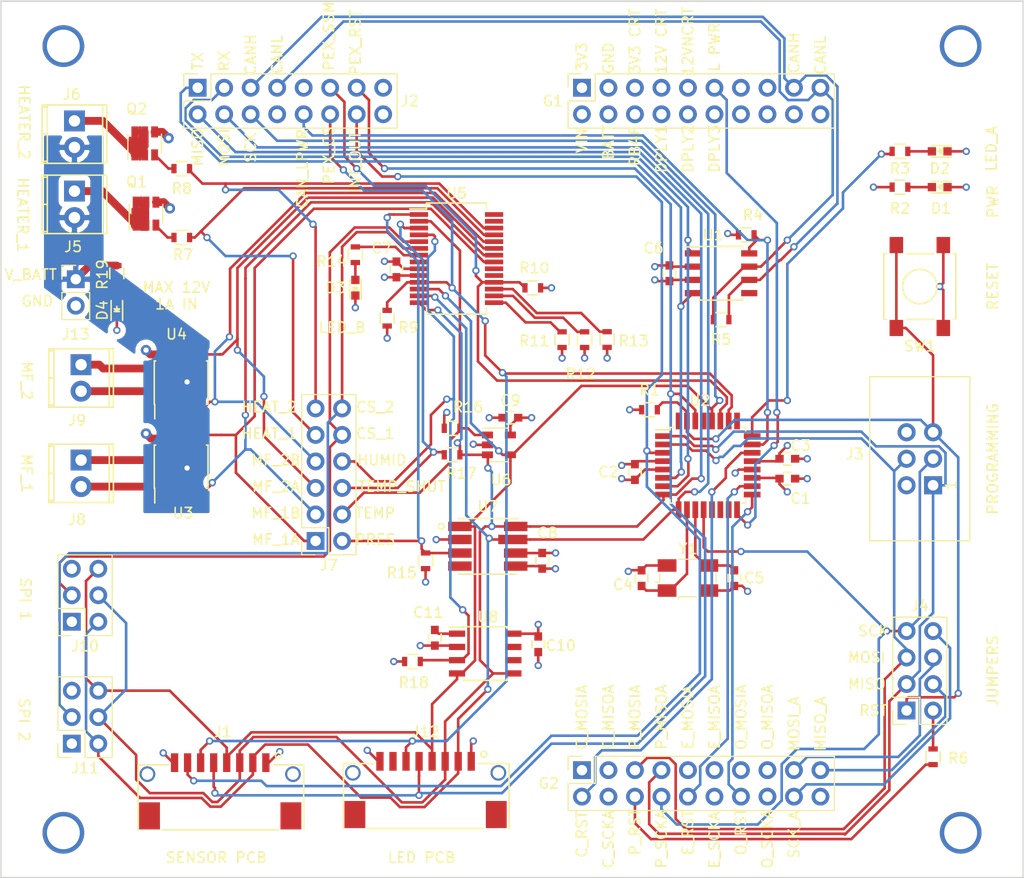
<source format=kicad_pcb>
(kicad_pcb (version 4) (host pcbnew 4.0.6)
  (layers (0 F.Cu signal) (1 GND power) (2 VCC power) (31 B.Cu signal) (34 B.Paste user) (35 F.Paste user) (36 B.SilkS user) (37 F.SilkS user) (38 B.Mask user) (39 F.Mask user) (44 Edge.Cuts user))
  (net 0 "")
  (net 1 GND)
  (net 2 +3V3)
  (net 3 "Net-(C5-Pad2)")
  (net 4 "Net-(D1-Pad2)")
  (net 5 /VIN)
  (net 6 /BATT)
  (net 7 /3V3NONCRIT)
  (net 8 /RB4FLIGHT)
  (net 9 /12VCRIT)
  (net 10 /DEPLOY1)
  (net 11 /12VNONCRIT)
  (net 12 /DEPLOY2)
  (net 13 /LOPWR)
  (net 14 /DEPLOY3)
  (net 15 "Net-(G1-Pad20)")
  (net 16 /COM_MOSI_A)
  (net 17 /COM_RST)
  (net 18 /COM_MISO_A)
  (net 19 /COM_SCK_A)
  (net 20 /PAY_RST)
  (net 21 /EPS_MOSI_A)
  (net 22 /EPS_RST)
  (net 23 /EPS_MISO_A)
  (net 24 /EPS_SCK_A)
  (net 25 /OBC_MOSI_A)
  (net 26 /OBC_MISO_A)
  (net 27 /OBC_SCK_A)
  (net 28 /MOSI_A_COMMON)
  (net 29 /SCK_A_COMMON)
  (net 30 /MISO_A_COMMON)
  (net 31 "Net-(G2-Pad20)")
  (net 32 /RST)
  (net 33 /MISO_A)
  (net 34 /MOSI_A)
  (net 35 /SCK_A)
  (net 36 /TX_CAN)
  (net 37 /MISO)
  (net 38 /RX_CAN)
  (net 39 /MOSI)
  (net 40 /SCK)
  (net 41 "Net-(J2-Pad8)")
  (net 42 "Net-(J2-Pad15)")
  (net 43 "Net-(J2-Pad16)")
  (net 44 /CANH)
  (net 45 /CANL)
  (net 46 /OBC_RST)
  (net 47 /CAN_LPWR)
  (net 48 "Net-(C4-Pad2)")
  (net 49 "Net-(C11-Pad1)")
  (net 50 "Net-(D2-Pad2)")
  (net 51 "Net-(D3-Pad2)")
  (net 52 /PEX_RST)
  (net 53 /PEX_CS)
  (net 54 /INT_OUT)
  (net 55 /V_BATT)
  (net 56 /PEX_SSM_RST)
  (net 57 "Net-(J4-Pad2)")
  (net 58 "Net-(J5-Pad1)")
  (net 59 "Net-(J6-Pad1)")
  (net 60 "/Sensors & SPI/MF_1A")
  (net 61 "/Sensors & SPI/PRES_CS")
  (net 62 "/Sensors & SPI/MF_1B")
  (net 63 "/Sensors & SPI/TEMP_CS")
  (net 64 "/Sensors & SPI/MF_2A")
  (net 65 "/Sensors & SPI/TEMP_SHUTDOWN")
  (net 66 "/Sensors & SPI/MF_2B")
  (net 67 "/Sensors & SPI/HUMID_CS")
  (net 68 "/Sensors & SPI/HEATER_1")
  (net 69 "/Sensors & SPI/CS_1")
  (net 70 "/Sensors & SPI/HEATER_2")
  (net 71 "/Sensors & SPI/CS_2")
  (net 72 "Net-(J8-Pad2)")
  (net 73 "Net-(J8-Pad1)")
  (net 74 "Net-(J9-Pad2)")
  (net 75 "Net-(J9-Pad1)")
  (net 76 "Net-(Q1-Pad2)")
  (net 77 "Net-(Q2-Pad2)")
  (net 78 /32M1_LED)
  (net 79 "Net-(R11-Pad2)")
  (net 80 "Net-(R12-Pad2)")
  (net 81 "Net-(R13-Pad1)")
  (net 82 "/Sensors & SPI/PEX_LED")
  (net 83 "Net-(U5-Pad8)")
  (net 84 "Net-(U5-Pad19)")
  (net 85 "Net-(U5-Pad20)")
  (net 86 "Net-(U5-Pad27)")
  (net 87 "Net-(U5-Pad28)")
  (net 88 "Net-(U7-Pad4)")
  (net 89 "Net-(U8-Pad6)")
  (net 90 "Net-(U8-Pad7)")
  (net 91 "Net-(U1-Pad5)")
  (net 92 "Net-(U2-Pad13)")
  (net 93 "Net-(U2-Pad14)")
  (net 94 "Net-(U2-Pad15)")
  (net 95 "Net-(U2-Pad25)")
  (net 96 "Net-(U2-Pad29)")
  (net 97 "Net-(U2-Pad32)")
  (net 98 "Net-(J2-Pad9)")
  (net 99 "Net-(J12-Pad7)")
  (net 100 "Net-(G1-Pad13)")
  (net 101 "Net-(G1-Pad14)")
  (net 102 "Net-(G1-Pad15)")
  (net 103 "Net-(G1-Pad16)")
  (net 104 "Net-(G1-Pad18)")
  (net 105 "Net-(D4-Pad2)")
  (module Socket_Strips:Socket_Strip_Straight_2x03_Pitch2.54mm (layer F.Cu) (at 106.807 121.158 180)
    (fp_text reference J11 (at -1.27 -2.33 180) (layer F.SilkS))
    (fp_text value CONN_02X03)
    (pad 1 thru_hole rect (at 0 0 180) (size 1.7 1.7) (drill 1) (layers *.Cu *.Mask) (net 2 +3V3))
    (pad 2 thru_hole oval (at -2.54 0 180) (size 1.7 1.7) (drill 1) (layers *.Cu *.Mask) (net 39 /MOSI))
    (pad 3 thru_hole oval (at 0 2.54 180) (size 1.7 1.7) (drill 1) (layers *.Cu *.Mask) (net 71 "/Sensors & SPI/CS_2"))
    (pad 4 thru_hole oval (at -2.54 2.54 180) (size 1.7 1.7) (drill 1) (layers *.Cu *.Mask) (net 37 /MISO))
    (pad 5 thru_hole oval (at 0 5.08 180) (size 1.7 1.7) (drill 1) (layers *.Cu *.Mask) (net 1 GND))
    (pad 6 thru_hole oval (at -2.54 5.08 180) (size 1.7 1.7) (drill 1) (layers *.Cu *.Mask) (net 40 /SCK))
  )
  (module pay-ssm:Hirose_DF14-8P-1.25H (layer F.Cu) (at 140.716 123.952 180)
    (fp_text reference J12 (at 0 3.937 180) (layer F.SilkS))
    (fp_text value CONN_01X08)
    (pad ~ thru_hole circle (at 6.975 0 180) (size 1.5 1.5) (drill 1.1) (layers *.Cu *.Mask))
    (pad ~ thru_hole circle (at -6.975 0 180) (size 1.5 1.5) (drill 1.1) (layers *.Cu *.Mask))
    (pad ~ smd rect (at -6.775 -4 180) (size 2 2.6) (layers F.Cu F.Paste F.Mask))
    (pad ~ smd rect (at 6.775 -4 180) (size 2 2.6) (layers F.Cu F.Paste F.Mask))
    (pad 1 smd rect (at -4.375 1.1 180) (size 0.7 1.8) (layers F.Cu F.Paste F.Mask) (net 2 +3V3))
    (pad 2 smd rect (at -3.125 1.1 180) (size 0.7 1.8) (layers F.Cu F.Paste F.Mask) (net 39 /MOSI))
    (pad 3 smd rect (at -1.875 1.1 180) (size 0.7 1.8) (layers F.Cu F.Paste F.Mask) (net 37 /MISO))
    (pad 4 smd rect (at -0.625 1.1 180) (size 0.7 1.8) (layers F.Cu F.Paste F.Mask) (net 40 /SCK))
    (pad 5 smd rect (at 0.625 1.1 180) (size 0.7 1.8) (layers F.Cu F.Paste F.Mask) (net 52 /PEX_RST))
    (pad 6 smd rect (at 1.875 1.1 180) (size 0.7 1.8) (layers F.Cu F.Paste F.Mask) (net 53 /PEX_CS))
    (pad 7 smd rect (at 3.125 1.1 180) (size 0.7 1.8) (layers F.Cu F.Paste F.Mask) (net 99 "Net-(J12-Pad7)"))
    (pad 8 smd rect (at 4.375 1.1 180) (size 0.7 1.8) (layers F.Cu F.Paste F.Mask) (net 1 GND))
  )
  (module Resistors_SMD:R_0603 (layer F.Cu) (at 150.991 77.47 180)
    (fp_text reference R10 (at -0.139 1.905 180) (layer F.SilkS))
    (fp_text value 10K)
    (pad 1 smd rect (at -0.75 0 180) (size 0.5 0.9) (layers F.Cu F.Paste F.Mask) (net 2 +3V3))
    (pad 2 smd rect (at 0.75 0 180) (size 0.5 0.9) (layers F.Cu F.Paste F.Mask) (net 56 /PEX_SSM_RST))
  )
  (module Housings_QFP:TQFP-32_7x7mm_Pitch0.8mm (layer F.Cu) (at 167.767 94.482)
    (fp_text reference U2 (at -0.762 -6.223) (layer F.SilkS))
    (fp_text value ATMEGA32M1-MU)
    (pad 1 smd rect (at -4.25 -2.8) (size 1.6 0.55) (layers F.Cu F.Paste F.Mask) (net 33 /MISO_A))
    (pad 2 smd rect (at -4.25 -2) (size 1.6 0.55) (layers F.Cu F.Paste F.Mask) (net 34 /MOSI_A))
    (pad 3 smd rect (at -4.25 -1.2) (size 1.6 0.55) (layers F.Cu F.Paste F.Mask) (net 54 /INT_OUT))
    (pad 4 smd rect (at -4.25 -0.4) (size 1.6 0.55) (layers F.Cu F.Paste F.Mask) (net 2 +3V3))
    (pad 5 smd rect (at -4.25 0.4) (size 1.6 0.55) (layers F.Cu F.Paste F.Mask) (net 1 GND))
    (pad 6 smd rect (at -4.25 1.2) (size 1.6 0.55) (layers F.Cu F.Paste F.Mask) (net 36 /TX_CAN))
    (pad 7 smd rect (at -4.25 2) (size 1.6 0.55) (layers F.Cu F.Paste F.Mask) (net 38 /RX_CAN))
    (pad 8 smd rect (at -4.25 2.8) (size 1.6 0.55) (layers F.Cu F.Paste F.Mask) (net 37 /MISO))
    (pad 9 smd rect (at -2.8 4.25 90) (size 1.6 0.55) (layers F.Cu F.Paste F.Mask) (net 39 /MOSI))
    (pad 10 smd rect (at -2 4.25 90) (size 1.6 0.55) (layers F.Cu F.Paste F.Mask) (net 48 "Net-(C4-Pad2)"))
    (pad 11 smd rect (at -1.2 4.25 90) (size 1.6 0.55) (layers F.Cu F.Paste F.Mask) (net 3 "Net-(C5-Pad2)"))
    (pad 12 smd rect (at -0.4 4.25 90) (size 1.6 0.55) (layers F.Cu F.Paste F.Mask) (net 35 /SCK_A))
    (pad 13 smd rect (at 0.4 4.25 90) (size 1.6 0.55) (layers F.Cu F.Paste F.Mask) (net 92 "Net-(U2-Pad13)"))
    (pad 14 smd rect (at 1.2 4.25 90) (size 1.6 0.55) (layers F.Cu F.Paste F.Mask) (net 93 "Net-(U2-Pad14)"))
    (pad 15 smd rect (at 2 4.25 90) (size 1.6 0.55) (layers F.Cu F.Paste F.Mask) (net 94 "Net-(U2-Pad15)"))
    (pad 16 smd rect (at 2.8 4.25 90) (size 1.6 0.55) (layers F.Cu F.Paste F.Mask) (net 13 /LOPWR))
    (pad 17 smd rect (at 4.25 2.8) (size 1.6 0.55) (layers F.Cu F.Paste F.Mask) (net 46 /OBC_RST))
    (pad 18 smd rect (at 4.25 2) (size 1.6 0.55) (layers F.Cu F.Paste F.Mask) (net 22 /EPS_RST))
    (pad 19 smd rect (at 4.25 1.2) (size 1.6 0.55) (layers F.Cu F.Paste F.Mask) (net 2 +3V3))
    (pad 20 smd rect (at 4.25 0.4) (size 1.6 0.55) (layers F.Cu F.Paste F.Mask) (net 1 GND))
    (pad 21 smd rect (at 4.25 -0.4) (size 1.6 0.55) (layers F.Cu F.Paste F.Mask) (net 2 +3V3))
    (pad 22 smd rect (at 4.25 -1.2) (size 1.6 0.55) (layers F.Cu F.Paste F.Mask) (net 17 /COM_RST))
    (pad 23 smd rect (at 4.25 -2) (size 1.6 0.55) (layers F.Cu F.Paste F.Mask) (net 47 /CAN_LPWR))
    (pad 24 smd rect (at 4.25 -2.8) (size 1.6 0.55) (layers F.Cu F.Paste F.Mask) (net 78 /32M1_LED))
    (pad 25 smd rect (at 2.8 -4.25 90) (size 1.6 0.55) (layers F.Cu F.Paste F.Mask) (net 95 "Net-(U2-Pad25)"))
    (pad 26 smd rect (at 2 -4.25 90) (size 1.6 0.55) (layers F.Cu F.Paste F.Mask) (net 53 /PEX_CS))
    (pad 27 smd rect (at 1.2 -4.25 90) (size 1.6 0.55) (layers F.Cu F.Paste F.Mask) (net 56 /PEX_SSM_RST))
    (pad 28 smd rect (at 0.4 -4.25 90) (size 1.6 0.55) (layers F.Cu F.Paste F.Mask) (net 40 /SCK))
    (pad 29 smd rect (at -0.4 -4.25 90) (size 1.6 0.55) (layers F.Cu F.Paste F.Mask) (net 96 "Net-(U2-Pad29)"))
    (pad 30 smd rect (at -1.2 -4.25 90) (size 1.6 0.55) (layers F.Cu F.Paste F.Mask) (net 52 /PEX_RST))
    (pad 31 smd rect (at -2 -4.25 90) (size 1.6 0.55) (layers F.Cu F.Paste F.Mask) (net 32 /RST))
    (pad 32 smd rect (at -2.8 -4.25 90) (size 1.6 0.55) (layers F.Cu F.Paste F.Mask) (net 97 "Net-(U2-Pad32)"))
  )
  (module Resistors_SMD:R_0603 (layer F.Cu) (at 169.037 80.518 180)
    (fp_text reference R5 (at 0 -1.9 360) (layer F.SilkS))
    (fp_text value 120R)
    (pad 1 smd rect (at -0.75 0 180) (size 0.5 0.9) (layers F.Cu F.Paste F.Mask) (net 44 /CANH))
    (pad 2 smd rect (at 0.75 0 180) (size 0.5 0.9) (layers F.Cu F.Paste F.Mask) (net 45 /CANL))
  )
  (module Socket_Strips:Socket_Strip_Straight_2x10_Pitch2.54mm (layer F.Cu) (at 155.702 123.698 90)
    (fp_text reference G2 (at -1.27 -3.175 180) (layer F.SilkS))
    (fp_text value "GENERAL CONN 2")
    (pad 1 thru_hole rect (at 0 0 90) (size 1.7 1.7) (drill 1) (layers *.Cu *.Mask) (net 16 /COM_MOSI_A))
    (pad 2 thru_hole oval (at -2.54 0 90) (size 1.7 1.7) (drill 1) (layers *.Cu *.Mask) (net 17 /COM_RST))
    (pad 3 thru_hole oval (at 0 2.54 90) (size 1.7 1.7) (drill 1) (layers *.Cu *.Mask) (net 18 /COM_MISO_A))
    (pad 4 thru_hole oval (at -2.54 2.54 90) (size 1.7 1.7) (drill 1) (layers *.Cu *.Mask) (net 19 /COM_SCK_A))
    (pad 5 thru_hole oval (at 0 5.08 90) (size 1.7 1.7) (drill 1) (layers *.Cu *.Mask) (net 34 /MOSI_A))
    (pad 6 thru_hole oval (at -2.54 5.08 90) (size 1.7 1.7) (drill 1) (layers *.Cu *.Mask) (net 20 /PAY_RST))
    (pad 7 thru_hole oval (at 0 7.62 90) (size 1.7 1.7) (drill 1) (layers *.Cu *.Mask) (net 33 /MISO_A))
    (pad 8 thru_hole oval (at -2.54 7.62 90) (size 1.7 1.7) (drill 1) (layers *.Cu *.Mask) (net 35 /SCK_A))
    (pad 9 thru_hole oval (at 0 10.16 90) (size 1.7 1.7) (drill 1) (layers *.Cu *.Mask) (net 21 /EPS_MOSI_A))
    (pad 10 thru_hole oval (at -2.54 10.16 90) (size 1.7 1.7) (drill 1) (layers *.Cu *.Mask) (net 22 /EPS_RST))
    (pad 11 thru_hole oval (at 0 12.7 90) (size 1.7 1.7) (drill 1) (layers *.Cu *.Mask) (net 23 /EPS_MISO_A))
    (pad 12 thru_hole oval (at -2.54 12.7 90) (size 1.7 1.7) (drill 1) (layers *.Cu *.Mask) (net 24 /EPS_SCK_A))
    (pad 13 thru_hole oval (at 0 15.24 90) (size 1.7 1.7) (drill 1) (layers *.Cu *.Mask) (net 25 /OBC_MOSI_A))
    (pad 14 thru_hole oval (at -2.54 15.24 90) (size 1.7 1.7) (drill 1) (layers *.Cu *.Mask) (net 46 /OBC_RST))
    (pad 15 thru_hole oval (at 0 17.78 90) (size 1.7 1.7) (drill 1) (layers *.Cu *.Mask) (net 26 /OBC_MISO_A))
    (pad 16 thru_hole oval (at -2.54 17.78 90) (size 1.7 1.7) (drill 1) (layers *.Cu *.Mask) (net 27 /OBC_SCK_A))
    (pad 17 thru_hole oval (at 0 20.32 90) (size 1.7 1.7) (drill 1) (layers *.Cu *.Mask) (net 28 /MOSI_A_COMMON))
    (pad 18 thru_hole oval (at -2.54 20.32 90) (size 1.7 1.7) (drill 1) (layers *.Cu *.Mask) (net 29 /SCK_A_COMMON))
    (pad 19 thru_hole oval (at 0 22.86 90) (size 1.7 1.7) (drill 1) (layers *.Cu *.Mask) (net 30 /MISO_A_COMMON))
    (pad 20 thru_hole oval (at -2.54 22.86 90) (size 1.7 1.7) (drill 1) (layers *.Cu *.Mask) (net 31 "Net-(G2-Pad20)"))
  )
  (module Socket_Strips:Socket_Strip_Straight_2x10_Pitch2.54mm (layer F.Cu) (at 155.702 58.293 90)
    (fp_text reference G1 (at -1.27 -2.794 180) (layer F.SilkS))
    (fp_text value "GENERAL CONN 1")
    (pad 1 thru_hole rect (at 0 0 90) (size 1.7 1.7) (drill 1) (layers *.Cu *.Mask) (net 2 +3V3))
    (pad 2 thru_hole oval (at -2.54 0 90) (size 1.7 1.7) (drill 1) (layers *.Cu *.Mask) (net 5 /VIN))
    (pad 3 thru_hole oval (at 0 2.54 90) (size 1.7 1.7) (drill 1) (layers *.Cu *.Mask) (net 1 GND))
    (pad 4 thru_hole oval (at -2.54 2.54 90) (size 1.7 1.7) (drill 1) (layers *.Cu *.Mask) (net 6 /BATT))
    (pad 5 thru_hole oval (at 0 5.08 90) (size 1.7 1.7) (drill 1) (layers *.Cu *.Mask) (net 7 /3V3NONCRIT))
    (pad 6 thru_hole oval (at -2.54 5.08 90) (size 1.7 1.7) (drill 1) (layers *.Cu *.Mask) (net 8 /RB4FLIGHT))
    (pad 7 thru_hole oval (at 0 7.62 90) (size 1.7 1.7) (drill 1) (layers *.Cu *.Mask) (net 9 /12VCRIT))
    (pad 8 thru_hole oval (at -2.54 7.62 90) (size 1.7 1.7) (drill 1) (layers *.Cu *.Mask) (net 10 /DEPLOY1))
    (pad 9 thru_hole oval (at 0 10.16 90) (size 1.7 1.7) (drill 1) (layers *.Cu *.Mask) (net 11 /12VNONCRIT))
    (pad 10 thru_hole oval (at -2.54 10.16 90) (size 1.7 1.7) (drill 1) (layers *.Cu *.Mask) (net 12 /DEPLOY2))
    (pad 11 thru_hole oval (at 0 12.7 90) (size 1.7 1.7) (drill 1) (layers *.Cu *.Mask) (net 13 /LOPWR))
    (pad 12 thru_hole oval (at -2.54 12.7 90) (size 1.7 1.7) (drill 1) (layers *.Cu *.Mask) (net 14 /DEPLOY3))
    (pad 13 thru_hole oval (at 0 15.24 90) (size 1.7 1.7) (drill 1) (layers *.Cu *.Mask) (net 100 "Net-(G1-Pad13)"))
    (pad 14 thru_hole oval (at -2.54 15.24 90) (size 1.7 1.7) (drill 1) (layers *.Cu *.Mask) (net 101 "Net-(G1-Pad14)"))
    (pad 15 thru_hole oval (at 0 17.78 90) (size 1.7 1.7) (drill 1) (layers *.Cu *.Mask) (net 102 "Net-(G1-Pad15)"))
    (pad 16 thru_hole oval (at -2.54 17.78 90) (size 1.7 1.7) (drill 1) (layers *.Cu *.Mask) (net 103 "Net-(G1-Pad16)"))
    (pad 17 thru_hole oval (at 0 20.32 90) (size 1.7 1.7) (drill 1) (layers *.Cu *.Mask) (net 44 /CANH))
    (pad 18 thru_hole oval (at -2.54 20.32 90) (size 1.7 1.7) (drill 1) (layers *.Cu *.Mask) (net 104 "Net-(G1-Pad18)"))
    (pad 19 thru_hole oval (at 0 22.86 90) (size 1.7 1.7) (drill 1) (layers *.Cu *.Mask) (net 45 /CANL))
    (pad 20 thru_hole oval (at -2.54 22.86 90) (size 1.7 1.7) (drill 1) (layers *.Cu *.Mask) (net 15 "Net-(G1-Pad20)"))
  )
  (module Connectors:IDC_Header_Straight_6pins (layer F.Cu) (at 189.357 96.393 90)
    (fp_text reference J3 (at 3 -7.5 180) (layer F.SilkS))
    (fp_text value "PROGRAMMING PORT")
    (fp_text user 1 (at 0.02 1.72 90) (layer F.SilkS) (effects (font (thickness 0.12))))
    (pad 1 thru_hole rect (at 0 0 90) (size 1.7272 1.7272) (drill 1.016) (layers *.Cu *.Mask) (net 33 /MISO_A))
    (pad 2 thru_hole oval (at 0 -2.54 90) (size 1.7272 1.7272) (drill 1.016) (layers *.Cu *.Mask) (net 2 +3V3))
    (pad 3 thru_hole oval (at 2.54 0 90) (size 1.7272 1.7272) (drill 1.016) (layers *.Cu *.Mask) (net 35 /SCK_A))
    (pad 4 thru_hole oval (at 2.54 -2.54 90) (size 1.7272 1.7272) (drill 1.016) (layers *.Cu *.Mask) (net 34 /MOSI_A))
    (pad 5 thru_hole oval (at 5.08 0 90) (size 1.7272 1.7272) (drill 1.016) (layers *.Cu *.Mask) (net 32 /RST))
    (pad 6 thru_hole oval (at 5.08 -2.54 90) (size 1.7272 1.7272) (drill 1.016) (layers *.Cu *.Mask) (net 1 GND))
  )
  (module Buttons_Switches_SMD:SW_SPST_B3S-1000 (layer F.Cu) (at 188.087 77.343 90)
    (fp_text reference SW1 (at -5.715 0 180) (layer F.SilkS))
    (fp_text value SW_RST)
    (pad 1 smd rect (at -3.975 -2.25 90) (size 1.55 1.3) (layers F.Cu F.Paste F.Mask) (net 32 /RST))
    (pad 1 smd rect (at 3.975 -2.25 90) (size 1.55 1.3) (layers F.Cu F.Paste F.Mask) (net 32 /RST))
    (pad 2 smd rect (at -3.975 2.25 90) (size 1.55 1.3) (layers F.Cu F.Paste F.Mask) (net 1 GND))
    (pad 2 smd rect (at 3.975 2.25 90) (size 1.55 1.3) (layers F.Cu F.Paste F.Mask) (net 1 GND))
  )
  (module Capacitors_SMD:C_0603 (layer F.Cu) (at 175.387 95.758 180)
    (fp_text reference C1 (at -1.27 -1.9 180) (layer F.SilkS))
    (fp_text value "0.1 uF")
    (pad 1 smd rect (at -0.75 0 180) (size 0.8 0.75) (layers F.Cu F.Paste F.Mask) (net 1 GND))
    (pad 2 smd rect (at 0.75 0 180) (size 0.8 0.75) (layers F.Cu F.Paste F.Mask) (net 2 +3V3))
  )
  (module Capacitors_SMD:C_0603 (layer F.Cu) (at 160.782 95.123 90)
    (fp_text reference C2 (at 0 -2.54 180) (layer F.SilkS))
    (fp_text value "0.1 uF")
    (pad 1 smd rect (at -0.75 0 90) (size 0.8 0.75) (layers F.Cu F.Paste F.Mask) (net 1 GND))
    (pad 2 smd rect (at 0.75 0 90) (size 0.8 0.75) (layers F.Cu F.Paste F.Mask) (net 2 +3V3))
  )
  (module Capacitors_SMD:C_0603 (layer F.Cu) (at 175.387 93.853 180)
    (fp_text reference C3 (at -1.27 1.27 180) (layer F.SilkS))
    (fp_text value "0.1 uF")
    (pad 1 smd rect (at -0.75 0 180) (size 0.8 0.75) (layers F.Cu F.Paste F.Mask) (net 1 GND))
    (pad 2 smd rect (at 0.75 0 180) (size 0.8 0.75) (layers F.Cu F.Paste F.Mask) (net 2 +3V3))
  )
  (module Capacitors_SMD:C_0603 (layer F.Cu) (at 161.417 105.295 270)
    (fp_text reference C4 (at 0.623 1.778 360) (layer F.SilkS))
    (fp_text value 22pF)
    (pad 1 smd rect (at -0.75 0 270) (size 0.8 0.75) (layers F.Cu F.Paste F.Mask) (net 1 GND))
    (pad 2 smd rect (at 0.75 0 270) (size 0.8 0.75) (layers F.Cu F.Paste F.Mask) (net 48 "Net-(C4-Pad2)"))
  )
  (module Capacitors_SMD:C_0603 (layer F.Cu) (at 170.307 105.295 90)
    (fp_text reference C5 (at 0.012 1.905 180) (layer F.SilkS))
    (fp_text value 22pF)
    (pad 1 smd rect (at -0.75 0 90) (size 0.8 0.75) (layers F.Cu F.Paste F.Mask) (net 1 GND))
    (pad 2 smd rect (at 0.75 0 90) (size 0.8 0.75) (layers F.Cu F.Paste F.Mask) (net 3 "Net-(C5-Pad2)"))
  )
  (module Capacitors_SMD:C_0603 (layer F.Cu) (at 164.084 76.073 90)
    (fp_text reference C6 (at 2.413 -1.524 180) (layer F.SilkS))
    (fp_text value 0.1uF)
    (pad 1 smd rect (at -0.75 0 90) (size 0.8 0.75) (layers F.Cu F.Paste F.Mask) (net 2 +3V3))
    (pad 2 smd rect (at 0.75 0 90) (size 0.8 0.75) (layers F.Cu F.Paste F.Mask) (net 1 GND))
  )
  (module LEDs:LED_0603 (layer F.Cu) (at 189.992 67.818 180)
    (fp_text reference D1 (at -0.127 -2.032 360) (layer F.SilkS))
    (fp_text value PWR_LED)
    (pad 2 smd rect (at 0.7493 0) (size 0.79756 0.79756) (layers F.Cu F.Paste F.Mask) (net 4 "Net-(D1-Pad2)"))
    (pad 1 smd rect (at -0.7493 0) (size 0.79756 0.79756) (layers F.Cu F.Paste F.Mask) (net 1 GND))
  )
  (module Socket_Strips:Socket_Strip_Straight_2x08_Pitch2.54mm (layer F.Cu) (at 118.872 58.293 90)
    (fp_text reference J2 (at -1.27 20.32 180) (layer F.SilkS))
    (fp_text value "DEBUG CONN")
    (pad 1 thru_hole rect (at 0 0 90) (size 1.7 1.7) (drill 1) (layers *.Cu *.Mask) (net 36 /TX_CAN))
    (pad 2 thru_hole oval (at -2.54 0 90) (size 1.7 1.7) (drill 1) (layers *.Cu *.Mask) (net 37 /MISO))
    (pad 3 thru_hole oval (at 0 2.54 90) (size 1.7 1.7) (drill 1) (layers *.Cu *.Mask) (net 38 /RX_CAN))
    (pad 4 thru_hole oval (at -2.54 2.54 90) (size 1.7 1.7) (drill 1) (layers *.Cu *.Mask) (net 39 /MOSI))
    (pad 5 thru_hole oval (at 0 5.08 90) (size 1.7 1.7) (drill 1) (layers *.Cu *.Mask) (net 44 /CANH))
    (pad 6 thru_hole oval (at -2.54 5.08 90) (size 1.7 1.7) (drill 1) (layers *.Cu *.Mask) (net 40 /SCK))
    (pad 7 thru_hole oval (at 0 7.62 90) (size 1.7 1.7) (drill 1) (layers *.Cu *.Mask) (net 45 /CANL))
    (pad 8 thru_hole oval (at -2.54 7.62 90) (size 1.7 1.7) (drill 1) (layers *.Cu *.Mask) (net 41 "Net-(J2-Pad8)"))
    (pad 9 thru_hole oval (at 0 10.16 90) (size 1.7 1.7) (drill 1) (layers *.Cu *.Mask) (net 98 "Net-(J2-Pad9)"))
    (pad 10 thru_hole oval (at -2.54 10.16 90) (size 1.7 1.7) (drill 1) (layers *.Cu *.Mask) (net 47 /CAN_LPWR))
    (pad 11 thru_hole oval (at 0 12.7 90) (size 1.7 1.7) (drill 1) (layers *.Cu *.Mask) (net 56 /PEX_SSM_RST))
    (pad 12 thru_hole oval (at -2.54 12.7 90) (size 1.7 1.7) (drill 1) (layers *.Cu *.Mask) (net 53 /PEX_CS))
    (pad 13 thru_hole oval (at 0 15.24 90) (size 1.7 1.7) (drill 1) (layers *.Cu *.Mask) (net 52 /PEX_RST))
    (pad 14 thru_hole oval (at -2.54 15.24 90) (size 1.7 1.7) (drill 1) (layers *.Cu *.Mask) (net 54 /INT_OUT))
    (pad 15 thru_hole oval (at 0 17.78 90) (size 1.7 1.7) (drill 1) (layers *.Cu *.Mask) (net 42 "Net-(J2-Pad15)"))
    (pad 16 thru_hole oval (at -2.54 17.78 90) (size 1.7 1.7) (drill 1) (layers *.Cu *.Mask) (net 43 "Net-(J2-Pad16)"))
  )
  (module Resistors_SMD:R_0603 (layer F.Cu) (at 162.179 89.154)
    (fp_text reference R1 (at 0 -1.9) (layer F.SilkS))
    (fp_text value 10K)
    (pad 1 smd rect (at -0.75 0) (size 0.5 0.9) (layers F.Cu F.Paste F.Mask) (net 2 +3V3))
    (pad 2 smd rect (at 0.75 0) (size 0.5 0.9) (layers F.Cu F.Paste F.Mask) (net 32 /RST))
  )
  (module Resistors_SMD:R_0603 (layer F.Cu) (at 186.182 67.818)
    (fp_text reference R2 (at 0 2.032) (layer F.SilkS))
    (fp_text value 120R)
    (pad 1 smd rect (at -0.75 0) (size 0.5 0.9) (layers F.Cu F.Paste F.Mask) (net 2 +3V3))
    (pad 2 smd rect (at 0.75 0) (size 0.5 0.9) (layers F.Cu F.Paste F.Mask) (net 4 "Net-(D1-Pad2)"))
  )
  (module Resistors_SMD:R_0603 (layer F.Cu) (at 186.182 64.389)
    (fp_text reference R3 (at 0 1.651 180) (layer F.SilkS))
    (fp_text value 220)
    (pad 1 smd rect (at -0.75 0) (size 0.5 0.9) (layers F.Cu F.Paste F.Mask) (net 78 /32M1_LED))
    (pad 2 smd rect (at 0.75 0) (size 0.5 0.9) (layers F.Cu F.Paste F.Mask) (net 50 "Net-(D2-Pad2)"))
  )
  (module Resistors_SMD:R_0603 (layer F.Cu) (at 171.45 72.39)
    (fp_text reference R4 (at 0.635 -1.905 180) (layer F.SilkS))
    (fp_text value 1K)
    (pad 1 smd rect (at -0.75 0) (size 0.5 0.9) (layers F.Cu F.Paste F.Mask) (net 1 GND))
    (pad 2 smd rect (at 0.75 0) (size 0.5 0.9) (layers F.Cu F.Paste F.Mask) (net 47 /CAN_LPWR))
  )
  (module Housings_SOIC:SOIC-8_3.9x4.9mm_Pitch1.27mm (layer F.Cu) (at 169.037 76.073)
    (fp_text reference U1 (at -0.762 -3.683) (layer F.SilkS))
    (fp_text value SN65HVD230)
    (pad 1 smd rect (at -2.7 -1.905) (size 1.55 0.6) (layers F.Cu F.Paste F.Mask) (net 38 /RX_CAN))
    (pad 2 smd rect (at -2.7 -0.635) (size 1.55 0.6) (layers F.Cu F.Paste F.Mask) (net 1 GND))
    (pad 3 smd rect (at -2.7 0.635) (size 1.55 0.6) (layers F.Cu F.Paste F.Mask) (net 2 +3V3))
    (pad 4 smd rect (at -2.7 1.905) (size 1.55 0.6) (layers F.Cu F.Paste F.Mask) (net 36 /TX_CAN))
    (pad 5 smd rect (at 2.7 1.905) (size 1.55 0.6) (layers F.Cu F.Paste F.Mask) (net 91 "Net-(U1-Pad5)"))
    (pad 6 smd rect (at 2.7 0.635) (size 1.55 0.6) (layers F.Cu F.Paste F.Mask) (net 44 /CANH))
    (pad 7 smd rect (at 2.7 -0.635) (size 1.55 0.6) (layers F.Cu F.Paste F.Mask) (net 45 /CANL))
    (pad 8 smd rect (at 2.7 -1.905) (size 1.55 0.6) (layers F.Cu F.Paste F.Mask) (net 47 /CAN_LPWR))
  )
  (module Crystals:Crystal_SMD_Abracon_ABM3B-4pin_5.0x3.2mm (layer F.Cu) (at 165.862 105.283)
    (fp_text reference Y1 (at 0 -2.8) (layer F.SilkS))
    (fp_text value 8MHz)
    (pad 1 smd rect (at -2 1.2) (size 1.8 1.2) (layers F.Cu F.Mask) (net 48 "Net-(C4-Pad2)"))
    (pad 2 smd rect (at 2 1.2) (size 1.8 1.2) (layers F.Cu F.Mask) (net 1 GND))
    (pad 3 smd rect (at 2 -1.2) (size 1.8 1.2) (layers F.Cu F.Mask) (net 3 "Net-(C5-Pad2)"))
    (pad 4 smd rect (at -2 -1.2) (size 1.8 1.2) (layers F.Cu F.Mask) (net 1 GND))
  )
  (module Capacitors_SMD:C_0603 (layer F.Cu) (at 137.922 75.704 90)
    (fp_text reference C7 (at 2.044 -1.397 180) (layer F.SilkS))
    (fp_text value 100nF)
    (pad 1 smd rect (at -0.75 0 90) (size 0.8 0.75) (layers F.Cu F.Paste F.Mask) (net 1 GND))
    (pad 2 smd rect (at 0.75 0 90) (size 0.8 0.75) (layers F.Cu F.Paste F.Mask) (net 2 +3V3))
  )
  (module Capacitors_SMD:C_0603 (layer F.Cu) (at 151.892 103.632 90)
    (fp_text reference C8 (at 2.667 0.508 180) (layer F.SilkS))
    (fp_text value 100nF)
    (pad 1 smd rect (at -0.75 0 90) (size 0.8 0.75) (layers F.Cu F.Paste F.Mask) (net 2 +3V3))
    (pad 2 smd rect (at 0.75 0 90) (size 0.8 0.75) (layers F.Cu F.Paste F.Mask) (net 1 GND))
  )
  (module Capacitors_SMD:C_0603 (layer F.Cu) (at 148.844 89.916 180)
    (fp_text reference C9 (at 0 1.651 180) (layer F.SilkS))
    (fp_text value 100nF)
    (pad 1 smd rect (at -0.75 0 180) (size 0.8 0.75) (layers F.Cu F.Paste F.Mask) (net 2 +3V3))
    (pad 2 smd rect (at 0.75 0 180) (size 0.8 0.75) (layers F.Cu F.Paste F.Mask) (net 1 GND))
  )
  (module Capacitors_SMD:C_0603 (layer F.Cu) (at 151.511 111.633 270)
    (fp_text reference C10 (at 0.127 -2.159 360) (layer F.SilkS))
    (fp_text value 0.22uF)
    (pad 1 smd rect (at -0.75 0 270) (size 0.8 0.75) (layers F.Cu F.Paste F.Mask) (net 2 +3V3))
    (pad 2 smd rect (at 0.75 0 270) (size 0.8 0.75) (layers F.Cu F.Paste F.Mask) (net 1 GND))
  )
  (module Capacitors_SMD:C_0603 (layer F.Cu) (at 141.605 111.01 270)
    (fp_text reference C11 (at -2.425 0.635 360) (layer F.SilkS))
    (fp_text value 100nF)
    (pad 1 smd rect (at -0.75 0 270) (size 0.8 0.75) (layers F.Cu F.Paste F.Mask) (net 49 "Net-(C11-Pad1)"))
    (pad 2 smd rect (at 0.75 0 270) (size 0.8 0.75) (layers F.Cu F.Paste F.Mask) (net 1 GND))
  )
  (module LEDs:LED_0603 (layer F.Cu) (at 189.992 64.389 180)
    (fp_text reference D2 (at 0 -1.651 180) (layer F.SilkS))
    (fp_text value LED)
    (pad 2 smd rect (at 0.7493 0) (size 0.79756 0.79756) (layers F.Cu F.Paste F.Mask) (net 50 "Net-(D2-Pad2)"))
    (pad 1 smd rect (at -0.7493 0) (size 0.79756 0.79756) (layers F.Cu F.Paste F.Mask) (net 1 GND))
  )
  (module LEDs:LED_0603 (layer F.Cu) (at 133.985 77.4573 90)
    (fp_text reference D3 (at -0.0127 -1.905 180) (layer F.SilkS))
    (fp_text value LED)
    (pad 2 smd rect (at 0.7493 0 270) (size 0.79756 0.79756) (layers F.Cu F.Paste F.Mask) (net 51 "Net-(D3-Pad2)"))
    (pad 1 smd rect (at -0.7493 0 270) (size 0.79756 0.79756) (layers F.Cu F.Paste F.Mask) (net 1 GND))
  )
  (module Socket_Strips:Socket_Strip_Straight_2x04_Pitch2.54mm (layer F.Cu) (at 186.817 117.983 180)
    (fp_text reference J4 (at -1.27 10.033 180) (layer F.SilkS))
    (fp_text value RST_JMP)
    (pad 1 thru_hole rect (at 0 0 180) (size 1.7 1.7) (drill 1) (layers *.Cu *.Mask) (net 32 /RST))
    (pad 2 thru_hole oval (at -2.54 0 180) (size 1.7 1.7) (drill 1) (layers *.Cu *.Mask) (net 57 "Net-(J4-Pad2)"))
    (pad 3 thru_hole oval (at 0 2.54 180) (size 1.7 1.7) (drill 1) (layers *.Cu *.Mask) (net 33 /MISO_A))
    (pad 4 thru_hole oval (at -2.54 2.54 180) (size 1.7 1.7) (drill 1) (layers *.Cu *.Mask) (net 30 /MISO_A_COMMON))
    (pad 5 thru_hole oval (at 0 5.08 180) (size 1.7 1.7) (drill 1) (layers *.Cu *.Mask) (net 34 /MOSI_A))
    (pad 6 thru_hole oval (at -2.54 5.08 180) (size 1.7 1.7) (drill 1) (layers *.Cu *.Mask) (net 28 /MOSI_A_COMMON))
    (pad 7 thru_hole oval (at 0 7.62 180) (size 1.7 1.7) (drill 1) (layers *.Cu *.Mask) (net 35 /SCK_A))
    (pad 8 thru_hole oval (at -2.54 7.62 180) (size 1.7 1.7) (drill 1) (layers *.Cu *.Mask) (net 29 /SCK_A_COMMON))
  )
  (module Connectors_Terminal_Blocks:TerminalBlock_Pheonix_MPT-2.54mm_2pol (layer F.Cu) (at 107.061 68.199 270)
    (fp_text reference J5 (at 5.334 0.127 360) (layer F.SilkS))
    (fp_text value HEATER_1)
    (pad 2 thru_hole oval (at 2.54 0 270) (size 1.99898 1.99898) (drill 1.09728) (layers *.Cu *.Mask) (net 55 /V_BATT))
    (pad 1 thru_hole rect (at 0 0 270) (size 1.99898 1.99898) (drill 1.09728) (layers *.Cu *.Mask) (net 58 "Net-(J5-Pad1)"))
  )
  (module Connectors_Terminal_Blocks:TerminalBlock_Pheonix_MPT-2.54mm_2pol (layer F.Cu) (at 107.061 61.468 270)
    (fp_text reference J6 (at -2.54 0.254 360) (layer F.SilkS))
    (fp_text value HEATER_2)
    (pad 2 thru_hole oval (at 2.54 0 270) (size 1.99898 1.99898) (drill 1.09728) (layers *.Cu *.Mask) (net 55 /V_BATT))
    (pad 1 thru_hole rect (at 0 0 270) (size 1.99898 1.99898) (drill 1.09728) (layers *.Cu *.Mask) (net 59 "Net-(J6-Pad1)"))
  )
  (module Socket_Strips:Socket_Strip_Straight_2x06_Pitch2.54mm (layer F.Cu) (at 130.175 101.727 180)
    (fp_text reference J7 (at -1.27 -2.33 180) (layer F.SilkS))
    (fp_text value "SENSOR & SPI DEBUG")
    (pad 1 thru_hole rect (at 0 0 180) (size 1.7 1.7) (drill 1) (layers *.Cu *.Mask) (net 60 "/Sensors & SPI/MF_1A"))
    (pad 2 thru_hole oval (at -2.54 0 180) (size 1.7 1.7) (drill 1) (layers *.Cu *.Mask) (net 61 "/Sensors & SPI/PRES_CS"))
    (pad 3 thru_hole oval (at 0 2.54 180) (size 1.7 1.7) (drill 1) (layers *.Cu *.Mask) (net 62 "/Sensors & SPI/MF_1B"))
    (pad 4 thru_hole oval (at -2.54 2.54 180) (size 1.7 1.7) (drill 1) (layers *.Cu *.Mask) (net 63 "/Sensors & SPI/TEMP_CS"))
    (pad 5 thru_hole oval (at 0 5.08 180) (size 1.7 1.7) (drill 1) (layers *.Cu *.Mask) (net 64 "/Sensors & SPI/MF_2A"))
    (pad 6 thru_hole oval (at -2.54 5.08 180) (size 1.7 1.7) (drill 1) (layers *.Cu *.Mask) (net 65 "/Sensors & SPI/TEMP_SHUTDOWN"))
    (pad 7 thru_hole oval (at 0 7.62 180) (size 1.7 1.7) (drill 1) (layers *.Cu *.Mask) (net 66 "/Sensors & SPI/MF_2B"))
    (pad 8 thru_hole oval (at -2.54 7.62 180) (size 1.7 1.7) (drill 1) (layers *.Cu *.Mask) (net 67 "/Sensors & SPI/HUMID_CS"))
    (pad 9 thru_hole oval (at 0 10.16 180) (size 1.7 1.7) (drill 1) (layers *.Cu *.Mask) (net 68 "/Sensors & SPI/HEATER_1"))
    (pad 10 thru_hole oval (at -2.54 10.16 180) (size 1.7 1.7) (drill 1) (layers *.Cu *.Mask) (net 69 "/Sensors & SPI/CS_1"))
    (pad 11 thru_hole oval (at 0 12.7 180) (size 1.7 1.7) (drill 1) (layers *.Cu *.Mask) (net 70 "/Sensors & SPI/HEATER_2"))
    (pad 12 thru_hole oval (at -2.54 12.7 180) (size 1.7 1.7) (drill 1) (layers *.Cu *.Mask) (net 71 "/Sensors & SPI/CS_2"))
  )
  (module Connectors_Terminal_Blocks:TerminalBlock_Pheonix_MPT-2.54mm_2pol (layer F.Cu) (at 107.696 93.98 270)
    (fp_text reference J8 (at 5.715 0.381 360) (layer F.SilkS))
    (fp_text value MF_1)
    (pad 2 thru_hole oval (at 2.54 0 270) (size 1.99898 1.99898) (drill 1.09728) (layers *.Cu *.Mask) (net 72 "Net-(J8-Pad2)"))
    (pad 1 thru_hole rect (at 0 0 270) (size 1.99898 1.99898) (drill 1.09728) (layers *.Cu *.Mask) (net 73 "Net-(J8-Pad1)"))
  )
  (module Connectors_Terminal_Blocks:TerminalBlock_Pheonix_MPT-2.54mm_2pol (layer F.Cu) (at 107.696 84.836 270)
    (fp_text reference J9 (at 5.334 0.381 360) (layer F.SilkS))
    (fp_text value MF_2)
    (pad 2 thru_hole oval (at 2.54 0 270) (size 1.99898 1.99898) (drill 1.09728) (layers *.Cu *.Mask) (net 74 "Net-(J9-Pad2)"))
    (pad 1 thru_hole rect (at 0 0 270) (size 1.99898 1.99898) (drill 1.09728) (layers *.Cu *.Mask) (net 75 "Net-(J9-Pad1)"))
  )
  (module Socket_Strips:Socket_Strip_Straight_2x03_Pitch2.54mm (layer F.Cu) (at 106.807 109.474 180)
    (fp_text reference J10 (at -1.27 -2.33 180) (layer F.SilkS))
    (fp_text value CONN_02X03)
    (pad 1 thru_hole rect (at 0 0 180) (size 1.7 1.7) (drill 1) (layers *.Cu *.Mask) (net 2 +3V3))
    (pad 2 thru_hole oval (at -2.54 0 180) (size 1.7 1.7) (drill 1) (layers *.Cu *.Mask) (net 39 /MOSI))
    (pad 3 thru_hole oval (at 0 2.54 180) (size 1.7 1.7) (drill 1) (layers *.Cu *.Mask) (net 69 "/Sensors & SPI/CS_1"))
    (pad 4 thru_hole oval (at -2.54 2.54 180) (size 1.7 1.7) (drill 1) (layers *.Cu *.Mask) (net 37 /MISO))
    (pad 5 thru_hole oval (at 0 5.08 180) (size 1.7 1.7) (drill 1) (layers *.Cu *.Mask) (net 1 GND))
    (pad 6 thru_hole oval (at -2.54 5.08 180) (size 1.7 1.7) (drill 1) (layers *.Cu *.Mask) (net 40 /SCK))
  )
  (module Resistors_SMD:R_0603 (layer F.Cu) (at 189.357 122.416 90)
    (fp_text reference R6 (at -0.139 2.413 180) (layer F.SilkS))
    (fp_text value 120R)
    (pad 1 smd rect (at -0.75 0 90) (size 0.5 0.9) (layers F.Cu F.Paste F.Mask) (net 20 /PAY_RST))
    (pad 2 smd rect (at 0.75 0 90) (size 0.5 0.9) (layers F.Cu F.Paste F.Mask) (net 57 "Net-(J4-Pad2)"))
  )
  (module Resistors_SMD:R_0603 (layer F.Cu) (at 117.348 72.644)
    (fp_text reference R7 (at 0.127 1.651) (layer F.SilkS))
    (fp_text value 5K)
    (pad 1 smd rect (at -0.75 0) (size 0.5 0.9) (layers F.Cu F.Paste F.Mask) (net 76 "Net-(Q1-Pad2)"))
    (pad 2 smd rect (at 0.75 0) (size 0.5 0.9) (layers F.Cu F.Paste F.Mask) (net 68 "/Sensors & SPI/HEATER_1"))
  )
  (module Resistors_SMD:R_0603 (layer F.Cu) (at 117.348 66.04)
    (fp_text reference R8 (at 0 1.905) (layer F.SilkS))
    (fp_text value 5K)
    (pad 1 smd rect (at -0.75 0) (size 0.5 0.9) (layers F.Cu F.Paste F.Mask) (net 77 "Net-(Q2-Pad2)"))
    (pad 2 smd rect (at 0.75 0) (size 0.5 0.9) (layers F.Cu F.Paste F.Mask) (net 70 "/Sensors & SPI/HEATER_2"))
  )
  (module Resistors_SMD:R_0603 (layer F.Cu) (at 137.033 80.379 90)
    (fp_text reference R9 (at -0.901 2.032 180) (layer F.SilkS))
    (fp_text value 10K)
    (pad 1 smd rect (at -0.75 0 90) (size 0.5 0.9) (layers F.Cu F.Paste F.Mask) (net 2 +3V3))
    (pad 2 smd rect (at 0.75 0 90) (size 0.5 0.9) (layers F.Cu F.Paste F.Mask) (net 53 /PEX_CS))
  )
  (module Resistors_SMD:R_0603 (layer F.Cu) (at 153.797 82.435 90)
    (fp_text reference R11 (at -0.115 -2.667 180) (layer F.SilkS))
    (fp_text value 10K)
    (pad 1 smd rect (at -0.75 0 90) (size 0.5 0.9) (layers F.Cu F.Paste F.Mask) (net 1 GND))
    (pad 2 smd rect (at 0.75 0 90) (size 0.5 0.9) (layers F.Cu F.Paste F.Mask) (net 79 "Net-(R11-Pad2)"))
  )
  (module Resistors_SMD:R_0603 (layer F.Cu) (at 158.115 82.423 90)
    (fp_text reference R12 (at -3.302 -2.54 180) (layer F.SilkS))
    (fp_text value 10K)
    (pad 1 smd rect (at -0.75 0 90) (size 0.5 0.9) (layers F.Cu F.Paste F.Mask) (net 1 GND))
    (pad 2 smd rect (at 0.75 0 90) (size 0.5 0.9) (layers F.Cu F.Paste F.Mask) (net 80 "Net-(R12-Pad2)"))
  )
  (module Resistors_SMD:R_0603 (layer F.Cu) (at 155.956 82.435 270)
    (fp_text reference R13 (at 0.115 -4.699 360) (layer F.SilkS))
    (fp_text value 10K)
    (pad 1 smd rect (at -0.75 0 270) (size 0.5 0.9) (layers F.Cu F.Paste F.Mask) (net 81 "Net-(R13-Pad1)"))
    (pad 2 smd rect (at 0.75 0 270) (size 0.5 0.9) (layers F.Cu F.Paste F.Mask) (net 1 GND))
  )
  (module Resistors_SMD:R_0603 (layer F.Cu) (at 133.985 74.295 270)
    (fp_text reference R14 (at 0.635 2.286 360) (layer F.SilkS))
    (fp_text value 220)
    (pad 1 smd rect (at -0.75 0 270) (size 0.5 0.9) (layers F.Cu F.Paste F.Mask) (net 82 "/Sensors & SPI/PEX_LED"))
    (pad 2 smd rect (at 0.75 0 270) (size 0.5 0.9) (layers F.Cu F.Paste F.Mask) (net 51 "Net-(D3-Pad2)"))
  )
  (module Resistors_SMD:R_0603 (layer F.Cu) (at 140.716 103.632 270)
    (fp_text reference R15 (at 1.143 2.286 360) (layer F.SilkS))
    (fp_text value 10K)
    (pad 1 smd rect (at -0.75 0 270) (size 0.5 0.9) (layers F.Cu F.Paste F.Mask) (net 61 "/Sensors & SPI/PRES_CS"))
    (pad 2 smd rect (at 0.75 0 270) (size 0.5 0.9) (layers F.Cu F.Paste F.Mask) (net 2 +3V3))
  )
  (module Resistors_SMD:R_0603 (layer F.Cu) (at 143.256 90.932 180)
    (fp_text reference R16 (at -1.524 2.032 180) (layer F.SilkS))
    (fp_text value 10K)
    (pad 1 smd rect (at -0.75 0 180) (size 0.5 0.9) (layers F.Cu F.Paste F.Mask) (net 63 "/Sensors & SPI/TEMP_CS"))
    (pad 2 smd rect (at 0.75 0 180) (size 0.5 0.9) (layers F.Cu F.Paste F.Mask) (net 2 +3V3))
  )
  (module Resistors_SMD:R_0603 (layer F.Cu) (at 143.256 93.472 180)
    (fp_text reference R17 (at -0.889 -1.778 180) (layer F.SilkS))
    (fp_text value 10K)
    (pad 1 smd rect (at -0.75 0 180) (size 0.5 0.9) (layers F.Cu F.Paste F.Mask) (net 37 /MISO))
    (pad 2 smd rect (at 0.75 0 180) (size 0.5 0.9) (layers F.Cu F.Paste F.Mask) (net 65 "/Sensors & SPI/TEMP_SHUTDOWN"))
  )
  (module Resistors_SMD:R_0603 (layer F.Cu) (at 139.458 113.284)
    (fp_text reference R18 (at 0.115 2.032) (layer F.SilkS))
    (fp_text value 10K)
    (pad 1 smd rect (at -0.75 0) (size 0.5 0.9) (layers F.Cu F.Paste F.Mask) (net 2 +3V3))
    (pad 2 smd rect (at 0.75 0) (size 0.5 0.9) (layers F.Cu F.Paste F.Mask) (net 67 "/Sensors & SPI/HUMID_CS"))
  )
  (module Housings_SOIC:SOIC-8_3.9x4.9mm_Pitch1.27mm (layer F.Cu) (at 117.2845 94.615 90)
    (fp_text reference U3 (at -4.445 0.1905 180) (layer F.SilkS))
    (fp_text value BD6231F)
    (pad 1 smd rect (at -2.7 -1.905 90) (size 1.55 0.6) (layers F.Cu F.Paste F.Mask) (net 72 "Net-(J8-Pad2)"))
    (pad 2 smd rect (at -2.7 -0.635 90) (size 1.55 0.6) (layers F.Cu F.Paste F.Mask) (net 55 /V_BATT))
    (pad 3 smd rect (at -2.7 0.635 90) (size 1.55 0.6) (layers F.Cu F.Paste F.Mask) (net 55 /V_BATT))
    (pad 4 smd rect (at -2.7 1.905 90) (size 1.55 0.6) (layers F.Cu F.Paste F.Mask) (net 62 "/Sensors & SPI/MF_1B"))
    (pad 5 smd rect (at 2.7 1.905 90) (size 1.55 0.6) (layers F.Cu F.Paste F.Mask) (net 60 "/Sensors & SPI/MF_1A"))
    (pad 6 smd rect (at 2.7 0.635 90) (size 1.55 0.6) (layers F.Cu F.Paste F.Mask) (net 55 /V_BATT))
    (pad 7 smd rect (at 2.7 -0.635 90) (size 1.55 0.6) (layers F.Cu F.Paste F.Mask) (net 73 "Net-(J8-Pad1)"))
    (pad 8 smd rect (at 2.7 -1.905 90) (size 1.55 0.6) (layers F.Cu F.Paste F.Mask) (net 1 GND))
  )
  (module Housings_SOIC:SOIC-8_3.9x4.9mm_Pitch1.27mm (layer F.Cu) (at 117.2845 86.5505 90)
    (fp_text reference U4 (at 4.6355 -0.4445 180) (layer F.SilkS))
    (fp_text value BD6231F)
    (pad 1 smd rect (at -2.7 -1.905 90) (size 1.55 0.6) (layers F.Cu F.Paste F.Mask) (net 74 "Net-(J9-Pad2)"))
    (pad 2 smd rect (at -2.7 -0.635 90) (size 1.55 0.6) (layers F.Cu F.Paste F.Mask) (net 55 /V_BATT))
    (pad 3 smd rect (at -2.7 0.635 90) (size 1.55 0.6) (layers F.Cu F.Paste F.Mask) (net 55 /V_BATT))
    (pad 4 smd rect (at -2.7 1.905 90) (size 1.55 0.6) (layers F.Cu F.Paste F.Mask) (net 66 "/Sensors & SPI/MF_2B"))
    (pad 5 smd rect (at 2.7 1.905 90) (size 1.55 0.6) (layers F.Cu F.Paste F.Mask) (net 64 "/Sensors & SPI/MF_2A"))
    (pad 6 smd rect (at 2.7 0.635 90) (size 1.55 0.6) (layers F.Cu F.Paste F.Mask) (net 55 /V_BATT))
    (pad 7 smd rect (at 2.7 -0.635 90) (size 1.55 0.6) (layers F.Cu F.Paste F.Mask) (net 75 "Net-(J9-Pad1)"))
    (pad 8 smd rect (at 2.7 -1.905 90) (size 1.55 0.6) (layers F.Cu F.Paste F.Mask) (net 1 GND))
  )
  (module Housings_SSOP:SSOP-28_5.3x10.2mm_Pitch0.65mm (layer F.Cu) (at 143.678908 74.665448)
    (fp_text reference U5 (at 0 -6.25) (layer F.SilkS))
    (fp_text value MCP23S17)
    (pad 1 smd rect (at -3.6 -4.225) (size 1.75 0.45) (layers F.Cu F.Paste F.Mask) (net 61 "/Sensors & SPI/PRES_CS"))
    (pad 2 smd rect (at -3.6 -3.575) (size 1.75 0.45) (layers F.Cu F.Paste F.Mask) (net 63 "/Sensors & SPI/TEMP_CS"))
    (pad 3 smd rect (at -3.6 -2.925) (size 1.75 0.45) (layers F.Cu F.Paste F.Mask) (net 65 "/Sensors & SPI/TEMP_SHUTDOWN"))
    (pad 4 smd rect (at -3.6 -2.275) (size 1.75 0.45) (layers F.Cu F.Paste F.Mask) (net 67 "/Sensors & SPI/HUMID_CS"))
    (pad 5 smd rect (at -3.6 -1.625) (size 1.75 0.45) (layers F.Cu F.Paste F.Mask) (net 69 "/Sensors & SPI/CS_1"))
    (pad 6 smd rect (at -3.6 -0.975) (size 1.75 0.45) (layers F.Cu F.Paste F.Mask) (net 71 "/Sensors & SPI/CS_2"))
    (pad 7 smd rect (at -3.6 -0.325) (size 1.75 0.45) (layers F.Cu F.Paste F.Mask) (net 82 "/Sensors & SPI/PEX_LED"))
    (pad 8 smd rect (at -3.6 0.325) (size 1.75 0.45) (layers F.Cu F.Paste F.Mask) (net 83 "Net-(U5-Pad8)"))
    (pad 9 smd rect (at -3.6 0.975) (size 1.75 0.45) (layers F.Cu F.Paste F.Mask) (net 2 +3V3))
    (pad 10 smd rect (at -3.6 1.625) (size 1.75 0.45) (layers F.Cu F.Paste F.Mask) (net 1 GND))
    (pad 11 smd rect (at -3.6 2.275) (size 1.75 0.45) (layers F.Cu F.Paste F.Mask) (net 53 /PEX_CS))
    (pad 12 smd rect (at -3.6 2.925) (size 1.75 0.45) (layers F.Cu F.Paste F.Mask) (net 40 /SCK))
    (pad 13 smd rect (at -3.6 3.575) (size 1.75 0.45) (layers F.Cu F.Paste F.Mask) (net 39 /MOSI))
    (pad 14 smd rect (at -3.6 4.225) (size 1.75 0.45) (layers F.Cu F.Paste F.Mask) (net 37 /MISO))
    (pad 15 smd rect (at 3.6 4.225) (size 1.75 0.45) (layers F.Cu F.Paste F.Mask) (net 79 "Net-(R11-Pad2)"))
    (pad 16 smd rect (at 3.6 3.575) (size 1.75 0.45) (layers F.Cu F.Paste F.Mask) (net 81 "Net-(R13-Pad1)"))
    (pad 17 smd rect (at 3.6 2.925) (size 1.75 0.45) (layers F.Cu F.Paste F.Mask) (net 80 "Net-(R12-Pad2)"))
    (pad 18 smd rect (at 3.6 2.275) (size 1.75 0.45) (layers F.Cu F.Paste F.Mask) (net 56 /PEX_SSM_RST))
    (pad 19 smd rect (at 3.6 1.625) (size 1.75 0.45) (layers F.Cu F.Paste F.Mask) (net 84 "Net-(U5-Pad19)"))
    (pad 20 smd rect (at 3.6 0.975) (size 1.75 0.45) (layers F.Cu F.Paste F.Mask) (net 85 "Net-(U5-Pad20)"))
    (pad 21 smd rect (at 3.6 0.325) (size 1.75 0.45) (layers F.Cu F.Paste F.Mask) (net 60 "/Sensors & SPI/MF_1A"))
    (pad 22 smd rect (at 3.6 -0.325) (size 1.75 0.45) (layers F.Cu F.Paste F.Mask) (net 62 "/Sensors & SPI/MF_1B"))
    (pad 23 smd rect (at 3.6 -0.975) (size 1.75 0.45) (layers F.Cu F.Paste F.Mask) (net 64 "/Sensors & SPI/MF_2A"))
    (pad 24 smd rect (at 3.6 -1.625) (size 1.75 0.45) (layers F.Cu F.Paste F.Mask) (net 66 "/Sensors & SPI/MF_2B"))
    (pad 25 smd rect (at 3.6 -2.275) (size 1.75 0.45) (layers F.Cu F.Paste F.Mask) (net 68 "/Sensors & SPI/HEATER_1"))
    (pad 26 smd rect (at 3.6 -2.925) (size 1.75 0.45) (layers F.Cu F.Paste F.Mask) (net 70 "/Sensors & SPI/HEATER_2"))
    (pad 27 smd rect (at 3.6 -3.575) (size 1.75 0.45) (layers F.Cu F.Paste F.Mask) (net 86 "Net-(U5-Pad27)"))
    (pad 28 smd rect (at 3.6 -4.225) (size 1.75 0.45) (layers F.Cu F.Paste F.Mask) (net 87 "Net-(U5-Pad28)"))
  )
  (module TO_SOT_Packages_SMD:SOT-23-5 (layer F.Cu) (at 147.744 92.522)
    (fp_text reference U6 (at 0.211 3.363) (layer F.SilkS))
    (fp_text value LM95071)
    (pad 1 smd rect (at -1.1 -0.95) (size 1.06 0.65) (layers F.Cu F.Paste F.Mask) (net 63 "/Sensors & SPI/TEMP_CS"))
    (pad 2 smd rect (at -1.1 0) (size 1.06 0.65) (layers F.Cu F.Paste F.Mask) (net 1 GND))
    (pad 3 smd rect (at -1.1 0.95) (size 1.06 0.65) (layers F.Cu F.Paste F.Mask) (net 37 /MISO))
    (pad 4 smd rect (at 1.1 0.95) (size 1.06 0.65) (layers F.Cu F.Paste F.Mask) (net 40 /SCK))
    (pad 5 smd rect (at 1.1 -0.95) (size 1.06 0.65) (layers F.Cu F.Paste F.Mask) (net 2 +3V3))
  )
  (module pay-ssm:MS580301BA (layer F.Cu) (at 144.002 100.34)
    (fp_text reference U7 (at 2.683 -1.915) (layer F.SilkS))
    (fp_text value MS580301BA01)
    (pad 1 smd rect (at 0 0) (size 2.25 0.9) (layers F.Cu F.Paste F.Mask) (net 40 /SCK))
    (pad 2 smd rect (at 0 1.25) (size 2.25 0.9) (layers F.Cu F.Paste F.Mask) (net 1 GND))
    (pad 3 smd rect (at 0 2.55) (size 2.25 0.9) (layers F.Cu F.Paste F.Mask) (net 61 "/Sensors & SPI/PRES_CS"))
    (pad 4 smd rect (at 0 3.8) (size 2.25 0.9) (layers F.Cu F.Paste F.Mask) (net 88 "Net-(U7-Pad4)"))
    (pad 5 smd rect (at 5.35 3.8) (size 2.25 0.9) (layers F.Cu F.Paste F.Mask) (net 2 +3V3))
    (pad 6 smd rect (at 5.35 2.55) (size 2.25 0.9) (layers F.Cu F.Paste F.Mask) (net 1 GND))
    (pad 7 smd rect (at 5.075 1.25) (size 2.8 0.9) (layers F.Cu F.Paste F.Mask) (net 39 /MOSI))
    (pad 8 smd rect (at 5.35 0) (size 2.25 0.9) (layers F.Cu F.Paste F.Mask) (net 37 /MISO))
  )
  (module Housings_SOIC:SOIC-8_3.9x4.9mm_Pitch1.27mm (layer F.Cu) (at 146.431 112.522)
    (fp_text reference U8 (at 0.254 -3.5) (layer F.SilkS))
    (fp_text value HIH7131)
    (pad 1 smd rect (at -2.7 -1.905) (size 1.55 0.6) (layers F.Cu F.Paste F.Mask) (net 49 "Net-(C11-Pad1)"))
    (pad 2 smd rect (at -2.7 -0.635) (size 1.55 0.6) (layers F.Cu F.Paste F.Mask) (net 1 GND))
    (pad 3 smd rect (at -2.7 0.635) (size 1.55 0.6) (layers F.Cu F.Paste F.Mask) (net 67 "/Sensors & SPI/HUMID_CS"))
    (pad 4 smd rect (at -2.7 1.905) (size 1.55 0.6) (layers F.Cu F.Paste F.Mask) (net 40 /SCK))
    (pad 5 smd rect (at 2.7 1.905) (size 1.55 0.6) (layers F.Cu F.Paste F.Mask) (net 37 /MISO))
    (pad 6 smd rect (at 2.7 0.635) (size 1.55 0.6) (layers F.Cu F.Paste F.Mask) (net 89 "Net-(U8-Pad6)"))
    (pad 7 smd rect (at 2.7 -0.635) (size 1.55 0.6) (layers F.Cu F.Paste F.Mask) (net 90 "Net-(U8-Pad7)"))
    (pad 8 smd rect (at 2.7 -1.905) (size 1.55 0.6) (layers F.Cu F.Paste F.Mask) (net 2 +3V3))
  )
  (module pay-ssm:Hirose_DF14-8P-1.25H (layer F.Cu) (at 121.031 124.079 180)
    (fp_text reference J1 (at -0.254 4.064 180) (layer F.SilkS))
    (fp_text value CONN_01X08)
    (pad ~ thru_hole circle (at 6.975 0 180) (size 1.5 1.5) (drill 1.1) (layers *.Cu *.Mask))
    (pad ~ thru_hole circle (at -6.975 0 180) (size 1.5 1.5) (drill 1.1) (layers *.Cu *.Mask))
    (pad ~ smd rect (at -6.775 -4 180) (size 2 2.6) (layers F.Cu F.Paste F.Mask))
    (pad ~ smd rect (at 6.775 -4 180) (size 2 2.6) (layers F.Cu F.Paste F.Mask))
    (pad 1 smd rect (at -4.375 1.1 180) (size 0.7 1.8) (layers F.Cu F.Paste F.Mask) (net 2 +3V3))
    (pad 2 smd rect (at -3.125 1.1 180) (size 0.7 1.8) (layers F.Cu F.Paste F.Mask) (net 39 /MOSI))
    (pad 3 smd rect (at -1.875 1.1 180) (size 0.7 1.8) (layers F.Cu F.Paste F.Mask) (net 37 /MISO))
    (pad 4 smd rect (at -0.625 1.1 180) (size 0.7 1.8) (layers F.Cu F.Paste F.Mask) (net 40 /SCK))
    (pad 5 smd rect (at 0.625 1.1 180) (size 0.7 1.8) (layers F.Cu F.Paste F.Mask) (net 52 /PEX_RST))
    (pad 6 smd rect (at 1.875 1.1 180) (size 0.7 1.8) (layers F.Cu F.Paste F.Mask) (net 53 /PEX_CS))
    (pad 7 smd rect (at 3.125 1.1 180) (size 0.7 1.8) (layers F.Cu F.Paste F.Mask) (net 54 /INT_OUT))
    (pad 8 smd rect (at 4.375 1.1 180) (size 0.7 1.8) (layers F.Cu F.Paste F.Mask) (net 1 GND))
  )
  (module Socket_Strips:Socket_Strip_Straight_1x02_Pitch2.54mm (layer F.Cu) (at 107.188 76.6445)
    (fp_text reference J13 (at 0 5.2705) (layer F.SilkS))
    (fp_text value CONN_01X02)
    (pad 1 thru_hole rect (at 0 0) (size 1.7 1.7) (drill 1) (layers *.Cu *.Mask) (net 55 /V_BATT))
    (pad 2 thru_hole oval (at 0 2.54) (size 1.7 1.7) (drill 1) (layers *.Cu *.Mask) (net 1 GND))
  )
  (module pay-ssm:SOT-23-6 (layer F.Cu) (at 113.919 70.358 90)
    (fp_text reference Q1 (at 3.048 -0.889 180) (layer F.SilkS))
    (fp_text value FCD637BNZ)
    (pad 1 smd rect (at -1.1 -0.95 90) (size 1.06 0.65) (layers F.Cu F.Paste F.Mask) (net 58 "Net-(J5-Pad1)"))
    (pad 1 smd rect (at -1.1 0 90) (size 1.06 0.65) (layers F.Cu F.Paste F.Mask) (net 58 "Net-(J5-Pad1)"))
    (pad 2 smd rect (at -1.1 0.95 90) (size 1.06 0.65) (layers F.Cu F.Paste F.Mask) (net 76 "Net-(Q1-Pad2)"))
    (pad 3 smd rect (at 1.1 0.95 90) (size 1.06 0.65) (layers F.Cu F.Paste F.Mask) (net 1 GND))
    (pad 1 smd rect (at 1.1 -0.95 90) (size 1.06 0.65) (layers F.Cu F.Paste F.Mask) (net 58 "Net-(J5-Pad1)"))
    (pad 1 smd rect (at 1.1 0 90) (size 1.06 0.65) (layers F.Cu F.Paste F.Mask) (net 58 "Net-(J5-Pad1)"))
  )
  (module pay-ssm:SOT-23-6 (layer F.Cu) (at 113.792 63.627 90)
    (fp_text reference Q2 (at 3.302 -0.762 180) (layer F.SilkS))
    (fp_text value FCD637BNZ)
    (pad 1 smd rect (at -1.1 -0.95 90) (size 1.06 0.65) (layers F.Cu F.Paste F.Mask) (net 59 "Net-(J6-Pad1)"))
    (pad 1 smd rect (at -1.1 0 90) (size 1.06 0.65) (layers F.Cu F.Paste F.Mask) (net 59 "Net-(J6-Pad1)"))
    (pad 2 smd rect (at -1.1 0.95 90) (size 1.06 0.65) (layers F.Cu F.Paste F.Mask) (net 77 "Net-(Q2-Pad2)"))
    (pad 3 smd rect (at 1.1 0.95 90) (size 1.06 0.65) (layers F.Cu F.Paste F.Mask) (net 1 GND))
    (pad 1 smd rect (at 1.1 -0.95 90) (size 1.06 0.65) (layers F.Cu F.Paste F.Mask) (net 59 "Net-(J6-Pad1)"))
    (pad 1 smd rect (at 1.1 0 90) (size 1.06 0.65) (layers F.Cu F.Paste F.Mask) (net 59 "Net-(J6-Pad1)"))
  )
  (module LEDs:LED_0603 (layer F.Cu) (at 111.125 79.4893 90)
    (fp_text reference D4 (at -0.1397 -1.397 270) (layer F.SilkS))
    (fp_text value V_BATT_LED)
    (pad 2 smd rect (at 0.7493 0 270) (size 0.79756 0.79756) (layers F.Cu F.Paste F.Mask) (net 105 "Net-(D4-Pad2)"))
    (pad 1 smd rect (at -0.7493 0 270) (size 0.79756 0.79756) (layers F.Cu F.Paste F.Mask) (net 1 GND))
  )
  (module Resistors_SMD:R_0603 (layer F.Cu) (at 111.125 76.085 270)
    (fp_text reference R19 (at 0.115 1.397 450) (layer F.SilkS))
    (fp_text value 10K)
    (pad 1 smd rect (at -0.75 0 270) (size 0.5 0.9) (layers F.Cu F.Paste F.Mask) (net 55 /V_BATT))
    (pad 2 smd rect (at 0.75 0 270) (size 0.5 0.9) (layers F.Cu F.Paste F.Mask) (net 105 "Net-(D4-Pad2)"))
  )
  (gr_text HEATER_2 (at 102.235 61.595 270) (layer F.SilkS) (effects (font (size 1 1))))
  (gr_text HEATER_1 (at 102.108 70.485 270) (layer F.SilkS) (effects (font (size 1 1))))
  (gr_text "MAX 12V\n1A IN" (at 116.84 78.232) (layer F.SilkS) (effects (font (size 1 1))))
  (gr_text MF_2 (at 102.489 86.36 270) (layer F.SilkS) (effects (font (size 1 1))))
  (gr_text MF_1 (at 102.489 95.25 270) (layer F.SilkS) (effects (font (size 1 1))))
  (gr_text GND (at 103.505 78.74) (layer F.SilkS) (effects (font (size 1 1))))
  (gr_text V_BATT (at 102.87 76.2) (layer F.SilkS) (effects (font (size 1 1))))
  (gr_text LED_B (at 132.715 81.28) (layer F.SilkS) (effects (font (size 1 1))))
  (gr_text LED_A (at 194.945 64.135 90) (layer F.SilkS) (effects (font (size 1 1))))
  (gr_text PEX_SSM (at 131.445 53.34 90) (layer F.SilkS) (effects (font (size 1 1))))
  (gr_text PEX_RST (at 133.985 53.975 90) (layer F.SilkS) (effects (font (size 1 1))))
  (gr_text INT_OUT (at 133.985 65.405 90) (layer F.SilkS) (effects (font (size 1 1))))
  (gr_text PEX_CS (at 131.445 64.77 90) (layer F.SilkS) (effects (font (size 1 1))))
  (gr_text CAN_LPWR (at 128.905 66.04 90) (layer F.SilkS) (effects (font (size 1 1))))
  (gr_text CS_2 (at 135.89 88.9) (layer F.SilkS) (effects (font (size 1 1))))
  (gr_text CS_1 (at 135.89 91.44) (layer F.SilkS) (effects (font (size 1 1))))
  (gr_text HUMID (at 136.525 93.98) (layer F.SilkS) (effects (font (size 1 1))))
  (gr_text TEMP_SHUT (at 138.43 96.52) (layer F.SilkS) (effects (font (size 1 1))))
  (gr_text TEMP (at 135.89 99.06) (layer F.SilkS) (effects (font (size 1 1))))
  (gr_text PRES (at 135.89 101.6) (layer F.SilkS) (effects (font (size 1 1))))
  (gr_text MF_1A (at 126.365 101.6) (layer F.SilkS) (effects (font (size 1 1))))
  (gr_text MF_1B (at 126.365 99.06) (layer F.SilkS) (effects (font (size 1 1))))
  (gr_text MF_2A (at 126.365 96.52) (layer F.SilkS) (effects (font (size 1 1))))
  (gr_text MF_2B (at 126.365 93.98) (layer F.SilkS) (effects (font (size 1 1))))
  (gr_text HEAT_1 (at 125.73 91.44) (layer F.SilkS) (effects (font (size 1 1))))
  (gr_text HEAT_2 (at 125.73 88.9) (layer F.SilkS) (effects (font (size 1 1))))
  (gr_text "SPI 1" (at 102.362 107.315 270) (layer F.SilkS) (effects (font (size 1 1))))
  (gr_text "SPI 2" (at 102.235 118.872 270) (layer F.SilkS) (effects (font (size 1 1))))
  (gr_text "LED PCB" (at 140.335 132.08) (layer F.SilkS) (effects (font (size 1 1))))
  (gr_text "SENSOR PCB" (at 120.65 132.08) (layer F.SilkS) (effects (font (size 1 1))))
  (gr_text RST (at 183.642 117.983) (layer F.SilkS) (effects (font (size 1 1))))
  (gr_text MISO (at 183.007 115.443) (layer F.SilkS) (effects (font (size 1 1))))
  (gr_text MOSI (at 183.007 112.903) (layer F.SilkS) (effects (font (size 1 1))))
  (gr_text SCK (at 183.642 110.363) (layer F.SilkS) (effects (font (size 1 1))))
  (gr_text MISO_A (at 178.562 119.253 90) (layer F.SilkS) (effects (font (size 1 1))))
  (gr_text CANL (at 126.492 55.118 90) (layer F.SilkS) (effects (font (size 1 1))))
  (gr_text CANH (at 123.952 55.118 90) (layer F.SilkS) (effects (font (size 1 1))))
  (gr_text RX (at 121.412 55.753 90) (layer F.SilkS) (effects (font (size 1 1))))
  (gr_text TX (at 118.872 55.753 90) (layer F.SilkS) (effects (font (size 1 1))))
  (gr_text SCK (at 123.952 64.008 90) (layer F.SilkS) (effects (font (size 1 1))))
  (gr_text MOSI (at 121.412 64.008 90) (layer F.SilkS) (effects (font (size 1 1))))
  (gr_text MISO (at 118.872 64.008 90) (layer F.SilkS) (effects (font (size 1 1))))
  (gr_text JUMPERS (at 195.072 114.173 90) (layer F.SilkS) (effects (font (size 1 1))))
  (gr_text RESET (at 195.072 77.343 90) (layer F.SilkS) (effects (font (size 1 1))))
  (gr_text PROGRAMMING (at 195.072 93.853 90) (layer F.SilkS) (effects (font (size 1 1))))
  (gr_text C_MOSIA (at 155.702 118.618 90) (layer F.SilkS) (effects (font (size 1 1))))
  (gr_text C_MISOA (at 158.242 118.618 90) (layer F.SilkS) (effects (font (size 1 1))))
  (gr_text P_MOSIA (at 160.782 118.618 90) (layer F.SilkS) (effects (font (size 1 1))))
  (gr_text P_MISOA (at 163.322 118.618 90) (layer F.SilkS) (effects (font (size 1 1))))
  (gr_text E_MOSIA (at 165.862 118.618 90) (layer F.SilkS) (effects (font (size 1 1))))
  (gr_text E_MISOA (at 168.402 118.618 90) (layer F.SilkS) (effects (font (size 1 1))))
  (gr_text O_MOSIA (at 170.942 118.618 90) (layer F.SilkS) (effects (font (size 1 1))))
  (gr_text O_MISOA (at 173.482 118.618 90) (layer F.SilkS) (effects (font (size 1 1))))
  (gr_text MOSI_A (at 176.022 119.253 90) (layer F.SilkS) (effects (font (size 1 1))))
  (gr_text SCK_A (at 176.022 127.508 90) (layer F.SilkS) (effects (font (size 1 1)) (justify right)))
  (gr_text O_SCKA (at 173.482 133.223 90) (layer F.SilkS) (effects (font (size 1 1)) (justify left)))
  (gr_text O_RST (at 170.942 131.953 90) (layer F.SilkS) (effects (font (size 1 1)) (justify left)))
  (gr_text E_SCKA (at 168.402 133.223 90) (layer F.SilkS) (effects (font (size 1 1)) (justify left)))
  (gr_text E_RST (at 165.862 131.953 90) (layer F.SilkS) (effects (font (size 1 1)) (justify left)))
  (gr_text P_SCKA (at 163.322 133.223 90) (layer F.SilkS) (effects (font (size 1 1)) (justify left)))
  (gr_text P_RST (at 160.782 131.953 90) (layer F.SilkS) (effects (font (size 1 1)) (justify left)))
  (gr_text C_SCKA (at 158.242 133.223 90) (layer F.SilkS) (effects (font (size 1 1)) (justify left)))
  (gr_text C_RST (at 155.702 127.508 90) (layer F.SilkS) (effects (font (size 1 1)) (justify right)))
  (gr_text CANH (at 176.022 57.023 90) (layer F.SilkS) (effects (font (size 1 1)) (justify left)))
  (gr_text CANL (at 178.562 53.213 90) (layer F.SilkS) (effects (font (size 1 1)) (justify right)))
  (gr_text "L PWR" (at 168.402 51.943 90) (layer F.SilkS) (effects (font (size 1 1)) (justify right)))
  (gr_text 12VNCRT (at 165.862 53.848 90) (layer F.SilkS) (effects (font (size 1 1))))
  (gr_text "3V3 CRT" (at 160.782 53.848 90) (layer F.SilkS) (effects (font (size 1 1))))
  (gr_text "12V CRT" (at 163.322 53.848 90) (layer F.SilkS) (effects (font (size 1 1))))
  (gr_text DPLY3 (at 168.402 66.548 90) (layer F.SilkS) (effects (font (size 1 1)) (justify left)))
  (gr_text DPLY2 (at 165.862 66.548 90) (layer F.SilkS) (effects (font (size 1 1)) (justify left)))
  (gr_text DPLY1 (at 163.322 66.548 90) (layer F.SilkS) (effects (font (size 1 1)) (justify left)))
  (gr_text RB4F (at 160.782 65.913 90) (layer F.SilkS) (effects (font (size 1 1)) (justify left)))
  (gr_text BATT (at 158.242 65.278 90) (layer F.SilkS) (effects (font (size 1 1)) (justify left)))
  (gr_text VIN (at 155.702 64.643 90) (layer F.SilkS) (effects (font (size 1 1)) (justify left)))
  (gr_text 3V3 (at 155.702 53.848 90) (layer F.SilkS) (effects (font (size 1 1)) (justify right)))
  (gr_text GND (at 158.242 53.848 90) (layer F.SilkS) (effects (font (size 1 1)) (justify right)))
  (gr_text PWR (at 195.072 69.215 90) (layer F.SilkS) (effects (font (size 1 1))))
  (gr_line (start 100 134) (end 198 134) (angle 90) (layer Edge.Cuts) (width 0.15))
  (gr_line (start 100 50) (end 100 134) (angle 90) (layer Edge.Cuts) (width 0.15))
  (gr_line (start 198 50) (end 198 134) (angle 90) (layer Edge.Cuts) (width 0.15))
  (gr_line (start 100 50) (end 198 50) (angle 90) (layer Edge.Cuts) (width 0.15))
  (via (at 192 54.3) (size 4) (drill 3.15) (layers F.Cu B.Cu) (net 0))
  (via (at 192 129.7) (size 4) (drill 3.15) (layers F.Cu B.Cu) (net 0))
  (via (at 106 129.7) (size 4) (drill 3.15) (layers F.Cu B.Cu) (net 0))
  (via (at 106 54.3) (size 4) (drill 3.15) (layers F.Cu B.Cu) (net 0))
  (segment (start 111.125 80.2386) (end 111.125 81.534) (width 0.25) (layer F.Cu) (net 1))
  (via (at 111.125 81.534) (size 0.7) (drill 0.4) (layers F.Cu B.Cu) (net 1))
  (segment (start 141.605 111.76) (end 140.208 111.76) (width 0.25) (layer F.Cu) (net 1))
  (via (at 140.208 111.76) (size 0.7) (drill 0.4) (layers F.Cu B.Cu) (net 1))
  (segment (start 151.511 112.383) (end 151.511 113.665) (width 0.25) (layer F.Cu) (net 1))
  (via (at 151.511 113.665) (size 0.7) (drill 0.4) (layers F.Cu B.Cu) (net 1))
  (segment (start 115.3795 91.915) (end 114.394 91.915) (width 0.75) (layer F.Cu) (net 1))
  (segment (start 114.394 91.915) (end 113.919 91.44) (width 0.75) (layer F.Cu) (net 1))
  (via (at 113.919 91.44) (size 1) (drill 0.5) (layers F.Cu B.Cu) (net 1))
  (segment (start 115.3795 83.8505) (end 114.3305 83.8505) (width 0.75) (layer F.Cu) (net 1))
  (segment (start 114.3305 83.8505) (end 113.919 83.439) (width 0.75) (layer F.Cu) (net 1))
  (via (at 113.919 83.439) (size 1) (drill 0.5) (layers F.Cu B.Cu) (net 1))
  (segment (start 114.869 69.258) (end 115.613 69.258) (width 0.75) (layer F.Cu) (net 1))
  (via (at 116.205 69.85) (size 1) (drill 0.5) (layers F.Cu B.Cu) (net 1))
  (segment (start 115.613 69.258) (end 116.205 69.85) (width 0.75) (layer F.Cu) (net 1))
  (segment (start 114.742 62.527) (end 115.486 62.527) (width 0.75) (layer F.Cu) (net 1))
  (segment (start 115.486 62.527) (end 116.078 63.119) (width 0.75) (layer F.Cu) (net 1))
  (via (at 116.078 63.119) (size 1) (drill 0.5) (layers F.Cu B.Cu) (net 1))
  (via (at 153.174 102.882) (size 0.7) (drill 0.4) (layers F.Cu B.Cu) (net 1))
  (segment (start 116.656 122.979) (end 116.502 122.979) (width 0.25) (layer F.Cu) (net 1))
  (segment (start 116.502 122.979) (end 115.57 122.047) (width 0.25) (layer F.Cu) (net 1))
  (via (at 115.57 122.047) (size 0.7) (drill 0.4) (layers F.Cu B.Cu) (net 1))
  (segment (start 136.341 122.852) (end 136.187 122.852) (width 0.25) (layer F.Cu) (net 1))
  (segment (start 136.187 122.852) (end 135.128 121.793) (width 0.25) (layer F.Cu) (net 1))
  (via (at 135.128 121.793) (size 0.7) (drill 0.4) (layers F.Cu B.Cu) (net 1))
  (segment (start 158.115 83.173) (end 158.115 84.201) (width 0.25) (layer F.Cu) (net 1))
  (via (at 158.115 84.201) (size 0.7) (drill 0.4) (layers F.Cu B.Cu) (net 1))
  (segment (start 155.956 83.185) (end 155.956 84.201) (width 0.25) (layer F.Cu) (net 1))
  (via (at 155.956 84.201) (size 0.7) (drill 0.4) (layers F.Cu B.Cu) (net 1))
  (segment (start 153.797 83.185) (end 153.797 84.201) (width 0.25) (layer F.Cu) (net 1))
  (via (at 153.797 84.201) (size 0.7) (drill 0.4) (layers F.Cu B.Cu) (net 1))
  (segment (start 146.644 92.522) (end 145.354 92.522) (width 0.25) (layer F.Cu) (net 1))
  (segment (start 145.354 92.522) (end 145.288 92.456) (width 0.25) (layer F.Cu) (net 1))
  (via (at 145.288 92.456) (size 0.7) (drill 0.4) (layers F.Cu B.Cu) (net 1))
  (segment (start 148.094 89.916) (end 146.812 89.916) (width 0.25) (layer F.Cu) (net 1))
  (via (at 146.812 89.916) (size 0.7) (drill 0.4) (layers F.Cu B.Cu) (net 1))
  (segment (start 151.892 102.882) (end 153.174 102.882) (width 0.25) (layer F.Cu) (net 1))
  (segment (start 149.352 102.89) (end 151.884 102.89) (width 0.25) (layer F.Cu) (net 1))
  (segment (start 151.884 102.89) (end 151.892 102.882) (width 0.25) (layer F.Cu) (net 1))
  (segment (start 144.002 101.59) (end 141.742 101.59) (width 0.25) (layer F.Cu) (net 1))
  (segment (start 141.742 101.59) (end 141.732 101.6) (width 0.25) (layer F.Cu) (net 1))
  (via (at 141.732 101.6) (size 0.7) (drill 0.4) (layers F.Cu B.Cu) (net 1))
  (segment (start 133.985 78.2066) (end 133.985 79.375) (width 0.25) (layer F.Cu) (net 1))
  (via (at 133.985 79.375) (size 0.7) (drill 0.4) (layers F.Cu B.Cu) (net 1))
  (segment (start 137.922 76.454) (end 136.779 76.454) (width 0.25) (layer F.Cu) (net 1))
  (via (at 136.779 76.454) (size 0.7) (drill 0.4) (layers F.Cu B.Cu) (net 1))
  (segment (start 140.078908 76.290448) (end 138.085552 76.290448) (width 0.25) (layer F.Cu) (net 1))
  (segment (start 138.085552 76.290448) (end 137.922 76.454) (width 0.25) (layer F.Cu) (net 1))
  (segment (start 141.605 111.76) (end 143.604 111.76) (width 0.25) (layer F.Cu) (net 1))
  (segment (start 143.604 111.76) (end 143.731 111.887) (width 0.25) (layer F.Cu) (net 1))
  (segment (start 191.39008 64.389) (end 192.532 64.389) (width 0.25) (layer F.Cu) (net 1))
  (via (at 192.532 64.389) (size 0.7) (drill 0.4) (layers F.Cu B.Cu) (net 1))
  (segment (start 190.7413 64.389) (end 191.39008 64.389) (width 0.25) (layer F.Cu) (net 1))
  (segment (start 172.017 94.888) (end 170.721464 94.888) (width 0.25) (layer F.Cu) (net 1))
  (segment (start 170.721464 94.888) (end 170.387001 95.222463) (width 0.25) (layer F.Cu) (net 1))
  (via (at 170.387001 95.222463) (size 0.7) (drill 0.4) (layers F.Cu B.Cu) (net 1))
  (segment (start 160.782 95.873) (end 159.627 95.873) (width 0.25) (layer F.Cu) (net 1))
  (segment (start 159.627 95.873) (end 159.512 95.758) (width 0.25) (layer F.Cu) (net 1))
  (via (at 159.512 95.758) (size 0.7) (drill 0.4) (layers F.Cu B.Cu) (net 1))
  (segment (start 161.742 94.888) (end 160.782 95.848) (width 0.25) (layer F.Cu) (net 1))
  (segment (start 160.782 95.848) (end 160.782 95.873) (width 0.25) (layer F.Cu) (net 1))
  (segment (start 176.137 95.758) (end 177.292 95.758) (width 0.25) (layer F.Cu) (net 1))
  (via (at 177.292 95.758) (size 0.7) (drill 0.4) (layers F.Cu B.Cu) (net 1))
  (segment (start 176.137 93.853) (end 177.292 93.853) (width 0.25) (layer F.Cu) (net 1))
  (via (at 177.292 93.853) (size 0.7) (drill 0.4) (layers F.Cu B.Cu) (net 1))
  (segment (start 190.7413 67.818) (end 192.532 67.818) (width 0.25) (layer F.Cu) (net 1))
  (via (at 192.532 67.818) (size 0.7) (drill 0.4) (layers F.Cu B.Cu) (net 1))
  (segment (start 190.337 81.318) (end 190.337 77.688) (width 0.25) (layer F.Cu) (net 1))
  (segment (start 190.337 77.688) (end 189.992 77.343) (width 0.25) (layer F.Cu) (net 1))
  (segment (start 190.337 73.368) (end 190.337 76.998) (width 0.25) (layer F.Cu) (net 1))
  (segment (start 190.337 76.998) (end 189.992 77.343) (width 0.25) (layer F.Cu) (net 1))
  (via (at 189.992 77.343) (size 0.7) (drill 0.4) (layers F.Cu B.Cu) (net 1))
  (segment (start 161.417 104.533) (end 160.262 104.533) (width 0.25) (layer F.Cu) (net 1))
  (segment (start 160.262 104.533) (end 160.147 104.648) (width 0.25) (layer F.Cu) (net 1))
  (via (at 160.147 104.648) (size 0.7) (drill 0.4) (layers F.Cu B.Cu) (net 1))
  (segment (start 163.862 104.083) (end 161.867 104.083) (width 0.25) (layer F.Cu) (net 1))
  (segment (start 161.867 104.083) (end 161.417 104.533) (width 0.25) (layer F.Cu) (net 1))
  (segment (start 167.862 106.483) (end 169.857 106.483) (width 0.25) (layer F.Cu) (net 1))
  (segment (start 163.517 94.888) (end 161.742 94.888) (width 0.25) (layer F.Cu) (net 1))
  (segment (start 170.307 106.033) (end 171.057 106.033) (width 0.25) (layer F.Cu) (net 1))
  (segment (start 171.057 106.033) (end 171.577 106.553) (width 0.25) (layer F.Cu) (net 1))
  (via (at 171.577 106.553) (size 0.7) (drill 0.4) (layers F.Cu B.Cu) (net 1))
  (segment (start 169.857 106.483) (end 170.307 106.033) (width 0.25) (layer F.Cu) (net 1))
  (segment (start 170.7 72.39) (end 169.799 72.39) (width 0.25) (layer F.Cu) (net 1))
  (segment (start 169.799 72.39) (end 169.672 72.263) (width 0.25) (layer F.Cu) (net 1))
  (via (at 169.672 72.263) (size 0.7) (drill 0.4) (layers F.Cu B.Cu) (net 1))
  (segment (start 163.957 75.323) (end 162.802 75.323) (width 0.25) (layer F.Cu) (net 1))
  (segment (start 162.802 75.323) (end 162.687 75.438) (width 0.25) (layer F.Cu) (net 1))
  (via (at 162.687 75.438) (size 0.7) (drill 0.4) (layers F.Cu B.Cu) (net 1))
  (segment (start 166.337 75.438) (end 164.072 75.438) (width 0.25) (layer F.Cu) (net 1))
  (segment (start 164.072 75.438) (end 163.957 75.323) (width 0.25) (layer F.Cu) (net 1))
  (segment (start 151.511 110.883) (end 151.511 109.728) (width 0.25) (layer F.Cu) (net 2))
  (via (at 151.511 109.728) (size 0.7) (drill 0.4) (layers F.Cu B.Cu) (net 2))
  (segment (start 149.131 110.617) (end 151.245 110.617) (width 0.25) (layer F.Cu) (net 2))
  (segment (start 151.245 110.617) (end 151.511 110.883) (width 0.25) (layer F.Cu) (net 2))
  (segment (start 151.892 104.382) (end 153.15 104.382) (width 0.25) (layer F.Cu) (net 2))
  (segment (start 153.15 104.382) (end 153.162 104.394) (width 0.25) (layer F.Cu) (net 2))
  (via (at 153.162 104.394) (size 0.7) (drill 0.4) (layers F.Cu B.Cu) (net 2))
  (segment (start 149.352 104.14) (end 151.65 104.14) (width 0.25) (layer F.Cu) (net 2))
  (segment (start 151.65 104.14) (end 151.892 104.382) (width 0.25) (layer F.Cu) (net 2))
  (segment (start 125.406 122.979) (end 125.687 122.979) (width 0.25) (layer F.Cu) (net 2))
  (segment (start 125.687 122.979) (end 126.746 121.92) (width 0.25) (layer F.Cu) (net 2))
  (via (at 126.746 121.92) (size 0.7) (drill 0.4) (layers F.Cu B.Cu) (net 2))
  (segment (start 125.406 122.979) (end 125.406 122.411) (width 0.25) (layer F.Cu) (net 2))
  (segment (start 137.033 81.129) (end 137.033 82.296) (width 0.25) (layer F.Cu) (net 2))
  (via (at 137.033 82.296) (size 0.7) (drill 0.4) (layers F.Cu B.Cu) (net 2))
  (segment (start 161.429 89.154) (end 160.274 89.154) (width 0.25) (layer F.Cu) (net 2))
  (via (at 160.274 89.154) (size 0.7) (drill 0.4) (layers F.Cu B.Cu) (net 2))
  (segment (start 151.741 77.47) (end 152.781 77.47) (width 0.25) (layer F.Cu) (net 2))
  (via (at 152.781 77.47) (size 0.7) (drill 0.4) (layers F.Cu B.Cu) (net 2))
  (segment (start 149.594 89.916) (end 150.876 89.916) (width 0.25) (layer F.Cu) (net 2))
  (via (at 150.876 89.916) (size 0.7) (drill 0.4) (layers F.Cu B.Cu) (net 2))
  (segment (start 142.506 90.932) (end 142.506 89.65) (width 0.25) (layer F.Cu) (net 2))
  (segment (start 142.506 89.65) (end 142.748 89.408) (width 0.25) (layer F.Cu) (net 2))
  (via (at 142.748 89.408) (size 0.7) (drill 0.4) (layers F.Cu B.Cu) (net 2))
  (segment (start 148.844 91.572) (end 148.844 90.666) (width 0.25) (layer F.Cu) (net 2))
  (segment (start 148.844 90.666) (end 149.594 89.916) (width 0.25) (layer F.Cu) (net 2))
  (segment (start 140.716 104.382) (end 140.716 105.664) (width 0.25) (layer F.Cu) (net 2))
  (via (at 140.716 105.664) (size 0.7) (drill 0.4) (layers F.Cu B.Cu) (net 2))
  (segment (start 138.708 113.284) (end 137.668 113.284) (width 0.25) (layer F.Cu) (net 2))
  (via (at 137.668 113.284) (size 0.7) (drill 0.4) (layers F.Cu B.Cu) (net 2))
  (segment (start 145.091 122.852) (end 145.091 121.101) (width 0.25) (layer F.Cu) (net 2))
  (segment (start 145.091 121.101) (end 145.288 120.904) (width 0.25) (layer F.Cu) (net 2))
  (via (at 145.288 120.904) (size 0.7) (drill 0.4) (layers F.Cu B.Cu) (net 2))
  (segment (start 137.922 74.954) (end 136.803 74.954) (width 0.25) (layer F.Cu) (net 2))
  (segment (start 136.803 74.954) (end 136.779 74.93) (width 0.25) (layer F.Cu) (net 2))
  (via (at 136.779 74.93) (size 0.7) (drill 0.4) (layers F.Cu B.Cu) (net 2))
  (segment (start 137.922 74.954) (end 138.608448 75.640448) (width 0.25) (layer F.Cu) (net 2))
  (segment (start 138.608448 75.640448) (end 140.078908 75.640448) (width 0.25) (layer F.Cu) (net 2))
  (segment (start 163.957 76.823) (end 162.802 76.823) (width 0.25) (layer F.Cu) (net 2))
  (via (at 162.687 76.708) (size 0.7) (drill 0.4) (layers F.Cu B.Cu) (net 2))
  (segment (start 162.802 76.823) (end 162.687 76.708) (width 0.25) (layer F.Cu) (net 2))
  (segment (start 166.337 76.708) (end 164.072 76.708) (width 0.25) (layer F.Cu) (net 2))
  (segment (start 164.072 76.708) (end 163.957 76.823) (width 0.25) (layer F.Cu) (net 2))
  (segment (start 160.782 94.373) (end 159.627 94.373) (width 0.25) (layer F.Cu) (net 2))
  (segment (start 159.627 94.373) (end 159.512 94.488) (width 0.25) (layer F.Cu) (net 2))
  (via (at 159.512 94.488) (size 0.7) (drill 0.4) (layers F.Cu B.Cu) (net 2))
  (segment (start 163.517 94.088) (end 161.067 94.088) (width 0.25) (layer F.Cu) (net 2))
  (segment (start 161.067 94.088) (end 160.782 94.373) (width 0.25) (layer F.Cu) (net 2))
  (segment (start 174.637 95.758) (end 174.637 96.278) (width 0.25) (layer F.Cu) (net 2))
  (segment (start 174.637 96.278) (end 175.387 97.028) (width 0.25) (layer F.Cu) (net 2))
  (via (at 175.387 97.028) (size 0.7) (drill 0.4) (layers F.Cu B.Cu) (net 2))
  (segment (start 174.637 93.853) (end 174.637 93.333) (width 0.25) (layer F.Cu) (net 2))
  (segment (start 174.637 93.333) (end 175.387 92.583) (width 0.25) (layer F.Cu) (net 2))
  (via (at 175.387 92.583) (size 0.7) (drill 0.4) (layers F.Cu B.Cu) (net 2))
  (segment (start 172.017 95.688) (end 174.567 95.688) (width 0.25) (layer F.Cu) (net 2))
  (segment (start 174.567 95.688) (end 174.637 95.758) (width 0.25) (layer F.Cu) (net 2))
  (segment (start 172.017 94.088) (end 174.402 94.088) (width 0.25) (layer F.Cu) (net 2))
  (segment (start 174.402 94.088) (end 174.637 93.853) (width 0.25) (layer F.Cu) (net 2))
  (segment (start 185.432 67.818) (end 183.642 67.818) (width 0.25) (layer F.Cu) (net 2))
  (via (at 183.642 67.818) (size 0.7) (drill 0.4) (layers F.Cu B.Cu) (net 2))
  (segment (start 151.65 77.524) (end 151.65 77.724) (width 0.25) (layer F.Cu) (net 2))
  (segment (start 169.857 104.083) (end 170.307 104.533) (width 0.25) (layer F.Cu) (net 3))
  (segment (start 167.862 104.083) (end 169.857 104.083) (width 0.25) (layer F.Cu) (net 3))
  (segment (start 166.567 98.738) (end 166.567 103.088) (width 0.25) (layer F.Cu) (net 3))
  (segment (start 166.567 103.088) (end 167.562 104.083) (width 0.25) (layer F.Cu) (net 3))
  (segment (start 167.562 104.083) (end 167.862 104.083) (width 0.25) (layer F.Cu) (net 3))
  (segment (start 186.932 67.818) (end 189.2427 67.818) (width 0.25) (layer F.Cu) (net 4))
  (segment (start 171.577 100.203) (end 172.327078 99.452922) (width 0.25) (layer B.Cu) (net 13))
  (segment (start 172.327078 99.452922) (end 172.327078 94.372922) (width 0.25) (layer B.Cu) (net 13))
  (segment (start 172.327078 94.372922) (end 174.117 92.583) (width 0.25) (layer B.Cu) (net 13))
  (via (at 174.117 92.583) (size 0.7) (drill 0.4) (layers F.Cu B.Cu) (net 13))
  (segment (start 170.567 98.738) (end 170.567 99.193) (width 0.25) (layer F.Cu) (net 13))
  (segment (start 170.567 99.193) (end 171.577 100.203) (width 0.25) (layer F.Cu) (net 13))
  (via (at 171.577 100.203) (size 0.7) (drill 0.4) (layers F.Cu B.Cu) (net 13))
  (segment (start 174.117 92.583) (end 174.466999 92.233001) (width 0.25) (layer F.Cu) (net 13))
  (segment (start 174.466999 92.233001) (end 174.466999 89.492996) (width 0.25) (layer F.Cu) (net 13))
  (segment (start 174.466999 89.492996) (end 174.382003 89.408) (width 0.25) (layer F.Cu) (net 13))
  (via (at 174.382003 89.408) (size 0.7) (drill 0.4) (layers F.Cu B.Cu) (net 13))
  (segment (start 174.382003 71.258003) (end 169.577001 66.453001) (width 0.25) (layer B.Cu) (net 13))
  (segment (start 174.382003 89.408) (end 174.382003 71.258003) (width 0.25) (layer B.Cu) (net 13))
  (segment (start 174.382003 89.408) (end 174.382003 88.913026) (width 0.25) (layer B.Cu) (net 13))
  (segment (start 169.577001 66.453001) (end 169.577001 59.468001) (width 0.25) (layer B.Cu) (net 13))
  (segment (start 169.577001 59.468001) (end 169.251999 59.142999) (width 0.25) (layer B.Cu) (net 13))
  (segment (start 169.251999 59.142999) (end 168.402 58.293) (width 0.25) (layer B.Cu) (net 13))
  (segment (start 167.941 115.189) (end 161.337 121.793) (width 0.25) (layer B.Cu) (net 17))
  (segment (start 168.148 97.028) (end 168.148 114.982) (width 0.25) (layer B.Cu) (net 17))
  (segment (start 168.148 114.982) (end 167.941 115.189) (width 0.25) (layer B.Cu) (net 17))
  (via (at 168.148 97.028) (size 0.7) (drill 0.4) (layers F.Cu B.Cu) (net 17))
  (segment (start 156.972 122.428) (end 156.972 124.968) (width 0.25) (layer B.Cu) (net 17))
  (segment (start 156.972 124.968) (end 155.702 126.238) (width 0.25) (layer B.Cu) (net 17))
  (segment (start 157.607 121.793) (end 156.972 122.428) (width 0.25) (layer B.Cu) (net 17))
  (segment (start 161.337 121.793) (end 157.607 121.793) (width 0.25) (layer B.Cu) (net 17))
  (segment (start 168.497999 96.678001) (end 168.148 97.028) (width 0.25) (layer F.Cu) (net 17))
  (segment (start 169.487009 95.688991) (end 168.497999 96.678001) (width 0.25) (layer F.Cu) (net 17))
  (segment (start 169.487009 94.801401) (end 169.487009 95.688991) (width 0.25) (layer F.Cu) (net 17))
  (segment (start 169.712001 94.542999) (end 169.712001 94.576409) (width 0.25) (layer F.Cu) (net 17))
  (segment (start 169.712001 94.576409) (end 169.487009 94.801401) (width 0.25) (layer F.Cu) (net 17))
  (segment (start 170.967 93.288) (end 169.712001 94.542999) (width 0.25) (layer F.Cu) (net 17))
  (segment (start 170.967 93.288) (end 170.891999 93.363001) (width 0.25) (layer F.Cu) (net 17))
  (segment (start 172.017 93.288) (end 170.967 93.288) (width 0.25) (layer F.Cu) (net 17))
  (segment (start 162.306 130.302) (end 181.521 130.302) (width 0.25) (layer F.Cu) (net 20))
  (segment (start 181.521 130.302) (end 188.657 123.166) (width 0.25) (layer F.Cu) (net 20))
  (segment (start 188.657 123.166) (end 189.357 123.166) (width 0.25) (layer F.Cu) (net 20))
  (segment (start 160.782 128.778) (end 162.306 130.302) (width 0.25) (layer F.Cu) (net 20))
  (segment (start 160.782 126.238) (end 160.782 128.778) (width 0.25) (layer F.Cu) (net 20))
  (segment (start 167.037001 123.323997) (end 167.037001 125.062999) (width 0.25) (layer B.Cu) (net 22))
  (segment (start 167.037001 125.062999) (end 166.711999 125.388001) (width 0.25) (layer B.Cu) (net 22))
  (segment (start 166.711999 125.388001) (end 165.862 126.238) (width 0.25) (layer B.Cu) (net 22))
  (segment (start 169.672 97.663) (end 169.672 120.688998) (width 0.25) (layer B.Cu) (net 22))
  (segment (start 169.672 120.688998) (end 167.037001 123.323997) (width 0.25) (layer B.Cu) (net 22))
  (segment (start 170.307 97.028) (end 169.672 97.663) (width 0.25) (layer B.Cu) (net 22))
  (via (at 170.307 97.028) (size 0.7) (drill 0.4) (layers F.Cu B.Cu) (net 22))
  (segment (start 170.847 96.488) (end 170.307 97.028) (width 0.25) (layer F.Cu) (net 22))
  (segment (start 172.017 96.488) (end 170.847 96.488) (width 0.25) (layer F.Cu) (net 22))
  (segment (start 189.357 112.903) (end 189.357 113.703998) (width 0.25) (layer B.Cu) (net 28))
  (segment (start 189.357 113.703998) (end 188.087 114.973998) (width 0.25) (layer B.Cu) (net 28))
  (segment (start 188.087 114.973998) (end 188.087 120.355592) (width 0.25) (layer B.Cu) (net 28))
  (segment (start 186.014592 122.428) (end 177.292 122.428) (width 0.25) (layer B.Cu) (net 28))
  (segment (start 188.087 120.355592) (end 186.014592 122.428) (width 0.25) (layer B.Cu) (net 28))
  (segment (start 177.292 122.428) (end 176.022 123.698) (width 0.25) (layer B.Cu) (net 28))
  (segment (start 189.357 110.363) (end 190.982011 111.988011) (width 0.25) (layer B.Cu) (net 29))
  (segment (start 190.982011 111.988011) (end 190.982011 118.733401) (width 0.25) (layer B.Cu) (net 29))
  (segment (start 190.982011 118.733401) (end 184.652413 125.062999) (width 0.25) (layer B.Cu) (net 29))
  (segment (start 184.652413 125.062999) (end 177.197001 125.062999) (width 0.25) (layer B.Cu) (net 29))
  (segment (start 177.197001 125.062999) (end 176.871999 125.388001) (width 0.25) (layer B.Cu) (net 29))
  (segment (start 176.871999 125.388001) (end 176.022 126.238) (width 0.25) (layer B.Cu) (net 29))
  (segment (start 189.357 115.443) (end 190.532001 116.618001) (width 0.25) (layer B.Cu) (net 30))
  (segment (start 190.532001 116.618001) (end 190.532001 118.547001) (width 0.25) (layer B.Cu) (net 30))
  (segment (start 190.532001 118.547001) (end 185.381002 123.698) (width 0.25) (layer B.Cu) (net 30))
  (segment (start 185.381002 123.698) (end 179.764081 123.698) (width 0.25) (layer B.Cu) (net 30))
  (segment (start 179.764081 123.698) (end 178.562 123.698) (width 0.25) (layer B.Cu) (net 30))
  (segment (start 165.767 90.232) (end 165.767 89.371998) (width 0.25) (layer F.Cu) (net 32))
  (segment (start 165.767 89.371998) (end 164.849002 88.454) (width 0.25) (layer F.Cu) (net 32))
  (segment (start 162.929 88.954) (end 162.929 89.154) (width 0.25) (layer F.Cu) (net 32))
  (segment (start 164.849002 88.454) (end 163.429 88.454) (width 0.25) (layer F.Cu) (net 32))
  (segment (start 163.429 88.454) (end 162.929 88.954) (width 0.25) (layer F.Cu) (net 32))
  (segment (start 165.767 90.238) (end 165.767 91.288) (width 0.25) (layer F.Cu) (net 32))
  (segment (start 165.767 91.288) (end 166.427 91.948) (width 0.25) (layer F.Cu) (net 32))
  (segment (start 166.427 91.948) (end 168.529 91.948) (width 0.25) (layer F.Cu) (net 32))
  (via (at 168.529 91.948) (size 0.7) (drill 0.4) (layers F.Cu B.Cu) (net 32))
  (segment (start 170.305602 90.124399) (end 170.434 90.124399) (width 0.25) (layer B.Cu) (net 32))
  (segment (start 168.529 91.948) (end 170.352601 90.124399) (width 0.25) (layer B.Cu) (net 32))
  (segment (start 170.434 90.124399) (end 188.168399 90.124399) (width 0.25) (layer B.Cu) (net 32))
  (segment (start 170.352601 90.124399) (end 170.434 90.124399) (width 0.25) (layer B.Cu) (net 32))
  (segment (start 186.987 116.713) (end 191.389 116.713) (width 0.25) (layer F.Cu) (net 32))
  (segment (start 186.817 117.983) (end 186.817 116.883) (width 0.25) (layer F.Cu) (net 32))
  (segment (start 186.817 116.883) (end 186.987 116.713) (width 0.25) (layer F.Cu) (net 32))
  (segment (start 191.77 116.332) (end 191.77 93.726) (width 0.25) (layer B.Cu) (net 32))
  (segment (start 191.77 93.726) (end 191.657011 93.613011) (width 0.25) (layer B.Cu) (net 32))
  (segment (start 191.389 116.713) (end 191.77 116.332) (width 0.25) (layer F.Cu) (net 32))
  (via (at 191.77 116.332) (size 0.7) (drill 0.4) (layers F.Cu B.Cu) (net 32))
  (segment (start 191.657011 93.613011) (end 189.357 91.313) (width 0.25) (layer B.Cu) (net 32))
  (segment (start 188.168399 90.124399) (end 189.357 91.313) (width 0.25) (layer B.Cu) (net 32))
  (segment (start 185.837 81.318) (end 185.837 73.368) (width 0.25) (layer F.Cu) (net 32))
  (segment (start 189.357 91.313) (end 189.357 83.938) (width 0.25) (layer F.Cu) (net 32))
  (segment (start 189.357 83.938) (end 186.737 81.318) (width 0.25) (layer F.Cu) (net 32))
  (segment (start 186.737 81.318) (end 185.837 81.318) (width 0.25) (layer F.Cu) (net 32))
  (segment (start 185.166 125.603) (end 185.166 117.094) (width 0.25) (layer F.Cu) (net 33))
  (segment (start 185.166 117.094) (end 186.817 115.443) (width 0.25) (layer F.Cu) (net 33))
  (segment (start 180.91701 129.85199) (end 185.166 125.603) (width 0.25) (layer F.Cu) (net 33))
  (segment (start 180.90599 129.85199) (end 180.91701 129.85199) (width 0.25) (layer F.Cu) (net 33))
  (segment (start 163.068 129.794) (end 180.848 129.794) (width 0.25) (layer F.Cu) (net 33))
  (segment (start 180.848 129.794) (end 180.90599 129.85199) (width 0.25) (layer F.Cu) (net 33))
  (segment (start 162.146999 128.872999) (end 163.068 129.794) (width 0.25) (layer F.Cu) (net 33))
  (segment (start 163.322 123.698) (end 162.146999 124.873001) (width 0.25) (layer F.Cu) (net 33))
  (segment (start 162.146999 124.873001) (end 162.146999 128.872999) (width 0.25) (layer F.Cu) (net 33))
  (segment (start 170.244998 91.248002) (end 182.47121 91.248002) (width 0.25) (layer B.Cu) (net 33))
  (segment (start 182.47121 91.248002) (end 183.887607 92.664399) (width 0.25) (layer B.Cu) (net 33))
  (segment (start 183.887607 92.664399) (end 189.927529 92.664399) (width 0.25) (layer B.Cu) (net 33))
  (segment (start 190.4706 96.393) (end 189.357 96.393) (width 0.25) (layer B.Cu) (net 33))
  (segment (start 189.927529 92.664399) (end 190.545601 93.282471) (width 0.25) (layer B.Cu) (net 33))
  (segment (start 190.545601 93.282471) (end 190.545601 96.317999) (width 0.25) (layer B.Cu) (net 33))
  (segment (start 190.545601 96.317999) (end 190.4706 96.393) (width 0.25) (layer B.Cu) (net 33))
  (segment (start 189.357 97.5066) (end 189.357 96.393) (width 0.25) (layer B.Cu) (net 33))
  (segment (start 186.817 115.443) (end 188.087 114.173) (width 0.25) (layer B.Cu) (net 33))
  (segment (start 188.087 114.173) (end 188.087 109.893998) (width 0.25) (layer B.Cu) (net 33))
  (segment (start 188.087 109.893998) (end 189.357 108.623998) (width 0.25) (layer B.Cu) (net 33))
  (segment (start 189.357 108.623998) (end 189.357 97.5066) (width 0.25) (layer B.Cu) (net 33))
  (segment (start 168.529 92.964) (end 170.244998 91.248002) (width 0.25) (layer B.Cu) (net 33))
  (via (at 168.529 92.964) (size 0.7) (drill 0.4) (layers F.Cu B.Cu) (net 33))
  (segment (start 168.188001 92.623001) (end 168.529 92.964) (width 0.25) (layer F.Cu) (net 33))
  (segment (start 166.465591 92.623001) (end 168.188001 92.623001) (width 0.25) (layer F.Cu) (net 33))
  (segment (start 163.517 91.688) (end 165.53059 91.688) (width 0.25) (layer F.Cu) (net 33))
  (segment (start 165.53059 91.688) (end 166.465591 92.623001) (width 0.25) (layer F.Cu) (net 33))
  (segment (start 160.782 123.698) (end 161.957001 122.522999) (width 0.25) (layer F.Cu) (net 34))
  (segment (start 164.686999 123.133999) (end 164.686999 128.364999) (width 0.25) (layer F.Cu) (net 34))
  (segment (start 161.957001 122.522999) (end 164.075999 122.522999) (width 0.25) (layer F.Cu) (net 34))
  (segment (start 164.686999 128.364999) (end 165.66599 129.34399) (width 0.25) (layer F.Cu) (net 34))
  (segment (start 164.075999 122.522999) (end 164.686999 123.133999) (width 0.25) (layer F.Cu) (net 34))
  (segment (start 184.71599 125.4166) (end 184.71599 115.00401) (width 0.25) (layer F.Cu) (net 34))
  (segment (start 184.71599 115.00401) (end 185.967001 113.752999) (width 0.25) (layer F.Cu) (net 34))
  (segment (start 185.967001 113.752999) (end 186.817 112.903) (width 0.25) (layer F.Cu) (net 34))
  (segment (start 165.66599 129.34399) (end 180.7886 129.34399) (width 0.25) (layer F.Cu) (net 34))
  (segment (start 180.7886 129.34399) (end 184.71599 125.4166) (width 0.25) (layer F.Cu) (net 34))
  (segment (start 168.550198 94.0204) (end 168.900197 93.670401) (width 0.25) (layer B.Cu) (net 34))
  (segment (start 166.279191 93.073011) (end 167.602809 93.073011) (width 0.25) (layer F.Cu) (net 34))
  (segment (start 167.602809 93.073011) (end 168.550198 94.0204) (width 0.25) (layer F.Cu) (net 34))
  (via (at 168.550198 94.0204) (size 0.7) (drill 0.4) (layers F.Cu B.Cu) (net 34))
  (segment (start 165.69418 92.488) (end 166.279191 93.073011) (width 0.25) (layer F.Cu) (net 34))
  (segment (start 163.517 92.488) (end 165.69418 92.488) (width 0.25) (layer F.Cu) (net 34))
  (segment (start 168.900197 93.670401) (end 169.219599 93.670401) (width 0.25) (layer B.Cu) (net 34))
  (segment (start 169.219599 93.670401) (end 170.266999 92.623001) (width 0.25) (layer B.Cu) (net 34))
  (segment (start 185.953401 94.716599) (end 186.817 93.853) (width 0.25) (layer B.Cu) (net 34))
  (segment (start 185.628399 95.041601) (end 185.953401 94.716599) (width 0.25) (layer B.Cu) (net 34))
  (segment (start 170.266999 92.623001) (end 170.901999 92.623001) (width 0.25) (layer B.Cu) (net 34))
  (segment (start 182.494797 91.907999) (end 185.628399 95.041601) (width 0.25) (layer B.Cu) (net 34))
  (segment (start 170.901999 92.623001) (end 171.617001 91.907999) (width 0.25) (layer B.Cu) (net 34))
  (segment (start 171.617001 91.907999) (end 182.494797 91.907999) (width 0.25) (layer B.Cu) (net 34))
  (segment (start 186.817 112.903) (end 186.817 112.102002) (width 0.25) (layer B.Cu) (net 34))
  (segment (start 186.817 112.102002) (end 185.628399 110.913401) (width 0.25) (layer B.Cu) (net 34))
  (segment (start 185.628399 110.913401) (end 185.628399 95.041601) (width 0.25) (layer B.Cu) (net 34))
  (segment (start 184.15 120.269) (end 184.15 111.125) (width 0.25) (layer B.Cu) (net 35))
  (segment (start 184.15 111.125) (end 184.912 110.363) (width 0.25) (layer B.Cu) (net 35))
  (segment (start 182.753 121.666) (end 184.15 120.269) (width 0.25) (layer B.Cu) (net 35))
  (segment (start 176.314998 121.666) (end 182.753 121.666) (width 0.25) (layer B.Cu) (net 35))
  (segment (start 174.846999 126.612003) (end 174.846999 123.133999) (width 0.25) (layer B.Cu) (net 35))
  (segment (start 174.846999 123.133999) (end 176.314998 121.666) (width 0.25) (layer B.Cu) (net 35))
  (segment (start 164.786919 128.905) (end 172.554002 128.905) (width 0.25) (layer B.Cu) (net 35))
  (segment (start 172.554002 128.905) (end 174.846999 126.612003) (width 0.25) (layer B.Cu) (net 35))
  (segment (start 184.562001 110.712999) (end 184.912 110.363) (width 0.25) (layer B.Cu) (net 35))
  (segment (start 163.322 126.238) (end 163.322 127.440081) (width 0.25) (layer B.Cu) (net 35))
  (segment (start 163.322 127.440081) (end 164.786919 128.905) (width 0.25) (layer B.Cu) (net 35))
  (segment (start 188.493401 94.716599) (end 189.357 93.853) (width 0.25) (layer B.Cu) (net 35))
  (segment (start 167.367 98.738) (end 167.367 102.343) (width 0.25) (layer F.Cu) (net 35))
  (segment (start 167.367 102.343) (end 167.767 102.743) (width 0.25) (layer F.Cu) (net 35))
  (segment (start 167.767 102.743) (end 170.322 102.743) (width 0.25) (layer F.Cu) (net 35))
  (segment (start 170.322 102.743) (end 170.942 102.743) (width 0.25) (layer F.Cu) (net 35))
  (segment (start 184.912 110.363) (end 186.817 110.363) (width 0.25) (layer F.Cu) (net 35))
  (segment (start 170.942 102.743) (end 177.292 102.743) (width 0.25) (layer B.Cu) (net 35))
  (segment (start 177.292 102.743) (end 184.912 110.363) (width 0.25) (layer B.Cu) (net 35))
  (via (at 184.912 110.363) (size 0.7) (drill 0.4) (layers F.Cu B.Cu) (net 35))
  (via (at 170.942 102.743) (size 0.7) (drill 0.4) (layers F.Cu B.Cu) (net 35))
  (segment (start 186.817 110.363) (end 188.087 109.093) (width 0.25) (layer B.Cu) (net 35))
  (segment (start 188.087 109.093) (end 188.087 95.123) (width 0.25) (layer B.Cu) (net 35))
  (segment (start 188.087 95.123) (end 188.493401 94.716599) (width 0.25) (layer B.Cu) (net 35))
  (segment (start 165.186999 79.248) (end 165.186999 79.128001) (width 0.25) (layer F.Cu) (net 36))
  (segment (start 165.186999 79.128001) (end 166.337 77.978) (width 0.25) (layer F.Cu) (net 36))
  (segment (start 165.186999 79.248) (end 165.186999 69.763001) (width 0.25) (layer B.Cu) (net 36))
  (segment (start 165.186999 94.177001) (end 165.186999 79.248) (width 0.25) (layer B.Cu) (net 36))
  (via (at 165.186999 79.248) (size 0.7) (drill 0.4) (layers F.Cu B.Cu) (net 36))
  (segment (start 160.782028 65.35803) (end 121.021617 65.358029) (width 0.25) (layer B.Cu) (net 36))
  (segment (start 121.021617 65.358029) (end 117.246989 61.583401) (width 0.25) (layer B.Cu) (net 36))
  (segment (start 117.246989 61.583401) (end 117.246989 58.818011) (width 0.25) (layer B.Cu) (net 36))
  (segment (start 117.246989 58.818011) (end 117.772 58.293) (width 0.25) (layer B.Cu) (net 36))
  (segment (start 165.186999 69.763001) (end 160.782028 65.35803) (width 0.25) (layer B.Cu) (net 36))
  (segment (start 165.227 95.123) (end 165.227 94.217002) (width 0.25) (layer B.Cu) (net 36))
  (segment (start 165.227 94.217002) (end 165.186999 94.177001) (width 0.25) (layer B.Cu) (net 36))
  (via (at 165.227 95.123) (size 0.7) (drill 0.4) (layers F.Cu B.Cu) (net 36))
  (segment (start 164.662 95.688) (end 165.227 95.123) (width 0.25) (layer F.Cu) (net 36))
  (segment (start 166.497 78.138) (end 166.337 77.978) (width 0.25) (layer F.Cu) (net 36))
  (segment (start 117.772 58.293) (end 118.872 58.293) (width 0.25) (layer B.Cu) (net 36))
  (segment (start 163.517 95.688) (end 164.662 95.688) (width 0.25) (layer F.Cu) (net 36))
  (segment (start 109.347 106.934) (end 112.014 109.601) (width 0.25) (layer B.Cu) (net 37))
  (segment (start 112.014 109.601) (end 112.014 115.951) (width 0.25) (layer B.Cu) (net 37))
  (segment (start 112.014 115.951) (end 110.196999 117.768001) (width 0.25) (layer B.Cu) (net 37))
  (segment (start 110.196999 117.768001) (end 109.347 118.618) (width 0.25) (layer B.Cu) (net 37))
  (segment (start 109.347 118.618) (end 112.980999 122.251999) (width 0.25) (layer F.Cu) (net 37))
  (segment (start 112.980999 122.251999) (end 112.980999 124.595001) (width 0.25) (layer F.Cu) (net 37))
  (segment (start 112.980999 124.595001) (end 114.282999 125.897001) (width 0.25) (layer F.Cu) (net 37))
  (segment (start 122.906 124.617) (end 122.906 124.129) (width 0.25) (layer F.Cu) (net 37))
  (segment (start 114.282999 125.897001) (end 119.420001 125.897001) (width 0.25) (layer F.Cu) (net 37))
  (segment (start 119.420001 125.897001) (end 120.269 126.746) (width 0.25) (layer F.Cu) (net 37))
  (segment (start 120.269 126.746) (end 120.777 126.746) (width 0.25) (layer F.Cu) (net 37))
  (segment (start 120.777 126.746) (end 122.906 124.617) (width 0.25) (layer F.Cu) (net 37))
  (segment (start 122.906 124.129) (end 122.906 122.979) (width 0.25) (layer F.Cu) (net 37))
  (segment (start 124.212 120.523) (end 132.176998 120.523) (width 0.25) (layer F.Cu) (net 37))
  (segment (start 132.176998 120.523) (end 138.439999 126.786001) (width 0.25) (layer F.Cu) (net 37))
  (segment (start 138.439999 126.786001) (end 140.405001 126.786001) (width 0.25) (layer F.Cu) (net 37))
  (segment (start 140.405001 126.786001) (end 142.591 124.600002) (width 0.25) (layer F.Cu) (net 37))
  (segment (start 142.591 124.600002) (end 142.591 124.002) (width 0.25) (layer F.Cu) (net 37))
  (segment (start 142.591 124.002) (end 142.591 122.852) (width 0.25) (layer F.Cu) (net 37))
  (segment (start 122.906 122.979) (end 122.906 121.829) (width 0.25) (layer F.Cu) (net 37))
  (segment (start 122.906 121.829) (end 124.212 120.523) (width 0.25) (layer F.Cu) (net 37))
  (segment (start 122.906 123.529) (end 122.906 122.979) (width 0.25) (layer F.Cu) (net 37))
  (segment (start 146.685 94.742) (end 146.685 93.513) (width 0.25) (layer F.Cu) (net 37))
  (segment (start 146.685 93.513) (end 146.644 93.472) (width 0.25) (layer F.Cu) (net 37))
  (segment (start 147.066 100.34) (end 147.066 95.123) (width 0.25) (layer B.Cu) (net 37))
  (segment (start 147.066 95.123) (end 146.685 94.742) (width 0.25) (layer B.Cu) (net 37))
  (via (at 146.685 94.742) (size 0.7) (drill 0.4) (layers F.Cu B.Cu) (net 37))
  (segment (start 147.066 100.34) (end 146.421 100.34) (width 0.25) (layer F.Cu) (net 37))
  (via (at 147.066 100.34) (size 0.7) (drill 0.4) (layers F.Cu B.Cu) (net 37))
  (segment (start 149.352 100.34) (end 147.066 100.34) (width 0.25) (layer F.Cu) (net 37))
  (segment (start 142.591 122.852) (end 142.591 119.029) (width 0.25) (layer F.Cu) (net 37))
  (segment (start 142.591 119.029) (end 147.193 114.427) (width 0.25) (layer F.Cu) (net 37))
  (segment (start 141.889702 79.598298) (end 140.786758 79.598298) (width 0.25) (layer F.Cu) (net 37))
  (segment (start 140.786758 79.598298) (end 140.078908 78.890448) (width 0.25) (layer F.Cu) (net 37))
  (segment (start 144.145 91.948) (end 144.145 81.853596) (width 0.25) (layer B.Cu) (net 37))
  (segment (start 144.145 81.853596) (end 141.889702 79.598298) (width 0.25) (layer B.Cu) (net 37))
  (via (at 141.889702 79.598298) (size 0.7) (drill 0.4) (layers F.Cu B.Cu) (net 37))
  (segment (start 143.764 92.329) (end 144.145 91.948) (width 0.25) (layer B.Cu) (net 37))
  (segment (start 144.006 93.472) (end 144.006 92.571) (width 0.25) (layer F.Cu) (net 37))
  (segment (start 144.006 92.571) (end 143.764 92.329) (width 0.25) (layer F.Cu) (net 37))
  (via (at 143.764 92.329) (size 0.7) (drill 0.4) (layers F.Cu B.Cu) (net 37))
  (segment (start 145.923 113.157) (end 147.193 114.427) (width 0.25) (layer F.Cu) (net 37))
  (segment (start 147.193 114.427) (end 149.131 114.427) (width 0.25) (layer F.Cu) (net 37))
  (segment (start 145.923 100.838) (end 145.923 113.157) (width 0.25) (layer F.Cu) (net 37))
  (segment (start 146.421 100.34) (end 145.923 100.838) (width 0.25) (layer F.Cu) (net 37))
  (segment (start 163.517 97.282) (end 163.517 97.807) (width 0.25) (layer F.Cu) (net 37))
  (segment (start 163.517 97.807) (end 160.984 100.34) (width 0.25) (layer F.Cu) (net 37))
  (segment (start 150.727 100.34) (end 149.352 100.34) (width 0.25) (layer F.Cu) (net 37))
  (segment (start 160.984 100.34) (end 150.727 100.34) (width 0.25) (layer F.Cu) (net 37))
  (segment (start 148.677 100.34) (end 149.352 100.34) (width 0.25) (layer F.Cu) (net 37))
  (segment (start 144.006 93.472) (end 146.644 93.472) (width 0.25) (layer F.Cu) (net 37))
  (segment (start 161.2306 64.45801) (end 122.49701 64.45801) (width 0.25) (layer B.Cu) (net 37))
  (segment (start 122.49701 64.45801) (end 119.721999 61.682999) (width 0.25) (layer B.Cu) (net 37))
  (segment (start 119.721999 61.682999) (end 118.872 60.833) (width 0.25) (layer B.Cu) (net 37))
  (segment (start 167.132 70.35941) (end 161.2306 64.45801) (width 0.25) (layer B.Cu) (net 37))
  (segment (start 167.132 95.758) (end 167.132 70.35941) (width 0.25) (layer B.Cu) (net 37))
  (via (at 167.132 95.758) (size 0.7) (drill 0.4) (layers F.Cu B.Cu) (net 37))
  (segment (start 166.26059 95.758) (end 167.132 95.758) (width 0.25) (layer F.Cu) (net 37))
  (segment (start 164.73059 97.288) (end 166.26059 95.758) (width 0.25) (layer F.Cu) (net 37))
  (segment (start 163.517 97.288) (end 164.73059 97.288) (width 0.25) (layer F.Cu) (net 37))
  (segment (start 165.862 72.898) (end 165.862 73.693) (width 0.25) (layer F.Cu) (net 38))
  (segment (start 165.862 73.693) (end 166.337 74.168) (width 0.25) (layer F.Cu) (net 38))
  (segment (start 165.862 72.898) (end 165.862 69.72582) (width 0.25) (layer B.Cu) (net 38))
  (via (at 165.862 72.898) (size 0.7) (drill 0.4) (layers F.Cu B.Cu) (net 38))
  (segment (start 165.862 93.853) (end 165.862 72.898) (width 0.25) (layer B.Cu) (net 38))
  (segment (start 165.862 69.72582) (end 161.0442 64.90802) (width 0.25) (layer B.Cu) (net 38))
  (segment (start 161.0442 64.90802) (end 121.208018 64.90802) (width 0.25) (layer B.Cu) (net 38))
  (segment (start 121.208018 64.90802) (end 117.696999 61.397001) (width 0.25) (layer B.Cu) (net 38))
  (segment (start 117.696999 61.397001) (end 117.696999 60.268999) (width 0.25) (layer B.Cu) (net 38))
  (segment (start 117.696999 60.268999) (end 118.497997 59.468001) (width 0.25) (layer B.Cu) (net 38))
  (segment (start 118.497997 59.468001) (end 120.236999 59.468001) (width 0.25) (layer B.Cu) (net 38))
  (segment (start 120.236999 59.468001) (end 120.562001 59.142999) (width 0.25) (layer B.Cu) (net 38))
  (via (at 165.862 93.853) (size 0.7) (drill 0.4) (layers F.Cu B.Cu) (net 38))
  (segment (start 165.902001 95.447001) (end 165.902001 93.893001) (width 0.25) (layer F.Cu) (net 38))
  (segment (start 165.902001 93.893001) (end 165.862 93.853) (width 0.25) (layer F.Cu) (net 38))
  (segment (start 164.861002 96.488) (end 165.902001 95.447001) (width 0.25) (layer F.Cu) (net 38))
  (segment (start 120.562001 59.142999) (end 121.412 58.293) (width 0.25) (layer B.Cu) (net 38))
  (segment (start 163.517 96.488) (end 164.861002 96.488) (width 0.25) (layer F.Cu) (net 38))
  (segment (start 113.351919 126.365) (end 119.25159 126.365) (width 0.25) (layer F.Cu) (net 39))
  (segment (start 120.082599 127.196009) (end 121.088991 127.196009) (width 0.25) (layer F.Cu) (net 39))
  (segment (start 121.088991 127.196009) (end 124.156 124.129) (width 0.25) (layer F.Cu) (net 39))
  (segment (start 119.25159 126.365) (end 120.082599 127.196009) (width 0.25) (layer F.Cu) (net 39))
  (segment (start 124.156 124.129) (end 124.156 122.979) (width 0.25) (layer F.Cu) (net 39))
  (segment (start 124.156 122.979) (end 124.156 122.429) (width 0.25) (layer F.Cu) (net 39))
  (segment (start 124.156 122.429) (end 125.340001 121.244999) (width 0.25) (layer F.Cu) (net 39))
  (segment (start 125.340001 121.244999) (end 129.442997 121.244999) (width 0.25) (layer F.Cu) (net 39))
  (segment (start 129.442997 121.244999) (end 134.524997 126.326999) (width 0.25) (layer F.Cu) (net 39))
  (segment (start 134.524997 126.326999) (end 137.344587 126.326999) (width 0.25) (layer F.Cu) (net 39))
  (segment (start 137.344587 126.326999) (end 138.253598 127.23601) (width 0.25) (layer F.Cu) (net 39))
  (segment (start 138.253598 127.23601) (end 140.60699 127.23601) (width 0.25) (layer F.Cu) (net 39))
  (segment (start 140.60699 127.23601) (end 143.841 124.002) (width 0.25) (layer F.Cu) (net 39))
  (segment (start 143.841 124.002) (end 143.841 122.852) (width 0.25) (layer F.Cu) (net 39))
  (segment (start 109.347 121.158) (end 109.347 122.360081) (width 0.25) (layer F.Cu) (net 39))
  (segment (start 109.347 122.360081) (end 113.351919 126.365) (width 0.25) (layer F.Cu) (net 39))
  (segment (start 109.347 109.474) (end 108.171999 110.649001) (width 0.25) (layer B.Cu) (net 39))
  (segment (start 108.171999 110.649001) (end 108.171999 119.982999) (width 0.25) (layer B.Cu) (net 39))
  (segment (start 108.171999 119.982999) (end 108.497001 120.308001) (width 0.25) (layer B.Cu) (net 39))
  (segment (start 108.497001 120.308001) (end 109.347 121.158) (width 0.25) (layer B.Cu) (net 39))
  (segment (start 146.685 115.951) (end 146.685 101.6) (width 0.25) (layer B.Cu) (net 39))
  (segment (start 146.685 101.6) (end 146.812 101.473) (width 0.25) (layer B.Cu) (net 39))
  (segment (start 143.841 122.852) (end 143.841 118.795) (width 0.25) (layer F.Cu) (net 39))
  (segment (start 143.841 118.795) (end 146.685 115.951) (width 0.25) (layer F.Cu) (net 39))
  (via (at 146.685 115.951) (size 0.7) (drill 0.4) (layers F.Cu B.Cu) (net 39))
  (segment (start 141.605 78.359) (end 141.486448 78.240448) (width 0.25) (layer F.Cu) (net 39))
  (segment (start 141.486448 78.240448) (end 140.078908 78.240448) (width 0.25) (layer F.Cu) (net 39))
  (segment (start 144.612999 81.366999) (end 141.605 78.359) (width 0.25) (layer B.Cu) (net 39))
  (via (at 141.605 78.359) (size 0.7) (drill 0.4) (layers F.Cu B.Cu) (net 39))
  (segment (start 146.812 101.473) (end 144.612999 99.273999) (width 0.25) (layer B.Cu) (net 39))
  (segment (start 144.612999 99.273999) (end 144.612999 81.366999) (width 0.25) (layer B.Cu) (net 39))
  (segment (start 149.077 101.59) (end 146.929 101.59) (width 0.25) (layer F.Cu) (net 39))
  (segment (start 146.929 101.59) (end 146.812 101.473) (width 0.25) (layer F.Cu) (net 39))
  (via (at 146.812 101.473) (size 0.7) (drill 0.4) (layers F.Cu B.Cu) (net 39))
  (segment (start 164.967 98.732) (end 164.442 98.732) (width 0.25) (layer F.Cu) (net 39))
  (segment (start 164.442 98.732) (end 161.584 101.59) (width 0.25) (layer F.Cu) (net 39))
  (segment (start 161.584 101.59) (end 150.727 101.59) (width 0.25) (layer F.Cu) (net 39))
  (segment (start 150.727 101.59) (end 149.077 101.59) (width 0.25) (layer F.Cu) (net 39))
  (segment (start 161.417 64.008) (end 124.587 64.008) (width 0.25) (layer B.Cu) (net 39))
  (segment (start 124.587 64.008) (end 121.412 60.833) (width 0.25) (layer B.Cu) (net 39))
  (segment (start 167.807001 70.398001) (end 161.417 64.008) (width 0.25) (layer B.Cu) (net 39))
  (segment (start 166.497 97.028) (end 166.991974 97.028) (width 0.25) (layer B.Cu) (net 39))
  (segment (start 166.991974 97.028) (end 167.807001 96.212973) (width 0.25) (layer B.Cu) (net 39))
  (segment (start 167.807001 96.212973) (end 167.807001 70.398001) (width 0.25) (layer B.Cu) (net 39))
  (segment (start 164.967 98.738) (end 164.967 97.688) (width 0.25) (layer F.Cu) (net 39))
  (segment (start 164.967 97.688) (end 165.627 97.028) (width 0.25) (layer F.Cu) (net 39))
  (segment (start 165.627 97.028) (end 166.497 97.028) (width 0.25) (layer F.Cu) (net 39))
  (via (at 166.497 97.028) (size 0.7) (drill 0.4) (layers F.Cu B.Cu) (net 39))
  (segment (start 121.656 122.979) (end 121.656 122.429) (width 0.25) (layer F.Cu) (net 40))
  (segment (start 121.656 122.429) (end 124.01201 120.07299) (width 0.25) (layer F.Cu) (net 40))
  (segment (start 141.341 121.702) (end 141.341 122.852) (width 0.25) (layer F.Cu) (net 40))
  (segment (start 124.01201 120.07299) (end 139.71199 120.07299) (width 0.25) (layer F.Cu) (net 40))
  (segment (start 139.71199 120.07299) (end 141.341 121.702) (width 0.25) (layer F.Cu) (net 40))
  (segment (start 121.656 122.979) (end 121.656 121.545998) (width 0.25) (layer F.Cu) (net 40))
  (segment (start 121.656 121.545998) (end 116.188002 116.078) (width 0.25) (layer F.Cu) (net 40))
  (segment (start 116.188002 116.078) (end 110.549081 116.078) (width 0.25) (layer F.Cu) (net 40))
  (segment (start 110.549081 116.078) (end 109.347 116.078) (width 0.25) (layer F.Cu) (net 40))
  (segment (start 108.171999 105.569001) (end 108.171999 114.902999) (width 0.25) (layer F.Cu) (net 40))
  (segment (start 108.171999 114.902999) (end 109.347 116.078) (width 0.25) (layer F.Cu) (net 40))
  (segment (start 109.347 104.394) (end 108.171999 105.569001) (width 0.25) (layer F.Cu) (net 40))
  (segment (start 143.731 114.427) (end 143.731 114.977) (width 0.25) (layer F.Cu) (net 40))
  (segment (start 143.731 114.977) (end 141.341 117.367) (width 0.25) (layer F.Cu) (net 40))
  (segment (start 141.341 117.367) (end 141.341 121.702) (width 0.25) (layer F.Cu) (net 40))
  (segment (start 142.621 78.232) (end 141.979448 77.590448) (width 0.25) (layer F.Cu) (net 40))
  (segment (start 141.979448 77.590448) (end 140.078908 77.590448) (width 0.25) (layer F.Cu) (net 40))
  (segment (start 147.720923 93.088883) (end 145.063009 90.430969) (width 0.25) (layer B.Cu) (net 40))
  (segment (start 145.063009 90.430969) (end 145.063009 80.674009) (width 0.25) (layer B.Cu) (net 40))
  (segment (start 145.063009 80.674009) (end 142.621 78.232) (width 0.25) (layer B.Cu) (net 40))
  (via (at 142.621 78.232) (size 0.7) (drill 0.4) (layers F.Cu B.Cu) (net 40))
  (segment (start 148.844 93.472) (end 148.10404 93.472) (width 0.25) (layer F.Cu) (net 40))
  (segment (start 148.10404 93.472) (end 147.720923 93.088883) (width 0.25) (layer F.Cu) (net 40))
  (via (at 147.720923 93.088883) (size 0.7) (drill 0.4) (layers F.Cu B.Cu) (net 40))
  (segment (start 144.002 100.34) (end 145.377 100.34) (width 0.25) (layer F.Cu) (net 40))
  (segment (start 145.452001 113.180999) (end 144.206 114.427) (width 0.25) (layer F.Cu) (net 40))
  (segment (start 145.377 100.34) (end 145.452001 100.415001) (width 0.25) (layer F.Cu) (net 40))
  (segment (start 145.452001 100.415001) (end 145.452001 113.180999) (width 0.25) (layer F.Cu) (net 40))
  (segment (start 144.206 114.427) (end 143.731 114.427) (width 0.25) (layer F.Cu) (net 40))
  (segment (start 144.002 100.34) (end 144.677 100.34) (width 0.25) (layer F.Cu) (net 40))
  (segment (start 144.677 100.34) (end 148.844 96.173) (width 0.25) (layer F.Cu) (net 40))
  (segment (start 148.844 96.173) (end 148.844 94.047) (width 0.25) (layer F.Cu) (net 40))
  (segment (start 148.844 94.047) (end 148.844 93.472) (width 0.25) (layer F.Cu) (net 40))
  (segment (start 165.853 86.868) (end 155.653 86.868) (width 0.25) (layer F.Cu) (net 40))
  (segment (start 155.653 86.868) (end 149.049 93.472) (width 0.25) (layer F.Cu) (net 40))
  (segment (start 149.049 93.472) (end 148.844 93.472) (width 0.25) (layer F.Cu) (net 40))
  (segment (start 168.167 90.232) (end 168.167 89.182) (width 0.25) (layer F.Cu) (net 40))
  (segment (start 168.167 89.182) (end 165.853 86.868) (width 0.25) (layer F.Cu) (net 40))
  (segment (start 168.91 88.265) (end 168.482001 87.837001) (width 0.25) (layer B.Cu) (net 40))
  (segment (start 168.482001 87.837001) (end 168.482001 70.436591) (width 0.25) (layer B.Cu) (net 40))
  (segment (start 168.167 89.088001) (end 168.167 89.008) (width 0.25) (layer F.Cu) (net 40))
  (segment (start 168.167 89.008) (end 168.91 88.265) (width 0.25) (layer F.Cu) (net 40))
  (via (at 168.91 88.265) (size 0.7) (drill 0.4) (layers F.Cu B.Cu) (net 40))
  (segment (start 168.482001 70.436591) (end 161.41841 63.373) (width 0.25) (layer B.Cu) (net 40))
  (segment (start 161.41841 63.373) (end 126.492 63.373) (width 0.25) (layer B.Cu) (net 40))
  (segment (start 126.492 63.373) (end 123.952 60.833) (width 0.25) (layer B.Cu) (net 40))
  (segment (start 168.167 90.238) (end 168.167 89.088001) (width 0.25) (layer F.Cu) (net 40))
  (segment (start 179.126001 57.117999) (end 177.197001 57.117999) (width 0.25) (layer B.Cu) (net 44))
  (segment (start 177.197001 57.117999) (end 176.871999 57.443001) (width 0.25) (layer B.Cu) (net 44))
  (segment (start 176.871999 57.443001) (end 176.022 58.293) (width 0.25) (layer B.Cu) (net 44))
  (segment (start 176.022 58.293) (end 175.107011 57.378011) (width 0.25) (layer B.Cu) (net 44))
  (segment (start 175.107011 57.378011) (end 175.10701 53.5666) (width 0.25) (layer B.Cu) (net 44))
  (segment (start 175.10701 53.5666) (end 173.0334 51.49299) (width 0.25) (layer B.Cu) (net 44))
  (segment (start 173.0334 51.49299) (end 130.75201 51.49299) (width 0.25) (layer B.Cu) (net 44))
  (segment (start 130.75201 51.49299) (end 124.801999 57.443001) (width 0.25) (layer B.Cu) (net 44))
  (segment (start 176.023397 73.534397) (end 180.147683 69.410111) (width 0.25) (layer B.Cu) (net 44))
  (segment (start 180.147683 69.410111) (end 180.187011 69.410111) (width 0.25) (layer B.Cu) (net 44))
  (via (at 176.023397 73.534397) (size 0.7) (drill 0.4) (layers F.Cu B.Cu) (net 44))
  (segment (start 180.187011 69.410111) (end 180.187011 58.179009) (width 0.25) (layer B.Cu) (net 44))
  (segment (start 180.187011 58.179009) (end 179.126001 57.117999) (width 0.25) (layer B.Cu) (net 44))
  (segment (start 169.787 79.818) (end 169.787 80.518) (width 0.25) (layer F.Cu) (net 44))
  (segment (start 169.787 78.183) (end 169.787 79.818) (width 0.25) (layer F.Cu) (net 44))
  (segment (start 174.645254 74.824746) (end 174.733048 74.824746) (width 0.25) (layer F.Cu) (net 44))
  (segment (start 174.733048 74.824746) (end 176.023397 73.534397) (width 0.25) (layer F.Cu) (net 44))
  (segment (start 171.737 76.708) (end 172.762 76.708) (width 0.25) (layer F.Cu) (net 44))
  (segment (start 172.762 76.708) (end 174.645254 74.824746) (width 0.25) (layer F.Cu) (net 44))
  (segment (start 171.737 76.708) (end 172.212 76.708) (width 0.25) (layer F.Cu) (net 44))
  (segment (start 171.737 76.708) (end 171.262 76.708) (width 0.25) (layer F.Cu) (net 44))
  (segment (start 171.262 76.708) (end 169.787 78.183) (width 0.25) (layer F.Cu) (net 44))
  (segment (start 124.801999 57.443001) (end 123.952 58.293) (width 0.25) (layer B.Cu) (net 44))
  (segment (start 179.737001 68.587999) (end 179.697001 68.587999) (width 0.25) (layer B.Cu) (net 45))
  (segment (start 179.697001 68.587999) (end 175.387 72.898) (width 0.25) (layer B.Cu) (net 45))
  (segment (start 179.737001 68.587999) (end 179.737001 59.468001) (width 0.25) (layer B.Cu) (net 45))
  (segment (start 179.737001 59.468001) (end 179.411999 59.142999) (width 0.25) (layer B.Cu) (net 45))
  (segment (start 179.411999 59.142999) (end 178.562 58.293) (width 0.25) (layer B.Cu) (net 45))
  (segment (start 178.562 58.293) (end 177.386999 59.468001) (width 0.25) (layer B.Cu) (net 45))
  (segment (start 177.386999 59.468001) (end 175.457999 59.468001) (width 0.25) (layer B.Cu) (net 45))
  (segment (start 175.457999 59.468001) (end 174.657001 58.667003) (width 0.25) (layer B.Cu) (net 45))
  (segment (start 175.387 72.898) (end 174.157 74.128) (width 0.25) (layer F.Cu) (net 45))
  (segment (start 174.157 74.128) (end 174.157 74.168) (width 0.25) (layer F.Cu) (net 45))
  (via (at 175.387 72.898) (size 0.7) (drill 0.4) (layers F.Cu B.Cu) (net 45))
  (segment (start 174.657001 58.667003) (end 174.657001 53.753001) (width 0.25) (layer B.Cu) (net 45))
  (segment (start 174.657001 53.753001) (end 172.847 51.943) (width 0.25) (layer B.Cu) (net 45))
  (segment (start 172.847 51.943) (end 132.842 51.943) (width 0.25) (layer B.Cu) (net 45))
  (segment (start 168.287 79.818) (end 168.287 80.518) (width 0.25) (layer F.Cu) (net 45))
  (segment (start 168.287 78.413) (end 168.287 79.818) (width 0.25) (layer F.Cu) (net 45))
  (segment (start 173.482 74.803) (end 173.522 74.803) (width 0.25) (layer F.Cu) (net 45))
  (segment (start 173.522 74.803) (end 174.157 74.168) (width 0.25) (layer F.Cu) (net 45))
  (segment (start 171.737 75.438) (end 172.847 75.438) (width 0.25) (layer F.Cu) (net 45))
  (segment (start 172.847 75.438) (end 173.482 74.803) (width 0.25) (layer F.Cu) (net 45))
  (segment (start 171.737 75.438) (end 172.212 75.438) (width 0.25) (layer F.Cu) (net 45))
  (segment (start 171.737 75.438) (end 171.262 75.438) (width 0.25) (layer F.Cu) (net 45))
  (segment (start 171.262 75.438) (end 168.287 78.413) (width 0.25) (layer F.Cu) (net 45))
  (segment (start 132.842 51.943) (end 126.492 58.293) (width 0.25) (layer B.Cu) (net 45))
  (segment (start 171.577 98.933) (end 170.12201 100.38799) (width 0.25) (layer B.Cu) (net 46))
  (segment (start 170.12201 122.61299) (end 169.766999 122.968001) (width 0.25) (layer B.Cu) (net 46))
  (segment (start 170.12201 100.38799) (end 170.12201 122.61299) (width 0.25) (layer B.Cu) (net 46))
  (segment (start 172.017 97.288) (end 172.017 98.493) (width 0.25) (layer F.Cu) (net 46))
  (via (at 171.577 98.933) (size 0.7) (drill 0.4) (layers F.Cu B.Cu) (net 46))
  (segment (start 172.017 98.493) (end 171.577 98.933) (width 0.25) (layer F.Cu) (net 46))
  (segment (start 169.766999 122.968001) (end 169.766999 125.062999) (width 0.25) (layer B.Cu) (net 46))
  (segment (start 169.766999 125.062999) (end 170.092001 125.388001) (width 0.25) (layer B.Cu) (net 46))
  (segment (start 170.092001 125.388001) (end 170.942 126.238) (width 0.25) (layer B.Cu) (net 46))
  (segment (start 129.032 60.833) (end 129.032 62.035081) (width 0.25) (layer B.Cu) (net 47))
  (segment (start 129.032 62.035081) (end 129.861919 62.865) (width 0.25) (layer B.Cu) (net 47))
  (segment (start 129.861919 62.865) (end 161.54682 62.865) (width 0.25) (layer B.Cu) (net 47))
  (segment (start 173.482 72.898) (end 171.57982 72.898) (width 0.25) (layer B.Cu) (net 47))
  (segment (start 171.57982 72.898) (end 161.54682 62.865) (width 0.25) (layer B.Cu) (net 47))
  (segment (start 172.708 72.898) (end 172.2 72.39) (width 0.25) (layer F.Cu) (net 47))
  (segment (start 172.708 72.898) (end 172.457 72.898) (width 0.25) (layer F.Cu) (net 47))
  (segment (start 173.482 72.898) (end 172.708 72.898) (width 0.25) (layer F.Cu) (net 47))
  (via (at 173.482 72.898) (size 0.7) (drill 0.4) (layers F.Cu B.Cu) (net 47))
  (segment (start 172.457 72.898) (end 171.737 73.618) (width 0.25) (layer F.Cu) (net 47))
  (segment (start 173.482 89.408) (end 173.482 72.898) (width 0.25) (layer B.Cu) (net 47))
  (via (at 173.482 89.408) (size 0.7) (drill 0.4) (layers F.Cu B.Cu) (net 47))
  (segment (start 173.482 92.073) (end 173.482 89.408) (width 0.25) (layer F.Cu) (net 47))
  (segment (start 173.067 92.488) (end 173.482 92.073) (width 0.25) (layer F.Cu) (net 47))
  (segment (start 171.737 73.618) (end 171.737 74.168) (width 0.25) (layer F.Cu) (net 47))
  (segment (start 172.017 92.488) (end 173.067 92.488) (width 0.25) (layer F.Cu) (net 47))
  (segment (start 161.867 106.483) (end 161.417 106.033) (width 0.25) (layer F.Cu) (net 48))
  (segment (start 163.862 106.483) (end 161.867 106.483) (width 0.25) (layer F.Cu) (net 48))
  (segment (start 165.767 98.738) (end 165.767 104.878) (width 0.25) (layer F.Cu) (net 48))
  (segment (start 165.767 104.878) (end 164.162 106.483) (width 0.25) (layer F.Cu) (net 48))
  (segment (start 164.162 106.483) (end 163.862 106.483) (width 0.25) (layer F.Cu) (net 48))
  (segment (start 143.731 110.617) (end 141.962 110.617) (width 0.25) (layer F.Cu) (net 49))
  (segment (start 141.962 110.617) (end 141.605 110.26) (width 0.25) (layer F.Cu) (net 49))
  (segment (start 186.932 64.389) (end 189.2427 64.389) (width 0.25) (layer F.Cu) (net 50))
  (segment (start 133.985 75.045) (end 133.985 76.708) (width 0.25) (layer F.Cu) (net 51))
  (segment (start 120.523 125.897) (end 120.523 125.402026) (width 0.25) (layer F.Cu) (net 52))
  (segment (start 120.523 125.402026) (end 120.406 125.285026) (width 0.25) (layer F.Cu) (net 52))
  (segment (start 120.406 125.285026) (end 120.406 124.256) (width 0.25) (layer F.Cu) (net 52))
  (via (at 120.523 125.897) (size 0.7) (drill 0.4) (layers F.Cu B.Cu) (net 52))
  (segment (start 140.081 126.111) (end 120.737 126.111) (width 0.25) (layer B.Cu) (net 52))
  (segment (start 120.737 126.111) (end 120.523 125.897) (width 0.25) (layer B.Cu) (net 52))
  (segment (start 140.081 126.111) (end 140.081 124.266) (width 0.25) (layer F.Cu) (net 52))
  (segment (start 140.081 124.266) (end 140.091 124.256) (width 0.25) (layer F.Cu) (net 52))
  (segment (start 148.042 125.897) (end 140.295 125.897) (width 0.25) (layer B.Cu) (net 52))
  (segment (start 140.295 125.897) (end 140.081 126.111) (width 0.25) (layer B.Cu) (net 52))
  (via (at 140.081 126.111) (size 0.7) (drill 0.4) (layers F.Cu B.Cu) (net 52))
  (segment (start 136.779 66.03303) (end 135.287001 64.541031) (width 0.25) (layer F.Cu) (net 52))
  (segment (start 135.287001 64.541031) (end 135.287001 59.468001) (width 0.25) (layer F.Cu) (net 52))
  (segment (start 135.287001 59.468001) (end 134.961999 59.142999) (width 0.25) (layer F.Cu) (net 52))
  (segment (start 134.961999 59.142999) (end 134.112 58.293) (width 0.25) (layer F.Cu) (net 52))
  (segment (start 164.211 69.469) (end 160.77503 66.03303) (width 0.25) (layer B.Cu) (net 52))
  (segment (start 160.77503 66.03303) (end 136.779 66.03303) (width 0.25) (layer B.Cu) (net 52))
  (via (at 136.779 66.03303) (size 0.7) (drill 0.4) (layers F.Cu B.Cu) (net 52))
  (segment (start 164.211 87.63) (end 164.211 69.469) (width 0.25) (layer B.Cu) (net 52))
  (segment (start 120.406 122.979) (end 120.406 124.256) (width 0.25) (layer F.Cu) (net 52))
  (segment (start 140.091 122.852) (end 140.091 124.256) (width 0.25) (layer F.Cu) (net 52))
  (segment (start 152.781 121.158) (end 148.042 125.897) (width 0.25) (layer B.Cu) (net 52))
  (segment (start 153.035 121.158) (end 152.781 121.158) (width 0.25) (layer B.Cu) (net 52))
  (segment (start 161.036 121.158) (end 153.035 121.158) (width 0.25) (layer B.Cu) (net 52))
  (segment (start 167.513 114.681) (end 161.036 121.158) (width 0.25) (layer B.Cu) (net 52))
  (segment (start 167.513 101.473) (end 167.513 114.681) (width 0.25) (layer B.Cu) (net 52))
  (segment (start 164.211 98.171) (end 167.513 101.473) (width 0.25) (layer B.Cu) (net 52))
  (segment (start 164.211 87.63) (end 164.211 98.171) (width 0.25) (layer B.Cu) (net 52))
  (segment (start 166.567 90.232) (end 166.567 89.182) (width 0.25) (layer F.Cu) (net 52))
  (segment (start 166.567 89.182) (end 165.015 87.63) (width 0.25) (layer F.Cu) (net 52))
  (segment (start 165.015 87.63) (end 164.211 87.63) (width 0.25) (layer F.Cu) (net 52))
  (via (at 164.211 87.63) (size 0.7) (drill 0.4) (layers F.Cu B.Cu) (net 52))
  (segment (start 132.842 66.167) (end 131.572 64.897) (width 0.25) (layer F.Cu) (net 53))
  (segment (start 131.572 64.897) (end 131.572 60.833) (width 0.25) (layer F.Cu) (net 53))
  (segment (start 143.256 70.993) (end 140.40401 68.14101) (width 0.25) (layer B.Cu) (net 53))
  (segment (start 140.40401 68.14101) (end 134.81601 68.14101) (width 0.25) (layer B.Cu) (net 53))
  (segment (start 134.81601 68.14101) (end 132.842 66.167) (width 0.25) (layer B.Cu) (net 53))
  (via (at 132.842 66.167) (size 0.7) (drill 0.4) (layers F.Cu B.Cu) (net 53))
  (segment (start 143.256 77.47) (end 143.256 70.993) (width 0.25) (layer B.Cu) (net 53))
  (segment (start 148.082 85.598) (end 148.463 85.979) (width 0.25) (layer B.Cu) (net 53))
  (segment (start 148.463 85.979) (end 148.463 115.172002) (width 0.25) (layer B.Cu) (net 53))
  (segment (start 148.463 115.172002) (end 142.731002 120.904) (width 0.25) (layer B.Cu) (net 53))
  (segment (start 142.731002 120.904) (end 140.843 120.904) (width 0.25) (layer B.Cu) (net 53))
  (segment (start 146.431 80.645) (end 146.431 83.947) (width 0.25) (layer F.Cu) (net 53))
  (segment (start 146.431 83.947) (end 148.082 85.598) (width 0.25) (layer F.Cu) (net 53))
  (segment (start 167.965412 85.685) (end 148.169 85.685) (width 0.25) (layer F.Cu) (net 53))
  (segment (start 148.169 85.685) (end 148.082 85.598) (width 0.25) (layer F.Cu) (net 53))
  (via (at 148.082 85.598) (size 0.7) (drill 0.4) (layers F.Cu B.Cu) (net 53))
  (segment (start 167.965412 85.685) (end 170.053 87.772588) (width 0.25) (layer F.Cu) (net 53))
  (segment (start 170.053 87.772588) (end 170.053 88.896) (width 0.25) (layer F.Cu) (net 53))
  (segment (start 170.053 88.896) (end 169.767 89.182) (width 0.25) (layer F.Cu) (net 53))
  (segment (start 169.767 89.182) (end 169.767 90.232) (width 0.25) (layer F.Cu) (net 53))
  (segment (start 139.446 120.904) (end 138.841 121.509) (width 0.25) (layer F.Cu) (net 53))
  (segment (start 138.841 121.509) (end 138.841 122.852) (width 0.25) (layer F.Cu) (net 53))
  (segment (start 140.843 120.904) (end 120.015 120.904) (width 0.25) (layer B.Cu) (net 53))
  (segment (start 140.843 120.904) (end 139.446 120.904) (width 0.25) (layer B.Cu) (net 53))
  (via (at 139.446 120.904) (size 0.7) (drill 0.4) (layers F.Cu B.Cu) (net 53))
  (segment (start 120.015 120.904) (end 119.156 121.763) (width 0.25) (layer F.Cu) (net 53))
  (segment (start 119.156 121.763) (end 119.156 122.979) (width 0.25) (layer F.Cu) (net 53))
  (via (at 120.015 120.904) (size 0.7) (drill 0.4) (layers F.Cu B.Cu) (net 53))
  (segment (start 140.078908 76.940448) (end 138.953908 76.940448) (width 0.25) (layer F.Cu) (net 53))
  (segment (start 138.953908 76.940448) (end 137.033 78.861356) (width 0.25) (layer F.Cu) (net 53))
  (segment (start 137.033 78.861356) (end 137.033 79.129) (width 0.25) (layer F.Cu) (net 53))
  (segment (start 137.033 79.129) (end 137.033 79.629) (width 0.25) (layer F.Cu) (net 53))
  (segment (start 145.796 80.01) (end 146.431 80.645) (width 0.25) (layer B.Cu) (net 53))
  (via (at 146.431 80.645) (size 0.7) (drill 0.4) (layers F.Cu B.Cu) (net 53))
  (segment (start 145.796 80.01) (end 143.256 77.47) (width 0.25) (layer B.Cu) (net 53))
  (segment (start 140.078908 76.940448) (end 142.726448 76.940448) (width 0.25) (layer F.Cu) (net 53))
  (segment (start 142.726448 76.940448) (end 143.256 77.47) (width 0.25) (layer F.Cu) (net 53))
  (via (at 143.256 77.47) (size 0.7) (drill 0.4) (layers F.Cu B.Cu) (net 53))
  (segment (start 124.968 124.714) (end 125.476 125.222) (width 0.25) (layer B.Cu) (net 54))
  (segment (start 125.476 125.222) (end 147.955 125.222) (width 0.25) (layer B.Cu) (net 54))
  (segment (start 118.491 124.714) (end 124.968 124.714) (width 0.25) (layer B.Cu) (net 54))
  (segment (start 117.906 122.979) (end 117.906 124.129) (width 0.25) (layer F.Cu) (net 54))
  (segment (start 117.906 124.129) (end 118.491 124.714) (width 0.25) (layer F.Cu) (net 54))
  (via (at 118.491 124.714) (size 0.7) (drill 0.4) (layers F.Cu B.Cu) (net 54))
  (segment (start 138.049 66.802) (end 160.90759 66.802) (width 0.25) (layer B.Cu) (net 54))
  (segment (start 160.90759 66.802) (end 163.362001 69.256411) (width 0.25) (layer B.Cu) (net 54))
  (segment (start 163.362001 69.256411) (end 163.362001 85.811999) (width 0.25) (layer B.Cu) (net 54))
  (segment (start 163.362001 85.811999) (end 161.925 87.249) (width 0.25) (layer B.Cu) (net 54))
  (segment (start 161.925 87.249) (end 161.925 93.091) (width 0.25) (layer B.Cu) (net 54))
  (segment (start 134.112 60.833) (end 134.112 64.365032) (width 0.25) (layer F.Cu) (net 54))
  (segment (start 134.112 64.365032) (end 136.548968 66.802) (width 0.25) (layer F.Cu) (net 54))
  (segment (start 136.548968 66.802) (end 138.049 66.802) (width 0.25) (layer F.Cu) (net 54))
  (via (at 138.049 66.802) (size 0.7) (drill 0.4) (layers F.Cu B.Cu) (net 54))
  (segment (start 152.781 120.396) (end 161.036 120.396) (width 0.25) (layer B.Cu) (net 54))
  (segment (start 161.036 120.396) (end 167.005 114.427) (width 0.25) (layer B.Cu) (net 54))
  (segment (start 147.955 125.222) (end 152.781 120.396) (width 0.25) (layer B.Cu) (net 54))
  (segment (start 117.906 122.979) (end 117.906 123.529) (width 0.25) (layer F.Cu) (net 54))
  (segment (start 167.005 101.60141) (end 167.005 114.427) (width 0.25) (layer B.Cu) (net 54))
  (segment (start 161.925 93.091) (end 161.925 96.52141) (width 0.25) (layer B.Cu) (net 54))
  (segment (start 161.925 96.52141) (end 167.005 101.60141) (width 0.25) (layer B.Cu) (net 54))
  (segment (start 163.517 93.282) (end 162.116 93.282) (width 0.25) (layer F.Cu) (net 54))
  (segment (start 162.116 93.282) (end 161.925 93.091) (width 0.25) (layer F.Cu) (net 54))
  (via (at 161.925 93.091) (size 0.7) (drill 0.4) (layers F.Cu B.Cu) (net 54))
  (segment (start 107.188 76.6445) (end 108.4975 75.335) (width 0.75) (layer F.Cu) (net 55))
  (segment (start 108.4975 75.335) (end 111.125 75.335) (width 0.75) (layer F.Cu) (net 55))
  (segment (start 117.856 94.742) (end 117.856 97.2515) (width 0.75) (layer F.Cu) (net 55))
  (segment (start 117.856 97.2515) (end 117.9195 97.315) (width 0.75) (layer F.Cu) (net 55))
  (segment (start 117.856 94.742) (end 117.221 94.742) (width 0.75) (layer B.Cu) (net 55))
  (segment (start 117.9195 91.915) (end 117.9195 94.6785) (width 0.75) (layer F.Cu) (net 55))
  (segment (start 117.9195 94.6785) (end 117.856 94.742) (width 0.75) (layer F.Cu) (net 55))
  (via (at 117.856 94.742) (size 1) (drill 0.5) (layers F.Cu B.Cu) (net 55))
  (segment (start 117.856 86.487) (end 117.856 89.187) (width 0.75) (layer F.Cu) (net 55))
  (segment (start 117.856 89.187) (end 117.9195 89.2505) (width 0.75) (layer F.Cu) (net 55))
  (segment (start 117.856 86.487) (end 117.221 86.487) (width 0.75) (layer B.Cu) (net 55))
  (segment (start 117.9195 83.8505) (end 117.9195 86.4235) (width 0.75) (layer F.Cu) (net 55))
  (segment (start 117.9195 86.4235) (end 117.856 86.487) (width 0.75) (layer F.Cu) (net 55))
  (via (at 117.856 86.487) (size 1) (drill 0.5) (layers F.Cu B.Cu) (net 55))
  (segment (start 134.112 66.04) (end 132.936999 64.864999) (width 0.25) (layer F.Cu) (net 56))
  (segment (start 132.936999 64.864999) (end 132.936999 59.657999) (width 0.25) (layer F.Cu) (net 56))
  (segment (start 132.936999 59.657999) (end 132.421999 59.142999) (width 0.25) (layer F.Cu) (net 56))
  (segment (start 132.421999 59.142999) (end 131.572 58.293) (width 0.25) (layer F.Cu) (net 56))
  (segment (start 140.716 67.691) (end 135.763 67.691) (width 0.25) (layer B.Cu) (net 56))
  (segment (start 135.763 67.691) (end 134.112 66.04) (width 0.25) (layer B.Cu) (net 56))
  (via (at 134.112 66.04) (size 0.7) (drill 0.4) (layers F.Cu B.Cu) (net 56))
  (segment (start 145.542 72.517) (end 140.716 67.691) (width 0.25) (layer B.Cu) (net 56))
  (segment (start 145.542 75.819) (end 145.542 72.517) (width 0.25) (layer B.Cu) (net 56))
  (segment (start 146.153908 76.940448) (end 145.542 76.32854) (width 0.25) (layer F.Cu) (net 56))
  (segment (start 145.542 76.32854) (end 145.542 75.819) (width 0.25) (layer F.Cu) (net 56))
  (via (at 145.542 75.819) (size 0.7) (drill 0.4) (layers F.Cu B.Cu) (net 56))
  (segment (start 147.278908 76.940448) (end 149.711448 76.940448) (width 0.25) (layer F.Cu) (net 56))
  (segment (start 149.711448 76.940448) (end 150.241 77.47) (width 0.25) (layer F.Cu) (net 56))
  (segment (start 168.967 90.232) (end 168.967 89.182) (width 0.25) (layer F.Cu) (net 56))
  (segment (start 169.585001 87.940999) (end 168.004002 86.36) (width 0.25) (layer F.Cu) (net 56))
  (segment (start 168.967 89.182) (end 169.585001 88.563999) (width 0.25) (layer F.Cu) (net 56))
  (segment (start 169.585001 88.563999) (end 169.585001 87.940999) (width 0.25) (layer F.Cu) (net 56))
  (segment (start 168.004002 86.36) (end 147.574 86.36) (width 0.25) (layer F.Cu) (net 56))
  (segment (start 147.574 86.36) (end 145.738009 84.524009) (width 0.25) (layer F.Cu) (net 56))
  (segment (start 145.738009 77.356347) (end 146.153908 76.940448) (width 0.25) (layer F.Cu) (net 56))
  (segment (start 145.738009 84.524009) (end 145.738009 77.356347) (width 0.25) (layer F.Cu) (net 56))
  (segment (start 146.153908 76.940448) (end 147.278908 76.940448) (width 0.25) (layer F.Cu) (net 56))
  (segment (start 189.357 121.158) (end 189.357 121.678) (width 0.25) (layer F.Cu) (net 57))
  (segment (start 189.357 121.043) (end 189.357 117.983) (width 0.25) (layer F.Cu) (net 57))
  (segment (start 112.969 71.458) (end 113.2 71.458) (width 1) (layer F.Cu) (net 58))
  (segment (start 113.2 71.458) (end 113.843999 70.814001) (width 0.75) (layer F.Cu) (net 58))
  (segment (start 113.843999 70.814001) (end 113.843999 70.348001) (width 0.75) (layer F.Cu) (net 58))
  (segment (start 113.843999 70.348001) (end 113.843999 69.258) (width 0.75) (layer F.Cu) (net 58))
  (segment (start 112.969 71.458) (end 112.969 71.436502) (width 1) (layer F.Cu) (net 58))
  (segment (start 112.969 71.436502) (end 109.731498 68.199) (width 0.75) (layer F.Cu) (net 58))
  (segment (start 109.731498 68.199) (end 107.061 68.199) (width 0.75) (layer F.Cu) (net 58))
  (segment (start 112.946 64.727) (end 113.792 63.881) (width 0.75) (layer F.Cu) (net 59))
  (segment (start 113.792 63.881) (end 113.792 62.527) (width 0.75) (layer F.Cu) (net 59))
  (segment (start 112.842 64.727) (end 112.946 64.727) (width 0.75) (layer F.Cu) (net 59))
  (segment (start 107.061 61.468) (end 109.788 61.468) (width 0.75) (layer F.Cu) (net 59))
  (segment (start 109.788 61.468) (end 112.842 64.522) (width 0.75) (layer F.Cu) (net 59))
  (segment (start 112.842 64.522) (end 112.842 64.727) (width 0.75) (layer F.Cu) (net 59))
  (segment (start 130.175 101.727) (end 129.075 101.727) (width 0.25) (layer F.Cu) (net 60))
  (segment (start 129.075 101.727) (end 122.538002 95.190002) (width 0.25) (layer F.Cu) (net 60))
  (segment (start 122.538002 91.567) (end 122.538002 95.190002) (width 0.25) (layer F.Cu) (net 60))
  (segment (start 147.278908 74.990448) (end 146.31391 74.990448) (width 0.25) (layer F.Cu) (net 60))
  (segment (start 146.31391 74.990448) (end 141.213909 69.890447) (width 0.25) (layer F.Cu) (net 60))
  (segment (start 141.213909 69.890447) (end 130.007553 69.890447) (width 0.25) (layer F.Cu) (net 60))
  (segment (start 122.538002 91.567) (end 121.144974 91.567) (width 0.25) (layer F.Cu) (net 60))
  (segment (start 130.007553 69.890447) (end 124.333 75.565) (width 0.25) (layer F.Cu) (net 60))
  (segment (start 124.333 75.565) (end 124.333 89.772002) (width 0.25) (layer F.Cu) (net 60))
  (segment (start 124.333 89.772002) (end 122.538002 91.567) (width 0.25) (layer F.Cu) (net 60))
  (segment (start 121.144974 91.567) (end 120.65 91.567) (width 0.25) (layer F.Cu) (net 60))
  (segment (start 120.65 91.567) (end 119.5375 91.567) (width 0.25) (layer F.Cu) (net 60))
  (segment (start 119.5375 91.567) (end 119.1895 91.915) (width 0.25) (layer F.Cu) (net 60))
  (segment (start 132.715 101.727) (end 133.917081 101.727) (width 0.25) (layer F.Cu) (net 61))
  (segment (start 133.917081 101.727) (end 140.335 101.727) (width 0.25) (layer F.Cu) (net 61))
  (segment (start 137.033 70.739) (end 137.033 71.997384) (width 0.25) (layer B.Cu) (net 61))
  (segment (start 137.033 71.997384) (end 140.01199 74.976374) (width 0.25) (layer B.Cu) (net 61))
  (segment (start 140.01199 74.976374) (end 140.01199 101.40399) (width 0.25) (layer B.Cu) (net 61))
  (segment (start 140.01199 101.40399) (end 140.335 101.727) (width 0.25) (layer B.Cu) (net 61))
  (segment (start 137.033 70.612) (end 137.033 70.739) (width 0.25) (layer F.Cu) (net 61))
  (via (at 137.033 70.739) (size 0.7) (drill 0.4) (layers F.Cu B.Cu) (net 61))
  (segment (start 137.665999 70.440448) (end 137.204552 70.440448) (width 0.25) (layer F.Cu) (net 61))
  (segment (start 137.204552 70.440448) (end 137.033 70.612) (width 0.25) (layer F.Cu) (net 61))
  (segment (start 140.716 102.882) (end 140.516 102.882) (width 0.25) (layer F.Cu) (net 61))
  (segment (start 140.335 101.727) (end 140.335 102.501) (width 0.25) (layer F.Cu) (net 61))
  (segment (start 140.335 102.501) (end 140.716 102.882) (width 0.25) (layer F.Cu) (net 61))
  (via (at 140.335 101.727) (size 0.7) (drill 0.4) (layers F.Cu B.Cu) (net 61))
  (segment (start 140.078908 70.440448) (end 137.665999 70.440448) (width 0.25) (layer F.Cu) (net 61))
  (segment (start 144.002 102.89) (end 140.724 102.89) (width 0.25) (layer F.Cu) (net 61))
  (segment (start 140.724 102.89) (end 140.716 102.882) (width 0.25) (layer F.Cu) (net 61))
  (segment (start 130.175 99.187) (end 123.952 92.964) (width 0.25) (layer B.Cu) (net 62))
  (segment (start 123.952 92.964) (end 123.444 92.964) (width 0.25) (layer B.Cu) (net 62))
  (segment (start 120.269 96.139) (end 120.269 96.2355) (width 0.25) (layer F.Cu) (net 62))
  (segment (start 120.269 96.2355) (end 119.1895 97.315) (width 0.25) (layer F.Cu) (net 62))
  (segment (start 123.444 89.662) (end 123.444 92.964) (width 0.25) (layer B.Cu) (net 62))
  (segment (start 123.444 92.964) (end 120.269 96.139) (width 0.25) (layer B.Cu) (net 62))
  (via (at 120.269 96.139) (size 0.7) (drill 0.4) (layers F.Cu B.Cu) (net 62))
  (segment (start 123.45441 76.57059) (end 123.45441 89.65159) (width 0.25) (layer F.Cu) (net 62))
  (segment (start 123.45441 89.65159) (end 123.444 89.662) (width 0.25) (layer F.Cu) (net 62))
  (via (at 123.444 89.662) (size 0.7) (drill 0.4) (layers F.Cu B.Cu) (net 62))
  (segment (start 119.1895 97.315) (end 119.1895 97.79) (width 0.25) (layer F.Cu) (net 62))
  (segment (start 123.45441 75.55459) (end 123.45441 76.57059) (width 0.25) (layer F.Cu) (net 62))
  (segment (start 123.45441 76.57059) (end 123.444 76.581) (width 0.25) (layer F.Cu) (net 62))
  (segment (start 141.15904 69.27704) (end 129.73196 69.27704) (width 0.25) (layer F.Cu) (net 62))
  (segment (start 129.73196 69.27704) (end 123.45441 75.55459) (width 0.25) (layer F.Cu) (net 62))
  (segment (start 141.400309 69.440437) (end 141.322437 69.440437) (width 0.25) (layer F.Cu) (net 62))
  (segment (start 141.322437 69.440437) (end 141.15904 69.27704) (width 0.25) (layer F.Cu) (net 62))
  (segment (start 147.278908 74.340448) (end 146.30032 74.340448) (width 0.25) (layer F.Cu) (net 62))
  (segment (start 146.30032 74.340448) (end 141.400309 69.440437) (width 0.25) (layer F.Cu) (net 62))
  (segment (start 132.715 99.187) (end 134.804978 97.097022) (width 0.25) (layer F.Cu) (net 63))
  (segment (start 140.16598 97.097022) (end 143.088999 94.174003) (width 0.25) (layer F.Cu) (net 63))
  (segment (start 134.804978 97.097022) (end 140.16598 97.097022) (width 0.25) (layer F.Cu) (net 63))
  (segment (start 143.088999 94.174003) (end 143.088999 92.049001) (width 0.25) (layer F.Cu) (net 63))
  (segment (start 143.088999 92.049001) (end 144.006 91.132) (width 0.25) (layer F.Cu) (net 63))
  (segment (start 144.006 91.132) (end 144.006 90.932) (width 0.25) (layer F.Cu) (net 63))
  (segment (start 140.078908 71.090448) (end 141.203908 71.090448) (width 0.25) (layer F.Cu) (net 63))
  (segment (start 141.203908 71.090448) (end 144.006 73.89254) (width 0.25) (layer F.Cu) (net 63))
  (segment (start 144.006 90.932) (end 144.006 73.89254) (width 0.25) (layer F.Cu) (net 63))
  (segment (start 145.42 91.572) (end 144.78 90.932) (width 0.25) (layer F.Cu) (net 63))
  (segment (start 144.78 90.932) (end 144.006 90.932) (width 0.25) (layer F.Cu) (net 63))
  (segment (start 146.644 91.572) (end 145.42 91.572) (width 0.25) (layer F.Cu) (net 63))
  (segment (start 122.682 82.406002) (end 122.682 82.296) (width 0.25) (layer F.Cu) (net 64))
  (segment (start 122.682 82.296) (end 122.682 75.56641) (width 0.25) (layer F.Cu) (net 64))
  (segment (start 122.682 83.439) (end 122.682 82.296) (width 0.25) (layer F.Cu) (net 64))
  (segment (start 125.222 87.884) (end 125.222 85.979) (width 0.25) (layer B.Cu) (net 64))
  (segment (start 125.222 85.979) (end 122.682 83.439) (width 0.25) (layer B.Cu) (net 64))
  (via (at 122.682 83.439) (size 0.7) (drill 0.4) (layers F.Cu B.Cu) (net 64))
  (segment (start 130.175 96.647) (end 125.222 91.694) (width 0.25) (layer F.Cu) (net 64))
  (segment (start 125.222 91.694) (end 125.222 87.884) (width 0.25) (layer F.Cu) (net 64))
  (via (at 125.222 87.884) (size 0.7) (drill 0.4) (layers F.Cu B.Cu) (net 64))
  (segment (start 121.0005 83.8505) (end 121.237502 83.8505) (width 0.25) (layer F.Cu) (net 64))
  (segment (start 121.237502 83.8505) (end 122.682 82.406002) (width 0.25) (layer F.Cu) (net 64))
  (segment (start 122.682 75.56641) (end 129.42138 68.82703) (width 0.25) (layer F.Cu) (net 64))
  (segment (start 129.42138 68.82703) (end 141.097 68.82703) (width 0.25) (layer F.Cu) (net 64))
  (segment (start 121.0005 83.8505) (end 121.031 83.82) (width 0.25) (layer F.Cu) (net 64))
  (segment (start 119.1895 83.8505) (end 121.0005 83.8505) (width 0.25) (layer F.Cu) (net 64))
  (segment (start 141.33126 68.82703) (end 141.097 68.82703) (width 0.25) (layer F.Cu) (net 64))
  (segment (start 146.28673 73.690448) (end 141.423312 68.82703) (width 0.25) (layer F.Cu) (net 64))
  (segment (start 147.278908 73.690448) (end 146.28673 73.690448) (width 0.25) (layer F.Cu) (net 64))
  (segment (start 141.423312 68.82703) (end 141.097 68.82703) (width 0.25) (layer F.Cu) (net 64))
  (segment (start 132.715 96.647) (end 138.049 96.647) (width 0.25) (layer F.Cu) (net 65))
  (segment (start 138.049 96.647) (end 141.478 93.218) (width 0.25) (layer F.Cu) (net 65))
  (segment (start 138.303 71.374) (end 138.303 72.630974) (width 0.25) (layer B.Cu) (net 65))
  (segment (start 138.303 72.630974) (end 140.462 74.789974) (width 0.25) (layer B.Cu) (net 65))
  (segment (start 140.462 74.789974) (end 140.462 92.202) (width 0.25) (layer B.Cu) (net 65))
  (segment (start 140.462 92.202) (end 141.478 93.218) (width 0.25) (layer B.Cu) (net 65))
  (segment (start 140.078908 71.740448) (end 138.669448 71.740448) (width 0.25) (layer F.Cu) (net 65))
  (segment (start 138.669448 71.740448) (end 138.303 71.374) (width 0.25) (layer F.Cu) (net 65))
  (via (at 138.303 71.374) (size 0.7) (drill 0.4) (layers F.Cu B.Cu) (net 65))
  (segment (start 141.478 93.218) (end 142.252 93.218) (width 0.25) (layer F.Cu) (net 65))
  (segment (start 142.252 93.218) (end 142.506 93.472) (width 0.25) (layer F.Cu) (net 65))
  (via (at 141.478 93.218) (size 0.7) (drill 0.4) (layers F.Cu B.Cu) (net 65))
  (segment (start 140.078908 71.740448) (end 138.698552 71.740448) (width 0.25) (layer F.Cu) (net 65))
  (segment (start 130.175 94.107) (end 124.46 88.392) (width 0.25) (layer B.Cu) (net 66))
  (segment (start 124.46 88.392) (end 120.523 88.392) (width 0.25) (layer B.Cu) (net 66))
  (segment (start 120.523 88.392) (end 120.048 88.392) (width 0.25) (layer F.Cu) (net 66))
  (segment (start 120.048 88.392) (end 119.1895 89.2505) (width 0.25) (layer F.Cu) (net 66))
  (segment (start 121.92 82.169) (end 120.523 83.566) (width 0.25) (layer B.Cu) (net 66))
  (segment (start 120.523 83.566) (end 120.523 88.392) (width 0.25) (layer B.Cu) (net 66))
  (via (at 120.523 88.392) (size 0.7) (drill 0.4) (layers F.Cu B.Cu) (net 66))
  (segment (start 121.979401 75.632599) (end 121.979401 82.109599) (width 0.25) (layer F.Cu) (net 66))
  (segment (start 121.979401 82.109599) (end 121.92 82.169) (width 0.25) (layer F.Cu) (net 66))
  (via (at 121.92 82.169) (size 0.7) (drill 0.4) (layers F.Cu B.Cu) (net 66))
  (segment (start 141.351 68.37702) (end 129.23498 68.37702) (width 0.25) (layer F.Cu) (net 66))
  (segment (start 129.23498 68.37702) (end 121.979401 75.632599) (width 0.25) (layer F.Cu) (net 66))
  (segment (start 141.51766 68.37702) (end 141.351 68.37702) (width 0.25) (layer F.Cu) (net 66))
  (segment (start 146.27314 73.040448) (end 141.609712 68.37702) (width 0.25) (layer F.Cu) (net 66))
  (segment (start 147.278908 73.040448) (end 146.27314 73.040448) (width 0.25) (layer F.Cu) (net 66))
  (segment (start 141.609712 68.37702) (end 141.351 68.37702) (width 0.25) (layer F.Cu) (net 66))
  (segment (start 143.423001 90.002999) (end 143.423001 88.138) (width 0.25) (layer B.Cu) (net 67))
  (segment (start 143.423001 88.138) (end 143.423001 82.130599) (width 0.25) (layer B.Cu) (net 67))
  (segment (start 142.748 88.138) (end 143.423001 88.138) (width 0.25) (layer B.Cu) (net 67))
  (segment (start 141.224 92.472998) (end 141.224 89.662) (width 0.25) (layer F.Cu) (net 67))
  (segment (start 141.224 89.662) (end 142.748 88.138) (width 0.25) (layer F.Cu) (net 67))
  (via (at 142.748 88.138) (size 0.7) (drill 0.4) (layers F.Cu B.Cu) (net 67))
  (segment (start 135.822081 96.012) (end 137.684998 96.012) (width 0.25) (layer F.Cu) (net 67))
  (segment (start 137.684998 96.012) (end 141.224 92.472998) (width 0.25) (layer F.Cu) (net 67))
  (segment (start 132.715 94.107) (end 133.917081 94.107) (width 0.25) (layer F.Cu) (net 67))
  (segment (start 133.917081 94.107) (end 135.822081 96.012) (width 0.25) (layer F.Cu) (net 67))
  (segment (start 144.272 108.331) (end 144.831001 108.890001) (width 0.25) (layer F.Cu) (net 67))
  (segment (start 144.831001 108.890001) (end 144.831001 112.531999) (width 0.25) (layer F.Cu) (net 67))
  (segment (start 144.831001 112.531999) (end 144.206 113.157) (width 0.25) (layer F.Cu) (net 67))
  (segment (start 144.206 113.157) (end 143.731 113.157) (width 0.25) (layer F.Cu) (net 67))
  (segment (start 143.088999 107.150998) (end 143.091998 107.150998) (width 0.25) (layer B.Cu) (net 67))
  (segment (start 143.091998 107.150998) (end 144.272 108.331) (width 0.25) (layer B.Cu) (net 67))
  (via (at 144.272 108.331) (size 0.7) (drill 0.4) (layers F.Cu B.Cu) (net 67))
  (segment (start 141.605 73.025) (end 141.605 72.530026) (width 0.25) (layer F.Cu) (net 67))
  (segment (start 141.605 72.530026) (end 141.465422 72.390448) (width 0.25) (layer F.Cu) (net 67))
  (segment (start 141.465422 72.390448) (end 141.203908 72.390448) (width 0.25) (layer F.Cu) (net 67))
  (segment (start 141.203908 72.390448) (end 140.078908 72.390448) (width 0.25) (layer F.Cu) (net 67))
  (segment (start 140.929999 74.589001) (end 141.605 73.914) (width 0.25) (layer B.Cu) (net 67))
  (segment (start 141.605 73.914) (end 141.605 73.025) (width 0.25) (layer B.Cu) (net 67))
  (via (at 141.605 73.025) (size 0.7) (drill 0.4) (layers F.Cu B.Cu) (net 67))
  (segment (start 143.088999 107.150998) (end 143.088999 90.337001) (width 0.25) (layer B.Cu) (net 67))
  (segment (start 143.088999 90.337001) (end 143.423001 90.002999) (width 0.25) (layer B.Cu) (net 67))
  (segment (start 143.423001 82.130599) (end 140.929999 79.637597) (width 0.25) (layer B.Cu) (net 67))
  (segment (start 140.929999 79.637597) (end 140.929999 74.589001) (width 0.25) (layer B.Cu) (net 67))
  (segment (start 143.731 113.157) (end 140.335 113.157) (width 0.25) (layer F.Cu) (net 67))
  (segment (start 140.335 113.157) (end 140.208 113.284) (width 0.25) (layer F.Cu) (net 67))
  (segment (start 123.31499 67.92701) (end 119.253 71.989) (width 0.25) (layer F.Cu) (net 68))
  (segment (start 119.253 71.989) (end 118.598 72.644) (width 0.25) (layer F.Cu) (net 68))
  (segment (start 119.761 72.644) (end 119.253 72.136) (width 0.25) (layer F.Cu) (net 68))
  (segment (start 119.253 72.136) (end 119.253 71.989) (width 0.25) (layer F.Cu) (net 68))
  (segment (start 128.016 74.422) (end 121.539 74.422) (width 0.25) (layer B.Cu) (net 68))
  (via (at 119.761 72.644) (size 0.7) (drill 0.4) (layers F.Cu B.Cu) (net 68))
  (segment (start 121.539 74.422) (end 119.761 72.644) (width 0.25) (layer B.Cu) (net 68))
  (segment (start 130.175 91.567) (end 128.016 89.408) (width 0.25) (layer F.Cu) (net 68))
  (segment (start 128.016 89.408) (end 128.016 74.422) (width 0.25) (layer F.Cu) (net 68))
  (via (at 128.016 74.422) (size 0.7) (drill 0.4) (layers F.Cu B.Cu) (net 68))
  (segment (start 147.278908 72.390448) (end 146.304448 72.390448) (width 0.25) (layer F.Cu) (net 68))
  (segment (start 146.304448 72.390448) (end 141.84101 67.92701) (width 0.25) (layer F.Cu) (net 68))
  (segment (start 141.84101 67.92701) (end 123.31499 67.92701) (width 0.25) (layer F.Cu) (net 68))
  (segment (start 118.598 72.644) (end 118.098 72.644) (width 0.25) (layer F.Cu) (net 68))
  (segment (start 132.715 91.567) (end 131.539999 92.742001) (width 0.25) (layer F.Cu) (net 69))
  (segment (start 131.539999 92.742001) (end 131.539999 102.647003) (width 0.25) (layer F.Cu) (net 69))
  (segment (start 131.539999 102.647003) (end 130.968003 103.218999) (width 0.25) (layer F.Cu) (net 69))
  (segment (start 130.968003 103.218999) (end 106.242999 103.218999) (width 0.25) (layer F.Cu) (net 69))
  (segment (start 106.242999 103.218999) (end 105.631999 103.829999) (width 0.25) (layer F.Cu) (net 69))
  (segment (start 105.631999 103.829999) (end 105.631999 105.758999) (width 0.25) (layer F.Cu) (net 69))
  (segment (start 105.631999 105.758999) (end 105.957001 106.084001) (width 0.25) (layer F.Cu) (net 69))
  (segment (start 105.957001 106.084001) (end 106.807 106.934) (width 0.25) (layer F.Cu) (net 69))
  (segment (start 137.240363 71.68599) (end 133.922597 71.685991) (width 0.25) (layer F.Cu) (net 69))
  (segment (start 133.922597 71.685991) (end 131.539999 74.068589) (width 0.25) (layer F.Cu) (net 69))
  (segment (start 131.539999 74.068589) (end 131.539999 90.391999) (width 0.25) (layer F.Cu) (net 69))
  (segment (start 131.539999 90.391999) (end 131.865001 90.717001) (width 0.25) (layer F.Cu) (net 69))
  (segment (start 131.865001 90.717001) (end 132.715 91.567) (width 0.25) (layer F.Cu) (net 69))
  (segment (start 140.078908 73.040448) (end 138.594821 73.040448) (width 0.25) (layer F.Cu) (net 69))
  (segment (start 138.594821 73.040448) (end 137.240363 71.68599) (width 0.25) (layer F.Cu) (net 69))
  (segment (start 119.335001 67.477001) (end 121.539 67.477001) (width 0.25) (layer F.Cu) (net 70))
  (segment (start 121.539 67.477001) (end 142.027411 67.477001) (width 0.25) (layer F.Cu) (net 70))
  (segment (start 121.539 68.072) (end 121.539 67.577026) (width 0.25) (layer F.Cu) (net 70))
  (segment (start 121.539 67.577026) (end 121.539 67.477001) (width 0.25) (layer F.Cu) (net 70))
  (segment (start 129.921 71.374) (end 126.619 68.072) (width 0.25) (layer B.Cu) (net 70))
  (segment (start 126.619 68.072) (end 121.539 68.072) (width 0.25) (layer B.Cu) (net 70))
  (via (at 121.539 68.072) (size 0.7) (drill 0.4) (layers F.Cu B.Cu) (net 70))
  (segment (start 130.175 89.027) (end 130.175 71.628) (width 0.25) (layer F.Cu) (net 70))
  (segment (start 130.175 71.628) (end 129.921 71.374) (width 0.25) (layer F.Cu) (net 70))
  (via (at 129.921 71.374) (size 0.7) (drill 0.4) (layers F.Cu B.Cu) (net 70))
  (segment (start 118.098 66.04) (end 118.098 66.24) (width 0.25) (layer F.Cu) (net 70))
  (segment (start 118.098 66.24) (end 119.335001 67.477001) (width 0.25) (layer F.Cu) (net 70))
  (segment (start 142.027411 67.477001) (end 146.290858 71.740448) (width 0.25) (layer F.Cu) (net 70))
  (segment (start 146.290858 71.740448) (end 147.278908 71.740448) (width 0.25) (layer F.Cu) (net 70))
  (segment (start 131.350001 102.837001) (end 131.285001 102.902001) (width 0.25) (layer B.Cu) (net 71))
  (segment (start 131.285001 102.902001) (end 106.559997 102.902001) (width 0.25) (layer B.Cu) (net 71))
  (segment (start 106.559997 102.902001) (end 105.631999 103.829999) (width 0.25) (layer B.Cu) (net 71))
  (segment (start 105.631999 103.829999) (end 105.631999 117.442999) (width 0.25) (layer B.Cu) (net 71))
  (segment (start 105.631999 117.442999) (end 105.957001 117.768001) (width 0.25) (layer B.Cu) (net 71))
  (segment (start 105.957001 117.768001) (end 106.807 118.618) (width 0.25) (layer B.Cu) (net 71))
  (segment (start 132.715 89.027) (end 131.350001 90.391999) (width 0.25) (layer B.Cu) (net 71))
  (segment (start 131.350001 90.391999) (end 131.350001 102.837001) (width 0.25) (layer B.Cu) (net 71))
  (segment (start 137.053963 72.136) (end 134.108998 72.136) (width 0.25) (layer F.Cu) (net 71))
  (segment (start 134.108998 72.136) (end 132.715 73.529998) (width 0.25) (layer F.Cu) (net 71))
  (segment (start 132.715 73.529998) (end 132.715 87.824919) (width 0.25) (layer F.Cu) (net 71))
  (segment (start 132.715 87.824919) (end 132.715 89.027) (width 0.25) (layer F.Cu) (net 71))
  (segment (start 138.608411 73.690448) (end 137.053963 72.136) (width 0.25) (layer F.Cu) (net 71))
  (segment (start 140.078908 73.690448) (end 138.608411 73.690448) (width 0.25) (layer F.Cu) (net 71))
  (segment (start 107.696 96.52) (end 114.5845 96.52) (width 0.75) (layer F.Cu) (net 72))
  (segment (start 114.5845 96.52) (end 115.3795 97.315) (width 0.75) (layer F.Cu) (net 72))
  (segment (start 107.696 93.98) (end 116.1095 93.98) (width 0.75) (layer F.Cu) (net 73))
  (segment (start 116.1095 93.98) (end 116.6495 93.44) (width 0.75) (layer F.Cu) (net 73))
  (segment (start 116.6495 93.44) (end 116.6495 91.915) (width 0.75) (layer F.Cu) (net 73))
  (segment (start 107.696 87.376) (end 113.98 87.376) (width 0.75) (layer F.Cu) (net 74))
  (segment (start 113.98 87.376) (end 115.3795 88.7755) (width 0.75) (layer F.Cu) (net 74))
  (segment (start 115.3795 88.7755) (end 115.3795 89.2505) (width 0.75) (layer F.Cu) (net 74))
  (segment (start 107.696 84.836) (end 109.44549 84.836) (width 0.75) (layer F.Cu) (net 75))
  (segment (start 116.139501 85.200501) (end 116.6495 84.690502) (width 0.75) (layer F.Cu) (net 75))
  (segment (start 109.44549 84.836) (end 109.809991 85.200501) (width 0.75) (layer F.Cu) (net 75))
  (segment (start 109.809991 85.200501) (end 116.139501 85.200501) (width 0.75) (layer F.Cu) (net 75))
  (segment (start 116.6495 84.690502) (end 116.6495 83.8505) (width 0.75) (layer F.Cu) (net 75))
  (segment (start 116.598 72.644) (end 115.9915 72.644) (width 0.25) (layer F.Cu) (net 76))
  (segment (start 115.9915 72.644) (end 114.869 71.5215) (width 0.25) (layer F.Cu) (net 76))
  (segment (start 116.598 66.04) (end 116.078 66.04) (width 0.25) (layer F.Cu) (net 77))
  (segment (start 116.078 66.04) (end 114.808 64.77) (width 0.25) (layer F.Cu) (net 77))
  (segment (start 184.404 64.643) (end 185.178 64.643) (width 0.25) (layer F.Cu) (net 78))
  (segment (start 185.178 64.643) (end 185.432 64.389) (width 0.25) (layer F.Cu) (net 78))
  (segment (start 180.721 69.85) (end 180.721 68.326) (width 0.25) (layer B.Cu) (net 78))
  (segment (start 180.721 68.326) (end 184.404 64.643) (width 0.25) (layer B.Cu) (net 78))
  (via (at 184.404 64.643) (size 0.7) (drill 0.4) (layers F.Cu B.Cu) (net 78))
  (segment (start 175.387 75.184) (end 180.721 69.85) (width 0.25) (layer B.Cu) (net 78))
  (segment (start 175.387 88.265) (end 175.387 75.184) (width 0.25) (layer B.Cu) (net 78))
  (segment (start 172.017 91.682) (end 172.017 89.873998) (width 0.25) (layer F.Cu) (net 78))
  (segment (start 172.017 89.873998) (end 173.625998 88.265) (width 0.25) (layer F.Cu) (net 78))
  (segment (start 173.625998 88.265) (end 175.387 88.265) (width 0.25) (layer F.Cu) (net 78))
  (via (at 175.387 88.265) (size 0.7) (drill 0.4) (layers F.Cu B.Cu) (net 78))
  (segment (start 147.278908 78.890448) (end 148.403908 78.890448) (width 0.25) (layer F.Cu) (net 79))
  (segment (start 148.403908 78.890448) (end 150.29648 80.78302) (width 0.25) (layer F.Cu) (net 79))
  (segment (start 150.29648 80.78302) (end 152.69502 80.78302) (width 0.25) (layer F.Cu) (net 79))
  (segment (start 152.69502 80.78302) (end 153.597 81.685) (width 0.25) (layer F.Cu) (net 79))
  (segment (start 153.597 81.685) (end 153.797 81.685) (width 0.25) (layer F.Cu) (net 79))
  (segment (start 153.997 81.685) (end 153.797 81.685) (width 0.25) (layer F.Cu) (net 79))
  (segment (start 155.625 79.883) (end 157.415 81.673) (width 0.25) (layer F.Cu) (net 80))
  (segment (start 157.415 81.673) (end 158.115 81.673) (width 0.25) (layer F.Cu) (net 80))
  (segment (start 151.368998 79.883) (end 155.625 79.883) (width 0.25) (layer F.Cu) (net 80))
  (segment (start 147.278908 77.590448) (end 149.076446 77.590448) (width 0.25) (layer F.Cu) (net 80))
  (segment (start 149.076446 77.590448) (end 151.368998 79.883) (width 0.25) (layer F.Cu) (net 80))
  (segment (start 151.182598 80.33301) (end 153.90401 80.33301) (width 0.25) (layer F.Cu) (net 81))
  (segment (start 153.90401 80.33301) (end 155.256 81.685) (width 0.25) (layer F.Cu) (net 81))
  (segment (start 155.256 81.685) (end 155.956 81.685) (width 0.25) (layer F.Cu) (net 81))
  (segment (start 147.278908 78.240448) (end 149.090036 78.240448) (width 0.25) (layer F.Cu) (net 81))
  (segment (start 149.090036 78.240448) (end 151.182598 80.33301) (width 0.25) (layer F.Cu) (net 81))
  (segment (start 140.078908 74.340448) (end 138.622001 74.340448) (width 0.25) (layer F.Cu) (net 82))
  (segment (start 138.622001 74.340448) (end 137.826553 73.545) (width 0.25) (layer F.Cu) (net 82))
  (segment (start 137.826553 73.545) (end 134.685 73.545) (width 0.25) (layer F.Cu) (net 82))
  (segment (start 134.685 73.545) (end 133.985 73.545) (width 0.25) (layer F.Cu) (net 82))
  (segment (start 111.125 76.835) (end 111.125 78.74) (width 0.25) (layer F.Cu) (net 105))
  (zone (net 58) (net_name "Net-(J5-Pad1)") (layer F.Cu) (connect_pads (clearance 0)) (min_thickness 0.254) (fill yes (arc_segments 16) (thermal_gap 0) (thermal_bridge_width 0.508))
    (polygon (pts (xy 112.522 72.009) (xy 112.522 68.707) (xy 114.173 68.707) (xy 114.173 72.009)))
  )
  (zone (net 55) (net_name /V_BATT) (layer B.Cu) (connect_pads (clearance 0.508)) (min_thickness 0.254) (fill yes (arc_segments 16) (thermal_gap 0.508) (thermal_bridge_width 0.508))
    (polygon (pts (xy 104.14 62.865) (xy 109.855 62.865) (xy 109.855 74.93) (xy 120.015 82.55) (xy 120.015 99.06) (xy 113.665 99.06) (xy 113.665 84.455) (xy 104.14 77.47)))
  )
  (zone (net 59) (net_name "Net-(J6-Pad1)") (layer F.Cu) (connect_pads (clearance 0)) (min_thickness 0.254) (fill yes (arc_segments 16) (thermal_gap 0) (thermal_bridge_width 0.508))
    (polygon (pts (xy 112.268 61.976) (xy 114.046 61.976) (xy 114.046 65.278) (xy 112.268 65.278)))
  )
  (zone (net 55) (net_name /V_BATT) (layer F.Cu) (connect_pads (clearance 0)) (min_thickness 0.254) (fill yes (arc_segments 16) (thermal_gap 0) (thermal_bridge_width 0.508))
    (polygon (pts (xy 117.602 83.058) (xy 118.237 83.058) (xy 118.237 98.171) (xy 116.332 98.171) (xy 116.332 95.25) (xy 117.602 93.599) (xy 117.602 90.17) (xy 116.332 90.17) (xy 116.332 86.614) (xy 117.602 84.836)))
  )
)
</source>
